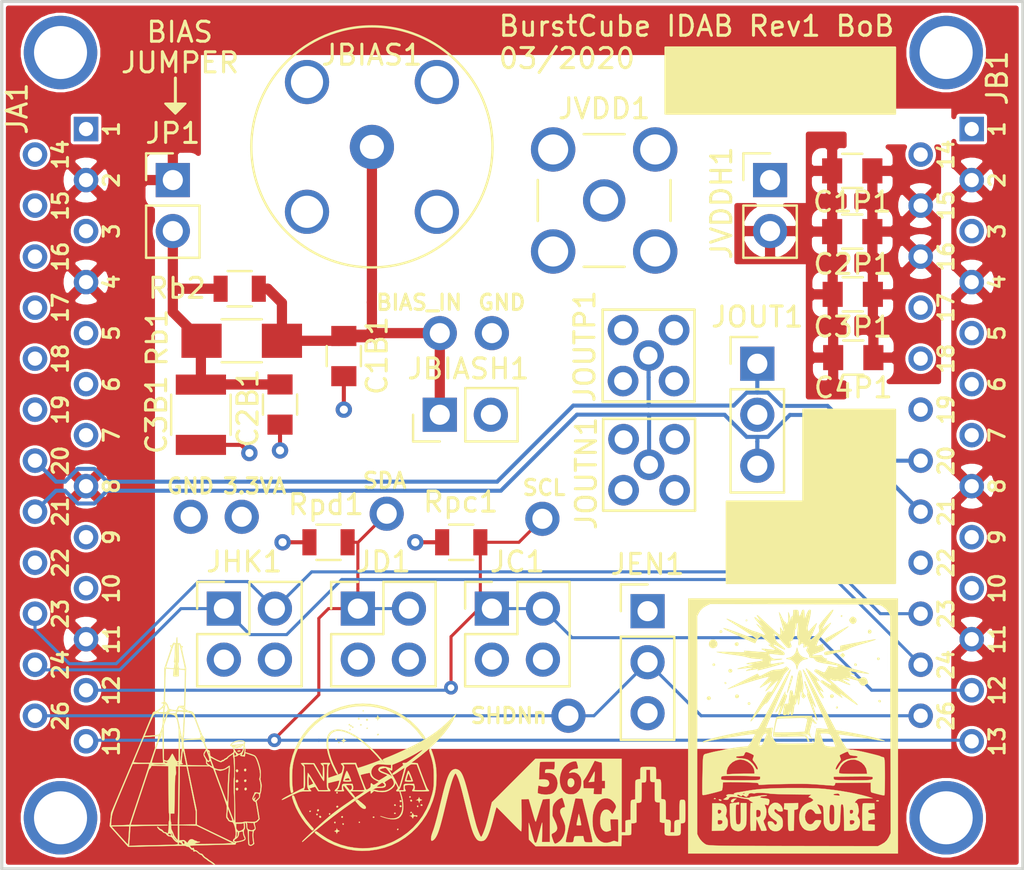
<source format=kicad_pcb>
(kicad_pcb (version 20171130) (host pcbnew "(5.1.4)-1")

  (general
    (thickness 0.7874)
    (drawings 25)
    (tracks 141)
    (zones 0)
    (modules 30)
    (nets 13)
  )

  (page A4)
  (layers
    (0 F.Cu mixed)
    (1 In1.Cu mixed)
    (2 In2.Cu mixed)
    (31 B.Cu mixed)
    (32 B.Adhes user)
    (33 F.Adhes user)
    (34 B.Paste user)
    (35 F.Paste user)
    (36 B.SilkS user)
    (37 F.SilkS user)
    (38 B.Mask user)
    (39 F.Mask user)
    (40 Dwgs.User user)
    (41 Cmts.User user hide)
    (42 Eco1.User user)
    (43 Eco2.User user hide)
    (44 Edge.Cuts user)
    (45 Margin user hide)
    (46 B.CrtYd user hide)
    (47 F.CrtYd user hide)
    (48 B.Fab user hide)
    (49 F.Fab user hide)
  )

  (setup
    (last_trace_width 0.508)
    (user_trace_width 0.1016)
    (user_trace_width 0.127)
    (user_trace_width 0.1524)
    (user_trace_width 0.2032)
    (user_trace_width 0.254)
    (user_trace_width 0.3048)
    (user_trace_width 0.381)
    (user_trace_width 0.508)
    (user_trace_width 0.635)
    (trace_clearance 0.1524)
    (zone_clearance 0.127)
    (zone_45_only yes)
    (trace_min 0.127)
    (via_size 0.6858)
    (via_drill 0.3302)
    (via_min_size 0.4572)
    (via_min_drill 0.2032)
    (user_via 0.4572 0.2032)
    (user_via 0.6858 0.3302)
    (user_via 0.8128 0.4064)
    (user_via 1.2192 0.6096)
    (user_via 1.4224 0.8128)
    (blind_buried_vias_allowed yes)
    (uvia_size 0.3302)
    (uvia_drill 0.2032)
    (uvias_allowed yes)
    (uvia_min_size 0.2032)
    (uvia_min_drill 0.1016)
    (edge_width 0.15)
    (segment_width 0.2)
    (pcb_text_width 0.3)
    (pcb_text_size 1.5 1.5)
    (mod_edge_width 0.15)
    (mod_text_size 1 1)
    (mod_text_width 0.15)
    (pad_size 2.78 2.78)
    (pad_drill 1.78)
    (pad_to_mask_clearance 0.2)
    (aux_axis_origin 0 0)
    (visible_elements 7EFFFE7F)
    (pcbplotparams
      (layerselection 0x010fc_ffffffff)
      (usegerberextensions false)
      (usegerberattributes false)
      (usegerberadvancedattributes false)
      (creategerberjobfile false)
      (excludeedgelayer true)
      (linewidth 0.100000)
      (plotframeref false)
      (viasonmask false)
      (mode 1)
      (useauxorigin false)
      (hpglpennumber 1)
      (hpglpenspeed 20)
      (hpglpendiameter 15.000000)
      (psnegative false)
      (psa4output false)
      (plotreference true)
      (plotvalue true)
      (plotinvisibletext false)
      (padsonsilk false)
      (subtractmaskfromsilk false)
      (outputformat 1)
      (mirror false)
      (drillshape 0)
      (scaleselection 1)
      (outputdirectory "./gerbers"))
  )

  (net 0 "")
  (net 1 /BIAS_IN)
  (net 2 /3.3VA)
  (net 3 /BIAS)
  (net 4 /SHDNn)
  (net 5 /Vcm2V)
  (net 6 /Vsum)
  (net 7 /Vout-)
  (net 8 /Vout+)
  (net 9 /SDA)
  (net 10 /SCL)
  (net 11 /BIAS_R)
  (net 12 /GND)

  (net_class Default "This is the default net class."
    (clearance 0.1524)
    (trace_width 0.1524)
    (via_dia 0.6858)
    (via_drill 0.3302)
    (uvia_dia 0.3302)
    (uvia_drill 0.2032)
    (add_net /3.3VA)
    (add_net /BIAS)
    (add_net /BIAS_IN)
    (add_net /BIAS_R)
    (add_net /GND)
    (add_net /SCL)
    (add_net /SDA)
    (add_net /SHDNn)
    (add_net /Vcm2V)
    (add_net /Vout+)
    (add_net /Vout-)
    (add_net /Vsum)
  )

  (net_class 10mil ""
    (clearance 0.1524)
    (trace_width 0.1524)
    (via_dia 0.8128)
    (via_drill 0.4064)
    (uvia_dia 0.3048)
    (uvia_drill 0.2032)
  )

  (net_class 15mil ""
    (clearance 0.1524)
    (trace_width 0.381)
    (via_dia 0.8128)
    (via_drill 0.4064)
    (uvia_dia 0.3048)
    (uvia_drill 0.2032)
  )

  (net_class 20mil ""
    (clearance 0.1524)
    (trace_width 0.508)
    (via_dia 1.2192)
    (via_drill 0.6096)
    (uvia_dia 0.3302)
    (uvia_drill 0.2032)
  )

  (net_class 25mil ""
    (clearance 0.1524)
    (trace_width 0.1524)
    (via_dia 1.4224)
    (via_drill 0.8128)
    (uvia_dia 0.3302)
    (uvia_drill 0.2032)
  )

  (net_class 6mil ""
    (clearance 0.1524)
    (trace_width 0.1524)
    (via_dia 0.6858)
    (via_drill 0.3302)
    (uvia_dia 0.3302)
    (uvia_drill 0.2032)
  )

  (net_class 8mil ""
    (clearance 0.1524)
    (trace_width 0.2032)
    (via_dia 0.6858)
    (via_drill 0.3302)
    (uvia_dia 0.3302)
    (uvia_drill 0.2032)
  )

  (module MSAG_Misc:R_0805 (layer F.Cu) (tedit 5BBB67CF) (tstamp 5E61480E)
    (at -17.3736 -7.2898 180)
    (descr "Resistor SMD 0805, reflow soldering, Vishay (see dcrcw.pdf)")
    (tags "resistor 0805")
    (path /5E619E16)
    (attr smd)
    (fp_text reference Rb2 (at 3.1242 0.0254) (layer F.SilkS)
      (effects (font (size 1 1) (thickness 0.15)))
    )
    (fp_text value TBD (at 0 1.75) (layer F.Fab)
      (effects (font (size 1 1) (thickness 0.15)))
    )
    (fp_text user %R (at 0 0) (layer F.Fab)
      (effects (font (size 0.5 0.5) (thickness 0.075)))
    )
    (fp_line (start -1 0.62) (end -1 -0.62) (layer F.Fab) (width 0.1))
    (fp_line (start 1 0.62) (end -1 0.62) (layer F.Fab) (width 0.1))
    (fp_line (start 1 -0.62) (end 1 0.62) (layer F.Fab) (width 0.1))
    (fp_line (start -1 -0.62) (end 1 -0.62) (layer F.Fab) (width 0.1))
    (fp_line (start 0.6 0.88) (end -0.6 0.88) (layer F.SilkS) (width 0.12))
    (fp_line (start -0.6 -0.88) (end 0.6 -0.88) (layer F.SilkS) (width 0.12))
    (fp_line (start -1.55 -0.9) (end 1.55 -0.9) (layer F.CrtYd) (width 0.05))
    (fp_line (start -1.55 -0.9) (end -1.55 0.9) (layer F.CrtYd) (width 0.05))
    (fp_line (start 1.55 0.9) (end 1.55 -0.9) (layer F.CrtYd) (width 0.05))
    (fp_line (start 1.55 0.9) (end -1.55 0.9) (layer F.CrtYd) (width 0.05))
    (pad 1 smd rect (at -0.95 0 180) (size 0.7 1.3) (layers F.Cu F.Paste F.Mask)
      (net 1 /BIAS_IN))
    (pad 2 smd rect (at 0.95 0 180) (size 0.7 1.3) (layers F.Cu F.Paste F.Mask)
      (net 11 /BIAS_R))
    (model ${MSAG3D}/Resistors_SMD.3dshapes/R_0805.wrl
      (at (xyz 0 0 0))
      (scale (xyz 1 1 1))
      (rotate (xyz 0 0 0))
    )
  )

  (module MSAG_Misc:msag_logo2_0.5in (layer F.Cu) (tedit 0) (tstamp 5E5FDB0D)
    (at -1.524 18.288)
    (fp_text reference G*** (at 0 0) (layer F.SilkS) hide
      (effects (font (size 1.524 1.524) (thickness 0.3)))
    )
    (fp_text value LOGO (at 0.75 0) (layer F.SilkS) hide
      (effects (font (size 1.524 1.524) (thickness 0.3)))
    )
    (fp_poly (pts (xy 1.814952 -1.515338) (xy 1.81502 -1.457942) (xy 1.812437 -1.375915) (xy 1.807804 -1.285569)
      (xy 1.793249 -1.04211) (xy 1.698003 -1.029055) (xy 1.627622 -1.0209) (xy 1.567193 -1.016345)
      (xy 1.553433 -1.016) (xy 1.504109 -1.016) (xy 1.558436 -1.095375) (xy 1.592272 -1.149928)
      (xy 1.637116 -1.229146) (xy 1.685485 -1.319616) (xy 1.707286 -1.362165) (xy 1.747987 -1.440008)
      (xy 1.782074 -1.49989) (xy 1.805089 -1.534275) (xy 1.812084 -1.539305) (xy 1.814952 -1.515338)) (layer F.SilkS) (width 0.01))
    (fp_poly (pts (xy 0.712379 -1.185354) (xy 0.740294 -1.164705) (xy 0.785821 -1.095239) (xy 0.803579 -1.013984)
      (xy 0.796368 -0.930631) (xy 0.766987 -0.85487) (xy 0.718232 -0.796392) (xy 0.652902 -0.764885)
      (xy 0.624007 -0.762) (xy 0.557203 -0.776919) (xy 0.519132 -0.803726) (xy 0.47776 -0.877775)
      (xy 0.461675 -0.970039) (xy 0.470814 -1.064835) (xy 0.50511 -1.146475) (xy 0.520641 -1.166441)
      (xy 0.575402 -1.198821) (xy 0.645327 -1.205078) (xy 0.712379 -1.185354)) (layer F.SilkS) (width 0.01))
    (fp_poly (pts (xy 1.032754 0.593629) (xy 1.048466 0.646638) (xy 1.067001 0.718876) (xy 1.086649 0.802892)
      (xy 1.105701 0.891236) (xy 1.122446 0.976458) (xy 1.135174 1.051107) (xy 1.142174 1.107734)
      (xy 1.143 1.125535) (xy 1.123857 1.1351) (xy 1.074478 1.141444) (xy 1.026583 1.143)
      (xy 0.956586 1.140207) (xy 0.920497 1.130331) (xy 0.910167 1.111124) (xy 0.910166 1.11089)
      (xy 0.914465 1.078368) (xy 0.926149 1.014028) (xy 0.943402 0.927374) (xy 0.963083 0.83403)
      (xy 0.983817 0.737233) (xy 1.000853 0.656) (xy 1.012395 0.599011) (xy 1.016643 0.575098)
      (xy 1.021577 0.567299) (xy 1.032754 0.593629)) (layer F.SilkS) (width 0.01))
    (fp_poly (pts (xy 3.153833 1.481667) (xy 3.344333 1.481667) (xy 3.344333 0.909119) (xy 3.398627 0.888476)
      (xy 3.459403 0.873724) (xy 3.525627 0.867833) (xy 3.598333 0.867833) (xy 3.598333 0.394175)
      (xy 3.59844 0.233385) (xy 3.599701 0.109802) (xy 3.603522 0.018299) (xy 3.611313 -0.046251)
      (xy 3.624481 -0.088973) (xy 3.644433 -0.114994) (xy 3.672579 -0.129441) (xy 3.710325 -0.137438)
      (xy 3.745669 -0.142273) (xy 3.831166 -0.153741) (xy 3.83149 -0.611329) (xy 3.832298 -0.747271)
      (xy 3.834375 -0.869495) (xy 3.837499 -0.971451) (xy 3.841449 -1.046592) (xy 3.846005 -1.088367)
      (xy 3.847796 -1.094051) (xy 3.884515 -1.123491) (xy 3.945425 -1.148754) (xy 4.012468 -1.163028)
      (xy 4.033627 -1.164167) (xy 4.085166 -1.164167) (xy 4.085166 -1.449172) (xy 4.085649 -1.564893)
      (xy 4.087735 -1.64543) (xy 4.092375 -1.697931) (xy 4.100524 -1.729541) (xy 4.113134 -1.747405)
      (xy 4.126108 -1.756089) (xy 4.163973 -1.764782) (xy 4.23446 -1.771234) (xy 4.327917 -1.775446)
      (xy 4.434694 -1.777418) (xy 4.545138 -1.777149) (xy 4.649597 -1.77464) (xy 4.738421 -1.76989)
      (xy 4.801956 -1.762899) (xy 4.827391 -1.756089) (xy 4.843977 -1.743848) (xy 4.855387 -1.723226)
      (xy 4.862572 -1.687078) (xy 4.866486 -1.628258) (xy 4.868083 -1.539619) (xy 4.868333 -1.449172)
      (xy 4.868333 -1.164167) (xy 4.962071 -1.164167) (xy 5.011476 -1.163269) (xy 5.049516 -1.157313)
      (xy 5.077675 -1.141406) (xy 5.097439 -1.110652) (xy 5.110294 -1.060158) (xy 5.117727 -0.98503)
      (xy 5.121222 -0.880374) (xy 5.122265 -0.741296) (xy 5.122333 -0.636275) (xy 5.122333 -0.174907)
      (xy 5.20783 -0.16344) (xy 5.253783 -0.156889) (xy 5.28903 -0.147699) (xy 5.314989 -0.130729)
      (xy 5.333079 -0.100838) (xy 5.34472 -0.052884) (xy 5.351332 0.018274) (xy 5.354333 0.117778)
      (xy 5.355143 0.250767) (xy 5.355166 0.370255) (xy 5.355166 0.841161) (xy 5.454421 0.852348)
      (xy 5.5145 0.861725) (xy 5.556925 0.87837) (xy 5.584222 0.908644) (xy 5.598918 0.958906)
      (xy 5.603538 1.035516) (xy 5.600609 1.144833) (xy 5.59721 1.211792) (xy 5.582567 1.481667)
      (xy 5.7785 1.481667) (xy 5.7785 1.2077) (xy 5.778918 1.094994) (xy 5.780954 1.016965)
      (xy 5.785782 0.965961) (xy 5.794574 0.934328) (xy 5.808504 0.914413) (xy 5.825543 0.900783)
      (xy 5.878635 0.878475) (xy 5.945487 0.867955) (xy 5.952543 0.867833) (xy 6.0325 0.867833)
      (xy 6.0325 0.394175) (xy 6.032732 0.230937) (xy 6.034337 0.105152) (xy 6.038678 0.011939)
      (xy 6.047117 -0.053583) (xy 6.061016 -0.096294) (xy 6.081738 -0.121076) (xy 6.110645 -0.132809)
      (xy 6.149099 -0.136373) (xy 6.180666 -0.136621) (xy 6.224448 -0.136025) (xy 6.258625 -0.131128)
      (xy 6.284387 -0.117266) (xy 6.302923 -0.089775) (xy 6.315422 -0.04399) (xy 6.323073 0.024753)
      (xy 6.327066 0.121116) (xy 6.32859 0.249766) (xy 6.328833 0.415365) (xy 6.328833 0.4445)
      (xy 6.328782 0.61388) (xy 6.327815 0.745802) (xy 6.324707 0.845138) (xy 6.318235 0.916764)
      (xy 6.307175 0.965553) (xy 6.290303 0.996378) (xy 6.266396 1.014113) (xy 6.234229 1.023632)
      (xy 6.192579 1.029808) (xy 6.181496 1.031273) (xy 6.096 1.04274) (xy 6.096 1.31392)
      (xy 6.095865 1.43098) (xy 6.091734 1.517262) (xy 6.078015 1.577451) (xy 6.049118 1.616233)
      (xy 5.999453 1.638295) (xy 5.923428 1.648323) (xy 5.815453 1.651001) (xy 5.693833 1.651)
      (xy 5.554152 1.650952) (xy 5.451191 1.647565) (xy 5.379361 1.635968) (xy 5.333076 1.611294)
      (xy 5.30675 1.568674) (xy 5.294796 1.503241) (xy 5.291626 1.410124) (xy 5.291666 1.30055)
      (xy 5.291666 1.016) (xy 5.229162 1.016) (xy 5.162189 1.007242) (xy 5.112745 0.991436)
      (xy 5.058833 0.966871) (xy 5.058833 0) (xy 4.978876 0) (xy 4.912244 -0.008754)
      (xy 4.85622 -0.030115) (xy 4.851876 -0.03295) (xy 4.836677 -0.044833) (xy 4.825163 -0.060053)
      (xy 4.816824 -0.084135) (xy 4.811147 -0.122603) (xy 4.807621 -0.180981) (xy 4.805735 -0.264795)
      (xy 4.804976 -0.379568) (xy 4.804833 -0.530826) (xy 4.804833 -1.016) (xy 4.729358 -1.016)
      (xy 4.669814 -1.017697) (xy 4.627563 -1.026915) (xy 4.599643 -1.049844) (xy 4.583092 -1.092677)
      (xy 4.574945 -1.161604) (xy 4.572242 -1.262815) (xy 4.572 -1.344828) (xy 4.572 -1.629833)
      (xy 4.3815 -1.629833) (xy 4.3815 -1.334245) (xy 4.38077 -1.207543) (xy 4.376699 -1.117075)
      (xy 4.366458 -1.056743) (xy 4.347222 -1.020452) (xy 4.316163 -1.002104) (xy 4.270456 -0.995603)
      (xy 4.224141 -0.994833) (xy 4.148666 -0.994833) (xy 4.148666 -0.519784) (xy 4.148544 -0.366214)
      (xy 4.147835 -0.249452) (xy 4.146029 -0.163975) (xy 4.142613 -0.104257) (xy 4.137077 -0.064774)
      (xy 4.128908 -0.040001) (xy 4.117595 -0.024414) (xy 4.102626 -0.012487) (xy 4.101623 -0.011784)
      (xy 4.048531 0.010525) (xy 3.981678 0.021045) (xy 3.974623 0.021167) (xy 3.894666 0.021167)
      (xy 3.894666 0.988038) (xy 3.840754 1.012602) (xy 3.780443 1.030098) (xy 3.713754 1.037167)
      (xy 3.640666 1.037167) (xy 3.640666 1.3081) (xy 3.638618 1.443832) (xy 3.632423 1.538294)
      (xy 3.622007 1.592355) (xy 3.615266 1.604433) (xy 3.578925 1.617836) (xy 3.50315 1.626378)
      (xy 3.39059 1.629782) (xy 3.372482 1.629833) (xy 3.155098 1.629833) (xy 3.14325 2.169583)
      (xy 1.007997 2.174976) (xy -1.127256 2.18037) (xy -1.291799 2.016226) (xy -1.456341 1.852083)
      (xy -1.468584 1.418167) (xy -1.471636 1.281543) (xy -1.472552 1.168358) (xy -1.471404 1.083154)
      (xy -1.468262 1.030473) (xy -1.4632 1.01486) (xy -1.462277 1.016) (xy -1.451409 1.045116)
      (xy -1.431458 1.108676) (xy -1.404319 1.200238) (xy -1.371889 1.313361) (xy -1.336061 1.441605)
      (xy -1.322145 1.49225) (xy -1.285427 1.625001) (xy -1.25132 1.745522) (xy -1.221745 1.84725)
      (xy -1.198619 1.923622) (xy -1.183864 1.968077) (xy -1.180934 1.975076) (xy -1.144848 2.004777)
      (xy -1.117128 2.006826) (xy -1.101854 2.000658) (xy -1.087047 1.983705) (xy -1.071031 1.95112)
      (xy -1.052127 1.898054) (xy -1.028659 1.81966) (xy -0.998949 1.71109) (xy -0.961319 1.567495)
      (xy -0.950077 1.524) (xy -0.914037 1.386062) (xy -0.880276 1.260105) (xy -0.850577 1.152527)
      (xy -0.826723 1.069726) (xy -0.810499 1.018102) (xy -0.805525 1.005417) (xy -0.798478 1.006795)
      (xy -0.793938 1.04431) (xy -0.79188 1.119347) (xy -0.792279 1.233291) (xy -0.795108 1.387526)
      (xy -0.797045 1.465792) (xy -0.810242 1.9685) (xy -0.412354 1.9685) (xy -0.41265 1.613531)
      (xy -0.334717 1.613531) (xy -0.326571 1.669254) (xy -0.301193 1.75224) (xy -0.288281 1.790167)
      (xy -0.248416 1.903729) (xy -0.216841 1.981603) (xy -0.188538 2.02829) (xy -0.158489 2.04829)
      (xy -0.121673 2.046103) (xy -0.073073 2.026228) (xy -0.042221 2.010776) (xy 0.071876 1.931731)
      (xy 0.376201 1.931731) (xy 0.376744 1.957079) (xy 0.381553 1.969092) (xy 0.382767 1.97004)
      (xy 0.422964 1.981859) (xy 0.488379 1.988196) (xy 0.565665 1.989309) (xy 0.641471 1.985458)
      (xy 0.702448 1.9769) (xy 0.735249 1.963893) (xy 0.735848 1.963208) (xy 0.751956 1.927038)
      (xy 0.767179 1.8674) (xy 0.771736 1.8415) (xy 0.783075 1.767122) (xy 0.79537 1.718415)
      (xy 0.816757 1.689972) (xy 0.85537 1.676386) (xy 0.919344 1.672251) (xy 1.016812 1.672161)
      (xy 1.026509 1.672167) (xy 1.245831 1.672167) (xy 1.269199 1.793875) (xy 1.286542 1.878443)
      (xy 1.305401 1.932447) (xy 1.33492 1.96313) (xy 1.384245 1.977739) (xy 1.462519 1.983518)
      (xy 1.510707 1.985204) (xy 1.606228 1.986585) (xy 1.666267 1.982513) (xy 1.697417 1.972233)
      (xy 1.704924 1.962922) (xy 1.705715 1.941536) (xy 1.699884 1.896626) (xy 1.686976 1.826181)
      (xy 1.666537 1.728192) (xy 1.638112 1.600652) (xy 1.601246 1.44155) (xy 1.555484 1.248878)
      (xy 1.500372 1.020627) (xy 1.484353 0.955026) (xy 1.707856 0.955026) (xy 1.71688 1.132719)
      (xy 1.738315 1.291637) (xy 1.753275 1.357929) (xy 1.820698 1.558299) (xy 1.906135 1.723132)
      (xy 2.008287 1.851549) (xy 2.125853 1.942675) (xy 2.257533 1.995629) (xy 2.402026 2.009535)
      (xy 2.558032 1.983514) (xy 2.638751 1.955736) (xy 2.712512 1.927308) (xy 2.761634 1.91385)
      (xy 2.80054 1.914015) (xy 2.843651 1.926453) (xy 2.865319 1.934569) (xy 2.924158 1.955255)
      (xy 2.967385 1.967272) (xy 2.976562 1.9685) (xy 2.984054 1.950428) (xy 2.989362 1.895399)
      (xy 2.992522 1.802192) (xy 2.993565 1.669584) (xy 2.992526 1.496355) (xy 2.991644 1.423458)
      (xy 2.989668 1.275085) (xy 2.9879 1.140344) (xy 2.986417 1.025129) (xy 2.985293 0.935333)
      (xy 2.984603 0.876849) (xy 2.984415 0.856031) (xy 2.963957 0.844636) (xy 2.904772 0.83744)
      (xy 2.810291 0.834816) (xy 2.788708 0.834865) (xy 2.592916 0.836083) (xy 2.598665 1.016)
      (xy 2.602805 1.112766) (xy 2.608542 1.205472) (xy 2.614762 1.276668) (xy 2.615924 1.286453)
      (xy 2.627433 1.376989) (xy 2.528633 1.420694) (xy 2.421168 1.451833) (xy 2.326379 1.443203)
      (xy 2.240937 1.394224) (xy 2.210737 1.365453) (xy 2.152356 1.283556) (xy 2.113367 1.17939)
      (xy 2.092249 1.047081) (xy 2.087365 0.889) (xy 2.10044 0.711955) (xy 2.134611 0.568443)
      (xy 2.189365 0.459603) (xy 2.264191 0.386573) (xy 2.326351 0.357926) (xy 2.419807 0.350673)
      (xy 2.509735 0.382913) (xy 2.590046 0.451882) (xy 2.619232 0.490818) (xy 2.655914 0.537995)
      (xy 2.68688 0.563869) (xy 2.696719 0.565688) (xy 2.719662 0.54309) (xy 2.753029 0.492459)
      (xy 2.791069 0.424883) (xy 2.828033 0.351453) (xy 2.858169 0.283256) (xy 2.875728 0.231381)
      (xy 2.877997 0.216115) (xy 2.861572 0.139907) (xy 2.815747 0.053663) (xy 2.748513 -0.032798)
      (xy 2.667858 -0.109659) (xy 2.581774 -0.167101) (xy 2.556554 -0.178883) (xy 2.4516 -0.205116)
      (xy 2.331698 -0.20852) (xy 2.217319 -0.189456) (xy 2.169583 -0.172064) (xy 2.056911 -0.098405)
      (xy 1.954689 0.013171) (xy 1.865326 0.159019) (xy 1.791232 0.335494) (xy 1.75497 0.455083)
      (xy 1.726928 0.60163) (xy 1.711214 0.773137) (xy 1.707856 0.955026) (xy 1.484353 0.955026)
      (xy 1.435454 0.754787) (xy 1.384417 0.547219) (xy 1.203686 -0.186145) (xy 1.030468 -0.195057)
      (xy 0.94993 -0.198718) (xy 0.88772 -0.200635) (xy 0.854185 -0.200521) (xy 0.851218 -0.200022)
      (xy 0.845469 -0.17925) (xy 0.831201 -0.121056) (xy 0.809314 -0.029288) (xy 0.780709 0.092204)
      (xy 0.746287 0.239571) (xy 0.706949 0.408964) (xy 0.663597 0.596534) (xy 0.61713 0.798432)
      (xy 0.598986 0.877494) (xy 0.54334 1.120938) (xy 0.496861 1.326288) (xy 0.458938 1.49664)
      (xy 0.428956 1.635087) (xy 0.406304 1.744726) (xy 0.390369 1.828649) (xy 0.380539 1.889953)
      (xy 0.376201 1.931731) (xy 0.071876 1.931731) (xy 0.081858 1.924816) (xy 0.186928 1.807218)
      (xy 0.269571 1.665704) (xy 0.326369 1.507994) (xy 0.353905 1.341807) (xy 0.348761 1.174864)
      (xy 0.343166 1.140197) (xy 0.323952 1.067895) (xy 0.290372 0.971417) (xy 0.247433 0.864226)
      (xy 0.207432 0.775003) (xy 0.147153 0.6398) (xy 0.109806 0.533768) (xy 0.094694 0.450958)
      (xy 0.101119 0.385417) (xy 0.128383 0.331193) (xy 0.152175 0.30387) (xy 0.222864 0.256571)
      (xy 0.273883 0.246944) (xy 0.323294 0.238864) (xy 0.337991 0.21343) (xy 0.331728 0.177624)
      (xy 0.315882 0.114884) (xy 0.293738 0.036099) (xy 0.268582 -0.047842) (xy 0.243697 -0.126051)
      (xy 0.222369 -0.18764) (xy 0.207884 -0.221721) (xy 0.205859 -0.224529) (xy 0.17418 -0.228955)
      (xy 0.119359 -0.211991) (xy 0.051339 -0.17866) (xy -0.019939 -0.133985) (xy -0.084534 -0.082989)
      (xy -0.096493 -0.071778) (xy -0.176187 0.015337) (xy -0.23101 0.102217) (xy -0.264902 0.199613)
      (xy -0.281802 0.318277) (xy -0.28575 0.444694) (xy -0.28575 0.667138) (xy -0.169334 0.908197)
      (xy -0.101934 1.061285) (xy -0.062706 1.18665) (xy -0.052143 1.2886) (xy -0.07074 1.371445)
      (xy -0.118989 1.439493) (xy -0.197387 1.497053) (xy -0.239379 1.519116) (xy -0.29276 1.547544)
      (xy -0.323993 1.575988) (xy -0.334717 1.613531) (xy -0.41265 1.613531) (xy -0.41325 0.894634)
      (xy -0.414145 -0.179232) (xy -0.582781 -0.172538) (xy -0.663595 -0.167734) (xy -0.727279 -0.160971)
      (xy -0.76263 -0.153525) (xy -0.76572 -0.151714) (xy -0.775382 -0.12842) (xy -0.795305 -0.069987)
      (xy -0.823756 0.018127) (xy -0.858999 0.130464) (xy -0.899299 0.261566) (xy -0.941639 0.401697)
      (xy -0.985011 0.545539) (xy -1.024766 0.675705) (xy -1.05921 0.786788) (xy -1.086652 0.873382)
      (xy -1.105399 0.930079) (xy -1.113696 0.951417) (xy -1.122366 0.95397) (xy -1.133005 0.942808)
      (xy -1.146929 0.914073) (xy -1.165456 0.863908) (xy -1.189903 0.788457) (xy -1.221586 0.683862)
      (xy -1.261824 0.546268) (xy -1.311934 0.371815) (xy -1.313436 0.36656) (xy -1.466982 -0.170887)
      (xy -1.64895 -0.164819) (xy -1.830917 -0.15875) (xy -1.824249 0.624417) (xy -1.823168 0.811575)
      (xy -1.82318 0.982312) (xy -1.824219 1.132224) (xy -1.826217 1.256911) (xy -1.829105 1.35197)
      (xy -1.832815 1.412998) (xy -1.836731 1.435093) (xy -1.850675 1.433404) (xy -1.882457 1.411211)
      (xy -1.933767 1.366906) (xy -2.006295 1.298883) (xy -2.101733 1.205536) (xy -2.221769 1.085257)
      (xy -2.368095 0.93644) (xy -2.454673 0.847718) (xy -2.584955 0.714312) (xy -2.706221 0.590867)
      (xy -2.815272 0.480583) (xy -2.908909 0.386662) (xy -2.983936 0.312306) (xy -3.037154 0.260717)
      (xy -3.065364 0.235096) (xy -3.068892 0.232833) (xy -3.078205 0.25244) (xy -3.095989 0.30746)
      (xy -3.12062 0.392195) (xy -3.150476 0.500946) (xy -3.183933 0.628016) (xy -3.205461 0.712263)
      (xy -3.27318 0.971699) (xy -3.335696 1.192371) (xy -3.394183 1.377363) (xy -3.449815 1.529762)
      (xy -3.503763 1.652654) (xy -3.557203 1.749123) (xy -3.611306 1.822257) (xy -3.638199 1.850303)
      (xy -3.694157 1.892368) (xy -3.759594 1.914126) (xy -3.814824 1.92098) (xy -3.908558 1.917807)
      (xy -3.98679 1.88855) (xy -4.056149 1.82857) (xy -4.123262 1.733227) (xy -4.149591 1.686693)
      (xy -4.180239 1.627543) (xy -4.209555 1.564929) (xy -4.238491 1.495569) (xy -4.268004 1.416178)
      (xy -4.299048 1.323473) (xy -4.332577 1.214169) (xy -4.369547 1.084983) (xy -4.410911 0.93263)
      (xy -4.457626 0.753828) (xy -4.510644 0.545292) (xy -4.570922 0.303738) (xy -4.639413 0.025883)
      (xy -4.67687 -0.127) (xy -4.739366 -0.379302) (xy -4.794464 -0.594376) (xy -4.843429 -0.77643)
      (xy -4.887527 -0.929674) (xy -4.928022 -1.058315) (xy -4.966179 -1.166564) (xy -5.003263 -1.258629)
      (xy -5.040539 -1.338719) (xy -5.041822 -1.341276) (xy -5.075698 -1.40687) (xy -5.09736 -1.439811)
      (xy -5.113176 -1.445483) (xy -5.129514 -1.429273) (xy -5.135677 -1.42065) (xy -5.173285 -1.35725)
      (xy -5.213391 -1.270012) (xy -5.25668 -1.156664) (xy -5.303841 -1.014935) (xy -5.35556 -0.842553)
      (xy -5.412525 -0.637246) (xy -5.475424 -0.396742) (xy -5.544942 -0.11877) (xy -5.607098 0.137583)
      (xy -5.678472 0.432664) (xy -5.742171 0.689513) (xy -5.799241 0.911325) (xy -5.850729 1.101294)
      (xy -5.897681 1.262614) (xy -5.941144 1.398478) (xy -5.982163 1.512081) (xy -6.021787 1.606617)
      (xy -6.06106 1.685279) (xy -6.10103 1.751262) (xy -6.142743 1.807759) (xy -6.161654 1.830135)
      (xy -6.220739 1.883311) (xy -6.273885 1.904837) (xy -6.27811 1.905) (xy -6.307554 1.901526)
      (xy -6.322667 1.884116) (xy -6.32817 1.842284) (xy -6.328834 1.792375) (xy -6.32074 1.707612)
      (xy -6.295137 1.602947) (xy -6.250046 1.470435) (xy -6.245766 1.459) (xy -6.210796 1.36089)
      (xy -6.173409 1.24539) (xy -6.132728 1.109251) (xy -6.087872 0.949225) (xy -6.037965 0.762061)
      (xy -5.982127 0.544512) (xy -5.919479 0.293327) (xy -5.849144 0.005259) (xy -5.81977 -0.116417)
      (xy -5.747468 -0.410867) (xy -5.681429 -0.666316) (xy -5.620542 -0.885451) (xy -5.563698 -1.070957)
      (xy -5.509786 -1.22552) (xy -5.457699 -1.351827) (xy -5.406324 -1.452563) (xy -5.354554 -1.530414)
      (xy -5.301278 -1.588066) (xy -5.245387 -1.628205) (xy -5.18577 -1.653517) (xy -5.184567 -1.65388)
      (xy -5.123419 -1.666837) (xy -5.067817 -1.661843) (xy -5.006359 -1.641711) (xy -4.955587 -1.617346)
      (xy -4.908005 -1.582742) (xy -4.86262 -1.535256) (xy -4.818437 -1.472247) (xy -4.774461 -1.391071)
      (xy -4.7297 -1.289087) (xy -4.683159 -1.163652) (xy -4.633843 -1.012124) (xy -4.58076 -0.83186)
      (xy -4.522914 -0.620219) (xy -4.459312 -0.374558) (xy -4.388959 -0.092234) (xy -4.325885 0.167033)
      (xy -4.280899 0.351753) (xy -4.235707 0.53416) (xy -4.192034 0.707517) (xy -4.151606 0.865089)
      (xy -4.116145 1.000139) (xy -4.087376 1.105933) (xy -4.070827 1.163363) (xy -4.032703 1.281846)
      (xy -3.990993 1.398337) (xy -3.948617 1.505989) (xy -3.908497 1.597954) (xy -3.873556 1.667382)
      (xy -3.846715 1.707426) (xy -3.835678 1.7145) (xy -3.815775 1.695499) (xy -3.785855 1.64307)
      (xy -3.748901 1.564074) (xy -3.707894 1.46537) (xy -3.665816 1.35382) (xy -3.625647 1.236284)
      (xy -3.619502 1.217083) (xy -3.59486 1.134414) (xy -3.562846 1.019674) (xy -3.525887 0.881977)
      (xy -3.48641 0.730435) (xy -3.446842 0.574161) (xy -3.428093 0.498362) (xy -3.303739 -0.008692)
      (xy -2.845637 -0.466859) (xy -1.021893 -0.466859) (xy -0.960996 -0.443706) (xy -0.840517 -0.411346)
      (xy -0.700129 -0.394608) (xy -0.554831 -0.393646) (xy -0.419619 -0.408613) (xy -0.315612 -0.437142)
      (xy -0.214544 -0.499021) (xy -0.134462 -0.590488) (xy -0.076431 -0.70378) (xy -0.041515 -0.831134)
      (xy -0.030778 -0.964785) (xy -0.045283 -1.096972) (xy -0.050248 -1.111932) (xy 0.074781 -1.111932)
      (xy 0.087909 -0.949397) (xy 0.124669 -0.797239) (xy 0.184405 -0.661539) (xy 0.266458 -0.54838)
      (xy 0.370171 -0.463844) (xy 0.412568 -0.441642) (xy 0.506621 -0.414358) (xy 0.621431 -0.403467)
      (xy 0.738368 -0.409836) (xy 0.805716 -0.423367) (xy 0.901796 -0.468754) (xy 0.993423 -0.545287)
      (xy 1.069348 -0.642331) (xy 1.101341 -0.702871) (xy 1.134972 -0.811394) (xy 1.15208 -0.936234)
      (xy 1.152517 -1.063251) (xy 1.151457 -1.070697) (xy 1.247313 -1.070697) (xy 1.253365 -0.88989)
      (xy 1.259416 -0.709083) (xy 1.520321 -0.703127) (xy 1.781227 -0.697171) (xy 1.766738 -0.561879)
      (xy 1.75225 -0.426588) (xy 1.81275 -0.417137) (xy 1.865051 -0.412643) (xy 1.942279 -0.410179)
      (xy 2.021416 -0.410219) (xy 2.169583 -0.41275) (xy 2.175842 -0.555625) (xy 2.1821 -0.6985)
      (xy 2.328333 -0.6985) (xy 2.328333 -1.0795) (xy 2.180166 -1.0795) (xy 2.180166 -1.534583)
      (xy 2.179906 -1.685208) (xy 2.178855 -1.798671) (xy 2.176611 -1.880142) (xy 2.172769 -1.934793)
      (xy 2.166925 -1.967794) (xy 2.158676 -1.984314) (xy 2.147618 -1.989525) (xy 2.144626 -1.989667)
      (xy 2.107483 -1.99591) (xy 2.043854 -2.012299) (xy 1.967321 -2.035327) (xy 1.965193 -2.036011)
      (xy 1.893522 -2.05753) (xy 1.839255 -2.070888) (xy 1.81322 -2.073455) (xy 1.812618 -2.073053)
      (xy 1.800832 -2.052026) (xy 1.773342 -1.999233) (xy 1.733286 -1.920814) (xy 1.683803 -1.822911)
      (xy 1.630414 -1.716438) (xy 1.566566 -1.59212) (xy 1.500251 -1.469008) (xy 1.437052 -1.357062)
      (xy 1.382553 -1.266245) (xy 1.352102 -1.219911) (xy 1.247313 -1.070697) (xy 1.151457 -1.070697)
      (xy 1.136136 -1.178307) (xy 1.107172 -1.259417) (xy 1.026527 -1.37534) (xy 0.928806 -1.455023)
      (xy 0.817645 -1.496841) (xy 0.696677 -1.499166) (xy 0.615911 -1.47922) (xy 0.560035 -1.46411)
      (xy 0.539553 -1.471759) (xy 0.552966 -1.504167) (xy 0.574831 -1.534011) (xy 0.643414 -1.594812)
      (xy 0.735728 -1.64282) (xy 0.833371 -1.669369) (xy 0.867833 -1.672026) (xy 0.927284 -1.674518)
      (xy 0.965627 -1.684782) (xy 0.984559 -1.709254) (xy 0.985779 -1.754369) (xy 0.970984 -1.826565)
      (xy 0.941873 -1.932275) (xy 0.939071 -1.942042) (xy 0.918818 -2.006094) (xy 0.899519 -2.039197)
      (xy 0.871943 -2.051494) (xy 0.837945 -2.053167) (xy 0.706102 -2.034587) (xy 0.568924 -1.982787)
      (xy 0.437233 -1.903671) (xy 0.321852 -1.803147) (xy 0.271747 -1.744182) (xy 0.183769 -1.600968)
      (xy 0.122053 -1.4438) (xy 0.085943 -1.27876) (xy 0.074781 -1.111932) (xy -0.050248 -1.111932)
      (xy -0.086095 -1.219929) (xy -0.154276 -1.325894) (xy -0.188971 -1.36135) (xy -0.297302 -1.436807)
      (xy -0.416475 -1.474104) (xy -0.542123 -1.477058) (xy -0.656167 -1.467601) (xy -0.655843 -1.532842)
      (xy -0.652848 -1.58616) (xy -0.63975 -1.621211) (xy -0.60943 -1.641342) (xy -0.554768 -1.649899)
      (xy -0.468646 -1.650229) (xy -0.410235 -1.648304) (xy -0.201759 -1.640417) (xy -0.188051 -1.703917)
      (xy -0.180184 -1.759935) (xy -0.174156 -1.838417) (xy -0.171838 -1.899708) (xy -0.169334 -2.032)
      (xy -0.526575 -2.032) (xy -0.671257 -2.03099) (xy -0.777644 -2.027774) (xy -0.849732 -2.022072)
      (xy -0.891517 -2.013605) (xy -0.905161 -2.005542) (xy -0.912473 -1.977026) (xy -0.920301 -1.913109)
      (xy -0.928073 -1.820711) (xy -0.93522 -1.706749) (xy -0.941172 -1.578144) (xy -0.941829 -1.560683)
      (xy -0.957152 -1.142283) (xy -0.778477 -1.147933) (xy -0.658363 -1.146834) (xy -0.572407 -1.133177)
      (xy -0.513694 -1.104657) (xy -0.475311 -1.058969) (xy -0.468005 -1.044429) (xy -0.445795 -0.955863)
      (xy -0.464138 -0.878007) (xy -0.496455 -0.835121) (xy -0.534079 -0.804726) (xy -0.57864 -0.788953)
      (xy -0.645127 -0.783462) (xy -0.675943 -0.783167) (xy -0.762993 -0.789206) (xy -0.847925 -0.804685)
      (xy -0.88945 -0.817566) (xy -0.944172 -0.83599) (xy -0.980916 -0.84195) (xy -0.987392 -0.839997)
      (xy -0.994061 -0.814756) (xy -1.001502 -0.757791) (xy -1.008439 -0.67966) (xy -1.010627 -0.647444)
      (xy -1.021893 -0.466859) (xy -2.845637 -0.466859) (xy -2.218155 -1.09443) (xy -1.132571 -2.180167)
      (xy 3.153833 -2.180167) (xy 3.153833 1.481667)) (layer F.SilkS) (width 0.01))
  )

  (module MSAG_Misc:goddard_rocket_0.3inA (layer F.Cu) (tedit 0) (tstamp 5E5FDE51)
    (at -20.066 15.748)
    (fp_text reference G*** (at 0 0) (layer F.SilkS) hide
      (effects (font (size 1.524 1.524) (thickness 0.3)))
    )
    (fp_text value LOGO (at 0.75 0) (layer F.SilkS) hide
      (effects (font (size 1.524 1.524) (thickness 0.3)))
    )
    (fp_poly (pts (xy 2.700766 -0.054625) (xy 2.715655 -0.044478) (xy 2.728216 -0.017018) (xy 2.701251 0.002227)
      (xy 2.645177 0.013023) (xy 2.599674 0.014001) (xy 2.585135 -0.001265) (xy 2.586335 -0.016113)
      (xy 2.593116 -0.024704) (xy 2.6035 -0.024704) (xy 2.620328 -0.01234) (xy 2.657009 -0.011449)
      (xy 2.692834 -0.021383) (xy 2.701846 -0.027791) (xy 2.694971 -0.038253) (xy 2.659944 -0.042333)
      (xy 2.618492 -0.036638) (xy 2.6035 -0.024704) (xy 2.593116 -0.024704) (xy 2.610415 -0.046619)
      (xy 2.655204 -0.060914) (xy 2.700766 -0.054625)) (layer F.SilkS) (width 0.01))
    (fp_poly (pts (xy 3.005865 0.868429) (xy 3.016013 0.908489) (xy 3.01625 0.92046) (xy 3.003631 0.972317)
      (xy 2.972329 0.991803) (xy 2.932169 0.974644) (xy 2.92028 0.962217) (xy 2.905613 0.918483)
      (xy 2.923734 0.878655) (xy 2.966603 0.857819) (xy 2.976223 0.85725) (xy 3.005865 0.868429)) (layer F.SilkS) (width 0.01))
    (fp_poly (pts (xy 2.594846 0.904034) (xy 2.617268 0.940093) (xy 2.614852 0.985563) (xy 2.602657 1.006432)
      (xy 2.567676 1.034637) (xy 2.53506 1.02285) (xy 2.519677 1.006433) (xy 2.500464 0.958976)
      (xy 2.513521 0.915997) (xy 2.554089 0.893084) (xy 2.554273 0.893058) (xy 2.594846 0.904034)) (layer F.SilkS) (width 0.01))
    (fp_poly (pts (xy 3.014713 1.403481) (xy 3.024668 1.431566) (xy 3.022947 1.455027) (xy 3.003851 1.503159)
      (xy 2.968707 1.520324) (xy 2.929257 1.50168) (xy 2.923979 1.49584) (xy 2.908276 1.451963)
      (xy 2.92696 1.414542) (xy 2.972687 1.397124) (xy 2.977587 1.397) (xy 3.014713 1.403481)) (layer F.SilkS) (width 0.01))
    (fp_poly (pts (xy 2.603102 1.426503) (xy 2.620845 1.46879) (xy 2.620396 1.490398) (xy 2.59836 1.525702)
      (xy 2.557494 1.543597) (xy 2.517908 1.536326) (xy 2.51267 1.531948) (xy 2.497958 1.491547)
      (xy 2.509624 1.443118) (xy 2.529416 1.418167) (xy 2.568541 1.406385) (xy 2.603102 1.426503)) (layer F.SilkS) (width 0.01))
    (fp_poly (pts (xy 3.028021 1.81605) (xy 3.04573 1.856173) (xy 3.033981 1.901325) (xy 2.997063 1.938089)
      (xy 2.959698 1.932704) (xy 2.943594 1.917304) (xy 2.927489 1.873011) (xy 2.938905 1.828641)
      (xy 2.971565 1.80144) (xy 2.98659 1.799167) (xy 3.028021 1.81605)) (layer F.SilkS) (width 0.01))
    (fp_poly (pts (xy 2.607248 1.823684) (xy 2.620832 1.847808) (xy 2.615097 1.891117) (xy 2.590883 1.930824)
      (xy 2.561166 1.947333) (xy 2.535755 1.932987) (xy 2.519677 1.9166) (xy 2.499244 1.869037)
      (xy 2.512504 1.829105) (xy 2.554328 1.810013) (xy 2.561166 1.80975) (xy 2.607248 1.823684)) (layer F.SilkS) (width 0.01))
    (fp_poly (pts (xy -0.411834 -5.674418) (xy -0.405199 -5.623149) (xy -0.402221 -5.550488) (xy -0.402167 -5.538749)
      (xy -0.402167 -5.383665) (xy -0.341746 -5.392533) (xy -0.301645 -5.393523) (xy -0.275651 -5.374952)
      (xy -0.251629 -5.32705) (xy -0.247369 -5.316537) (xy -0.221444 -5.262672) (xy -0.19628 -5.241645)
      (xy -0.170207 -5.242972) (xy -0.133983 -5.24465) (xy -0.132107 -5.222856) (xy -0.161466 -5.182833)
      (xy -0.171787 -5.168279) (xy -0.177678 -5.148267) (xy -0.178379 -5.117554) (xy -0.173133 -5.070894)
      (xy -0.161183 -5.003044) (xy -0.141771 -4.908759) (xy -0.114139 -4.782794) (xy -0.084774 -4.652)
      (xy 0.026382 -4.15925) (xy 0.013052 -3.481917) (xy 0.009169 -3.295731) (xy 0.004788 -3.104629)
      (xy 0.000148 -2.917724) (xy -0.004516 -2.744127) (xy -0.008967 -2.592947) (xy -0.012966 -2.473297)
      (xy -0.013638 -2.455333) (xy -0.026999 -2.106083) (xy 0.058174 -2.058458) (xy 0.128714 -2.02844)
      (xy 0.200262 -2.011934) (xy 0.218216 -2.010833) (xy 0.303701 -1.990803) (xy 0.378434 -1.935026)
      (xy 0.434791 -1.849973) (xy 0.448471 -1.815359) (xy 0.49045 -1.693725) (xy 0.53821 -1.560605)
      (xy 0.589528 -1.421666) (xy 0.64218 -1.282573) (xy 0.693941 -1.148992) (xy 0.742588 -1.026589)
      (xy 0.785898 -0.921029) (xy 0.821645 -0.837977) (xy 0.847607 -0.7831) (xy 0.861559 -0.762063)
      (xy 0.861941 -0.762) (xy 0.885975 -0.744479) (xy 0.916918 -0.701195) (xy 0.946934 -0.646068)
      (xy 0.968187 -0.593019) (xy 0.973666 -0.563524) (xy 0.959486 -0.530815) (xy 0.94928 -0.524566)
      (xy 0.944379 -0.500915) (xy 0.958369 -0.439791) (xy 0.991159 -0.341558) (xy 1.00827 -0.29526)
      (xy 1.047647 -0.194652) (xy 1.077956 -0.127969) (xy 1.102855 -0.088765) (xy 1.126001 -0.070589)
      (xy 1.137489 -0.067451) (xy 1.179129 -0.045466) (xy 1.204625 0.008475) (xy 1.215533 0.09816)
      (xy 1.216138 0.123936) (xy 1.218363 0.172538) (xy 1.229075 0.206383) (xy 1.256153 0.235677)
      (xy 1.307479 0.270624) (xy 1.349032 0.296033) (xy 1.442391 0.348557) (xy 1.547855 0.402033)
      (xy 1.621066 0.435482) (xy 1.694381 0.465578) (xy 1.738687 0.479467) (xy 1.763473 0.478553)
      (xy 1.778227 0.464238) (xy 1.781211 0.459176) (xy 1.816298 0.431245) (xy 1.853135 0.423333)
      (xy 1.892401 0.41558) (xy 1.905 0.401086) (xy 1.922667 0.379402) (xy 1.966476 0.353518)
      (xy 1.980004 0.347501) (xy 2.031749 0.319789) (xy 2.063773 0.291372) (xy 2.066418 0.286429)
      (xy 2.088754 0.261449) (xy 2.137638 0.222094) (xy 2.20344 0.175974) (xy 2.218955 0.165852)
      (xy 2.287614 0.120264) (xy 2.342275 0.081389) (xy 2.373062 0.056315) (xy 2.375634 0.05338)
      (xy 2.392108 -0.000556) (xy 2.387729 -0.073662) (xy 2.366704 -0.150994) (xy 2.356884 -0.170543)
      (xy 2.413 -0.170543) (xy 2.426788 -0.113662) (xy 2.462539 -0.045467) (xy 2.51183 0.023211)
      (xy 2.566239 0.081539) (xy 2.617342 0.118685) (xy 2.643835 0.126331) (xy 2.678749 0.114677)
      (xy 2.728223 0.084922) (xy 2.741275 0.075372) (xy 2.780003 0.041609) (xy 2.80976 0.002186)
      (xy 2.83597 -0.053112) (xy 2.864053 -0.134503) (xy 2.879634 -0.185314) (xy 2.895602 -0.251938)
      (xy 2.890518 -0.286239) (xy 2.861278 -0.294231) (xy 2.826735 -0.287889) (xy 2.782413 -0.262186)
      (xy 2.772833 -0.229661) (xy 2.767503 -0.200514) (xy 2.743499 -0.191952) (xy 2.699137 -0.19692)
      (xy 2.646932 -0.19983) (xy 2.615162 -0.191343) (xy 2.613221 -0.189106) (xy 2.582819 -0.172922)
      (xy 2.535931 -0.170663) (xy 2.495956 -0.182071) (xy 2.487083 -0.1905) (xy 2.456549 -0.211372)
      (xy 2.42531 -0.201295) (xy 2.413 -0.170543) (xy 2.356884 -0.170543) (xy 2.333242 -0.217603)
      (xy 2.324917 -0.225778) (xy 2.716388 -0.225778) (xy 2.719294 -0.213194) (xy 2.7305 -0.211667)
      (xy 2.747922 -0.219411) (xy 2.744611 -0.225778) (xy 2.719491 -0.228311) (xy 2.716388 -0.225778)
      (xy 2.324917 -0.225778) (xy 2.291549 -0.258543) (xy 2.288951 -0.259775) (xy 2.415896 -0.259775)
      (xy 2.434166 -0.251194) (xy 2.510328 -0.241513) (xy 2.602731 -0.248273) (xy 2.689746 -0.268998)
      (xy 2.725908 -0.284594) (xy 2.755572 -0.303317) (xy 2.757573 -0.313589) (xy 2.728547 -0.315557)
      (xy 2.66513 -0.309371) (xy 2.563957 -0.295176) (xy 2.546156 -0.292493) (xy 2.46631 -0.279252)
      (xy 2.424309 -0.268869) (xy 2.415896 -0.259775) (xy 2.288951 -0.259775) (xy 2.287254 -0.260579)
      (xy 2.245271 -0.279045) (xy 2.225859 -0.288441) (xy 2.225608 -0.309459) (xy 2.232392 -0.336356)
      (xy 2.287235 -0.336356) (xy 2.31091 -0.323192) (xy 2.373435 -0.322009) (xy 2.439458 -0.327524)
      (xy 2.544938 -0.33829) (xy 2.660254 -0.349605) (xy 2.738885 -0.357022) (xy 2.83113 -0.369616)
      (xy 2.886568 -0.387795) (xy 2.906991 -0.405684) (xy 2.917458 -0.447719) (xy 2.893787 -0.478911)
      (xy 2.842754 -0.499289) (xy 2.771136 -0.508884) (xy 2.685707 -0.507724) (xy 2.593243 -0.495841)
      (xy 2.500521 -0.473262) (xy 2.414315 -0.440017) (xy 2.351032 -0.403258) (xy 2.30106 -0.362659)
      (xy 2.287235 -0.336356) (xy 2.232392 -0.336356) (xy 2.232562 -0.337026) (xy 2.263397 -0.381945)
      (xy 2.323033 -0.432142) (xy 2.399976 -0.479918) (xy 2.482733 -0.517571) (xy 2.519606 -0.529375)
      (xy 2.613636 -0.546624) (xy 2.715163 -0.552467) (xy 2.810462 -0.547281) (xy 2.885809 -0.531444)
      (xy 2.913453 -0.51854) (xy 2.951797 -0.473977) (xy 2.962963 -0.418617) (xy 2.943722 -0.369987)
      (xy 2.941281 -0.367415) (xy 2.932292 -0.334498) (xy 2.9448 -0.271782) (xy 2.95414 -0.242534)
      (xy 2.976017 -0.147776) (xy 2.979724 -0.057749) (xy 2.979097 -0.051391) (xy 2.969143 0.036923)
      (xy 3.183196 0.10239) (xy 3.277454 0.132984) (xy 3.360594 0.163172) (xy 3.421548 0.188767)
      (xy 3.444554 0.201321) (xy 3.497768 0.254158) (xy 3.548886 0.337427) (xy 3.599547 0.454582)
      (xy 3.65139 0.609078) (xy 3.673014 0.682772) (xy 3.703833 0.796088) (xy 3.725071 0.890683)
      (xy 3.737565 0.977693) (xy 3.742155 1.068257) (xy 3.739678 1.173511) (xy 3.730973 1.304595)
      (xy 3.725175 1.375833) (xy 3.729233 1.412186) (xy 3.742476 1.474273) (xy 3.758096 1.534246)
      (xy 3.774498 1.600612) (xy 3.782533 1.661219) (xy 3.782667 1.729805) (xy 3.775369 1.820105)
      (xy 3.769623 1.872913) (xy 3.757589 1.962632) (xy 3.744379 2.03503) (xy 3.731893 2.080813)
      (xy 3.724865 2.091972) (xy 3.712583 2.1154) (xy 3.705164 2.166672) (xy 3.704166 2.197004)
      (xy 3.700301 2.258158) (xy 3.683496 2.304705) (xy 3.645938 2.353434) (xy 3.617445 2.383343)
      (xy 3.530724 2.471706) (xy 3.554286 2.585228) (xy 3.56597 2.646356) (xy 3.582381 2.738737)
      (xy 3.601699 2.851804) (xy 3.622099 2.974984) (xy 3.631388 3.032399) (xy 3.684929 3.366049)
      (xy 3.615172 3.45006) (xy 3.556977 3.50751) (xy 3.506135 3.533533) (xy 3.497127 3.534452)
      (xy 3.45428 3.545618) (xy 3.436742 3.581079) (xy 3.4436 3.645099) (xy 3.460826 3.704397)
      (xy 3.483432 3.802336) (xy 3.478731 3.874731) (xy 3.447169 3.918305) (xy 3.430536 3.925929)
      (xy 3.401623 3.956204) (xy 3.381914 4.021776) (xy 3.371958 4.116501) (xy 3.372302 4.234239)
      (xy 3.383494 4.368847) (xy 3.387944 4.403635) (xy 3.414789 4.600072) (xy 3.353102 4.649431)
      (xy 3.279663 4.689632) (xy 3.209214 4.694956) (xy 3.151033 4.664941) (xy 3.146063 4.659776)
      (xy 3.132408 4.638555) (xy 3.122383 4.605268) (xy 3.115312 4.553447) (xy 3.110521 4.476625)
      (xy 3.107335 4.368335) (xy 3.105741 4.273484) (xy 3.103676 4.160175) (xy 3.147922 4.160175)
      (xy 3.148972 4.270208) (xy 3.152593 4.379629) (xy 3.158313 4.479454) (xy 3.165658 4.560704)
      (xy 3.174155 4.614397) (xy 3.180025 4.630208) (xy 3.223935 4.654704) (xy 3.28154 4.644481)
      (xy 3.32397 4.617939) (xy 3.347037 4.597253) (xy 3.359495 4.574848) (xy 3.362334 4.540475)
      (xy 3.356544 4.483888) (xy 3.344598 4.404371) (xy 3.332792 4.301394) (xy 3.327224 4.194294)
      (xy 3.328977 4.104975) (xy 3.329477 4.099141) (xy 3.341555 3.96875) (xy 3.247694 3.963258)
      (xy 3.153833 3.957767) (xy 3.149916 4.058508) (xy 3.147922 4.160175) (xy 3.103676 4.160175)
      (xy 3.103326 4.141008) (xy 3.099846 4.044256) (xy 3.094589 3.976622) (xy 3.086842 3.931499)
      (xy 3.075893 3.902278) (xy 3.063875 3.885384) (xy 3.034954 3.824112) (xy 3.026833 3.743887)
      (xy 3.020636 3.655846) (xy 3.003946 3.586066) (xy 2.981314 3.546536) (xy 3.049697 3.546536)
      (xy 3.054805 3.578586) (xy 3.055208 3.580099) (xy 3.063749 3.632765) (xy 3.068741 3.703231)
      (xy 3.069201 3.725333) (xy 3.074446 3.803534) (xy 3.094495 3.852588) (xy 3.137693 3.885185)
      (xy 3.187699 3.905549) (xy 3.27159 3.924397) (xy 3.344882 3.91165) (xy 3.402541 3.881391)
      (xy 3.431141 3.861183) (xy 3.445229 3.839164) (xy 3.44539 3.805032) (xy 3.43221 3.748491)
      (xy 3.413727 3.684526) (xy 3.377289 3.560884) (xy 3.279607 3.560884) (xy 3.201651 3.557371)
      (xy 3.128145 3.548625) (xy 3.111876 3.545499) (xy 3.065358 3.53756) (xy 3.049697 3.546536)
      (xy 2.981314 3.546536) (xy 2.979611 3.543563) (xy 2.960787 3.534833) (xy 2.948019 3.548997)
      (xy 2.943863 3.594683) (xy 2.947942 3.676682) (xy 2.948831 3.687563) (xy 2.953975 3.772845)
      (xy 2.951056 3.827518) (xy 2.938783 3.862763) (xy 2.926728 3.878864) (xy 2.903772 3.930548)
      (xy 2.896969 4.00738) (xy 2.905618 4.095674) (xy 2.929018 4.181742) (xy 2.943968 4.215698)
      (xy 2.979297 4.300877) (xy 2.983252 4.362971) (xy 2.954339 4.408882) (xy 2.894541 4.444025)
      (xy 2.826306 4.467894) (xy 2.736423 4.491958) (xy 2.651125 4.509725) (xy 2.571852 4.524776)
      (xy 2.525733 4.538439) (xy 2.50398 4.555082) (xy 2.497806 4.579069) (xy 2.497666 4.585973)
      (xy 2.494929 4.612236) (xy 2.480476 4.627059) (xy 2.444945 4.633679) (xy 2.378973 4.63533)
      (xy 2.354791 4.635344) (xy 2.288714 4.635812) (xy 2.190979 4.637238) (xy 2.066439 4.639502)
      (xy 1.919946 4.642478) (xy 1.756354 4.646046) (xy 1.580516 4.650081) (xy 1.397285 4.654462)
      (xy 1.211513 4.659065) (xy 1.028054 4.663768) (xy 0.851761 4.668447) (xy 0.687486 4.67298)
      (xy 0.540084 4.677244) (xy 0.414406 4.681117) (xy 0.315306 4.684474) (xy 0.247636 4.687195)
      (xy 0.21625 4.689155) (xy 0.214649 4.689505) (xy 0.220706 4.709335) (xy 0.245209 4.749825)
      (xy 0.254089 4.762625) (xy 0.297256 4.808793) (xy 0.33425 4.81575) (xy 0.335773 4.815192)
      (xy 0.385476 4.800551) (xy 0.409615 4.811646) (xy 0.419447 4.852458) (xy 0.432456 4.895654)
      (xy 0.466791 4.910036) (xy 0.483943 4.910667) (xy 0.542169 4.928006) (xy 0.610775 4.981741)
      (xy 0.624416 4.995333) (xy 0.676471 5.042342) (xy 0.722313 5.073085) (xy 0.743397 5.08)
      (xy 0.806613 5.091525) (xy 0.857504 5.131404) (xy 0.890615 5.177863) (xy 0.938005 5.235241)
      (xy 0.994967 5.280164) (xy 1.002168 5.284072) (xy 1.063765 5.320926) (xy 1.115748 5.360587)
      (xy 1.164549 5.400717) (xy 1.202667 5.426902) (xy 1.277094 5.473448) (xy 1.349012 5.523307)
      (xy 1.410436 5.570309) (xy 1.45338 5.608281) (xy 1.469858 5.631053) (xy 1.469406 5.633046)
      (xy 1.456648 5.646467) (xy 1.436961 5.64594) (xy 1.402474 5.628123) (xy 1.345319 5.589673)
      (xy 1.312333 5.566333) (xy 1.245778 5.520575) (xy 1.187323 5.48319) (xy 1.152713 5.46385)
      (xy 1.103615 5.431873) (xy 1.08117 5.410096) (xy 1.045377 5.378638) (xy 0.990045 5.341168)
      (xy 0.969869 5.329323) (xy 0.906492 5.283032) (xy 0.853131 5.226573) (xy 0.843894 5.213098)
      (xy 0.803586 5.165064) (xy 0.763119 5.143723) (xy 0.759366 5.1435) (xy 0.722756 5.129759)
      (xy 0.669042 5.093998) (xy 0.618218 5.051395) (xy 0.55982 5.000591) (xy 0.518822 4.975506)
      (xy 0.484001 4.970668) (xy 0.461714 4.975123) (xy 0.40981 4.983103) (xy 0.385939 4.965027)
      (xy 0.381 4.925837) (xy 0.370927 4.895547) (xy 0.338839 4.895588) (xy 0.302028 4.891579)
      (xy 0.259367 4.857053) (xy 0.231227 4.823973) (xy 0.17652 4.766727) (xy 0.126611 4.742938)
      (xy 0.108288 4.741333) (xy 0.055727 4.732309) (xy 0.024925 4.715459) (xy 0.016971 4.709624)
      (xy 0.003757 4.704734) (xy -0.017652 4.700797) (xy -0.050193 4.697822) (xy -0.096801 4.695818)
      (xy -0.160414 4.694794) (xy -0.243968 4.694758) (xy -0.350397 4.69572) (xy -0.48264 4.697688)
      (xy -0.643632 4.700672) (xy -0.83631 4.70468) (xy -1.063609 4.709721) (xy -1.328466 4.715804)
      (xy -1.513417 4.720117) (xy -1.710443 4.724689) (xy -1.904182 4.729115) (xy -2.088245 4.733254)
      (xy -2.25624 4.736965) (xy -2.401777 4.740106) (xy -2.518465 4.742537) (xy -2.599912 4.744116)
      (xy -2.606333 4.74423) (xy -2.852583 4.748532) (xy -2.893273 4.703192) (xy -2.81839 4.703192)
      (xy -2.620987 4.690927) (xy -2.550967 4.687579) (xy -2.445504 4.683865) (xy -2.311487 4.679965)
      (xy -2.155802 4.676058) (xy -1.985337 4.672323) (xy -1.80698 4.668938) (xy -1.7145 4.667393)
      (xy -1.527595 4.664167) (xy -1.338686 4.660441) (xy -1.156001 4.656409) (xy -0.98777 4.652269)
      (xy -0.842221 4.648216) (xy -0.727582 4.644446) (xy -0.693209 4.643102) (xy -0.572554 4.637883)
      (xy -0.487841 4.633109) (xy -0.432715 4.627493) (xy -0.400819 4.619748) (xy -0.385798 4.608587)
      (xy -0.381296 4.592723) (xy -0.381063 4.582583) (xy -0.338667 4.582583) (xy -0.333997 4.616774)
      (xy -0.312028 4.631902) (xy -0.260824 4.635487) (xy -0.254665 4.6355) (xy -0.201064 4.632339)
      (xy -0.181107 4.620234) (xy -0.183468 4.602128) (xy -0.212589 4.570363) (xy -0.263342 4.542636)
      (xy -0.315567 4.529736) (xy -0.318878 4.529667) (xy -0.333757 4.547789) (xy -0.338667 4.582583)
      (xy -0.381063 4.582583) (xy -0.381 4.579873) (xy -0.390897 4.541452) (xy -0.408638 4.529667)
      (xy -0.451763 4.514471) (xy -0.503415 4.478912) (xy -0.182304 4.478912) (xy -0.168344 4.511768)
      (xy -0.168049 4.512337) (xy -0.126352 4.579709) (xy -0.091406 4.61194) (xy -0.066545 4.608051)
      (xy -0.0551 4.567066) (xy -0.054827 4.545543) (xy -0.061195 4.497336) (xy -0.085703 4.47654)
      (xy -0.125142 4.470003) (xy -0.170626 4.467677) (xy -0.182304 4.478912) (xy -0.503415 4.478912)
      (xy -0.508267 4.475572) (xy -0.565953 4.423001) (xy -0.612628 4.366789) (xy -0.619344 4.356361)
      (xy -0.675415 4.280955) (xy -0.700634 4.263677) (xy -0.603887 4.263677) (xy -0.597495 4.278933)
      (xy -0.580682 4.307417) (xy -0.547534 4.352657) (xy -0.503723 4.401699) (xy -0.460673 4.442861)
      (xy -0.429806 4.464465) (xy -0.426162 4.465405) (xy -0.434569 4.451585) (xy -0.452702 4.429301)
      (xy -0.3175 4.429301) (xy -0.195203 4.415465) (xy -0.12462 4.409127) (xy -0.078662 4.413673)
      (xy -0.039999 4.434342) (xy 0.008697 4.476375) (xy 0.009919 4.477493) (xy 0.092744 4.553358)
      (xy 0.122852 4.493887) (xy 0.179999 4.41465) (xy 0.249713 4.370843) (xy 0.325623 4.364506)
      (xy 0.401357 4.397678) (xy 0.407942 4.402667) (xy 0.459686 4.432876) (xy 0.506046 4.445)
      (xy 0.541488 4.453512) (xy 0.550333 4.466167) (xy 0.569111 4.479421) (xy 0.616021 4.486793)
      (xy 0.635 4.487333) (xy 0.688018 4.492028) (xy 0.717507 4.503755) (xy 0.719666 4.5085)
      (xy 0.701951 4.525738) (xy 0.677637 4.529667) (xy 0.625899 4.535225) (xy 0.563161 4.549191)
      (xy 0.503009 4.5675) (xy 0.459031 4.586086) (xy 0.4445 4.599416) (xy 0.464767 4.602949)
      (xy 0.522007 4.60536) (xy 0.610875 4.606726) (xy 0.726027 4.607126) (xy 0.862119 4.606636)
      (xy 1.013807 4.605335) (xy 1.175746 4.603299) (xy 1.342594 4.600607) (xy 1.509005 4.597335)
      (xy 1.669636 4.593561) (xy 1.819142 4.589363) (xy 1.95218 4.584818) (xy 2.063405 4.580004)
      (xy 2.147473 4.574998) (xy 2.152104 4.57465) (xy 2.325126 4.561417) (xy 0.53975 3.693583)
      (xy -0.3175 3.680579) (xy -0.3175 4.429301) (xy -0.452702 4.429301) (xy -0.464321 4.415023)
      (xy -0.497934 4.376208) (xy -0.557025 4.309888) (xy -0.59137 4.273187) (xy -0.603887 4.263677)
      (xy -0.700634 4.263677) (xy -0.732011 4.242181) (xy -0.77688 4.234006) (xy -0.866087 4.212865)
      (xy -0.937125 4.155648) (xy -0.957051 4.126403) (xy -0.963468 4.119172) (xy -0.870004 4.119172)
      (xy -0.852864 4.152116) (xy -0.830792 4.168138) (xy -0.773831 4.190345) (xy -0.735445 4.183699)
      (xy -0.722833 4.149859) (xy -0.723487 4.143375) (xy -0.739703 4.10746) (xy -0.782448 4.09116)
      (xy -0.799042 4.089117) (xy -0.850789 4.095) (xy -0.870004 4.119172) (xy -0.963468 4.119172)
      (xy -1.001778 4.076009) (xy -1.044884 4.064) (xy -1.099253 4.045611) (xy -1.150336 4.0005)
      (xy -1.195214 3.959211) (xy -1.238259 3.937825) (xy -1.245689 3.937) (xy -1.277949 3.921784)
      (xy -1.323059 3.884199) (xy -1.369282 3.836333) (xy -1.40488 3.790279) (xy -1.418167 3.759329)
      (xy -1.405539 3.744063) (xy -1.374778 3.754527) (xy -1.336567 3.785437) (xy -1.315681 3.81)
      (xy -1.269021 3.855551) (xy -1.222241 3.87364) (xy -1.221742 3.873644) (xy -1.1732 3.89361)
      (xy -1.124397 3.947728) (xy -1.079615 3.999851) (xy -1.032821 4.020312) (xy -1.012608 4.021667)
      (xy -0.962852 4.03182) (xy -0.938988 4.053417) (xy -0.920075 4.081379) (xy -0.9113 4.085167)
      (xy -0.893267 4.0709) (xy -0.694747 4.0709) (xy -0.690274 4.116968) (xy -0.67285 4.17012)
      (xy -0.649294 4.214266) (xy -0.62643 4.233317) (xy -0.625875 4.233333) (xy -0.627171 4.215157)
      (xy -0.639055 4.168257) (xy -0.652822 4.122449) (xy -0.672861 4.062576) (xy -0.684711 4.039559)
      (xy -0.691561 4.049478) (xy -0.694747 4.0709) (xy -0.893267 4.0709) (xy -0.885211 4.064527)
      (xy -0.865571 4.003831) (xy -0.852711 3.904908) (xy -0.846959 3.769591) (xy -0.846667 3.725586)
      (xy -0.845973 3.683) (xy -0.719667 3.683) (xy -0.719667 3.771099) (xy -0.702822 3.869638)
      (xy -0.669084 3.945724) (xy -0.630228 4.022665) (xy -0.597118 4.105291) (xy -0.591275 4.123461)
      (xy -0.569605 4.17241) (xy -0.532917 4.23423) (xy -0.488738 4.298492) (xy -0.444593 4.354767)
      (xy -0.40801 4.392626) (xy -0.389785 4.402667) (xy -0.386902 4.382646) (xy -0.384417 4.327165)
      (xy -0.382497 4.243097) (xy -0.38131 4.137315) (xy -0.381 4.042833) (xy -0.381 3.683)
      (xy -0.719667 3.683) (xy -0.845973 3.683) (xy -0.845298 3.641605) (xy -0.324418 3.641605)
      (xy 0.497416 3.630083) (xy 0.502056 3.312583) (xy 0.506695 2.995083) (xy 0.278632 1.87325)
      (xy 0.05057 0.751417) (xy -0.248033 0.740833) (xy 0.101244 0.740833) (xy 0.112848 0.788458)
      (xy 0.119302 0.818061) (xy 0.133428 0.884984) (xy 0.154366 0.985083) (xy 0.181255 1.114211)
      (xy 0.213232 1.268226) (xy 0.249437 1.442983) (xy 0.289008 1.634336) (xy 0.331084 1.838142)
      (xy 0.340508 1.883833) (xy 0.556562 2.931583) (xy 0.558739 3.288489) (xy 0.560916 3.645394)
      (xy 1.49225 4.097079) (xy 1.677138 4.186616) (xy 1.850461 4.270295) (xy 2.008492 4.346338)
      (xy 2.147505 4.412962) (xy 2.263774 4.468387) (xy 2.353573 4.510832) (xy 2.413176 4.538516)
      (xy 2.438857 4.549659) (xy 2.439458 4.549799) (xy 2.455118 4.535045) (xy 2.455333 4.531961)
      (xy 2.43735 4.513504) (xy 2.400492 4.499325) (xy 2.360784 4.479899) (xy 2.358158 4.452966)
      (xy 2.36399 4.429805) (xy 2.417703 4.429805) (xy 2.430807 4.460916) (xy 2.483742 4.481083)
      (xy 2.509654 4.484878) (xy 2.541406 4.482569) (xy 2.600424 4.474065) (xy 2.656716 4.46432)
      (xy 2.767072 4.439374) (xy 2.855665 4.41034) (xy 2.916031 4.379885) (xy 2.941706 4.350673)
      (xy 2.942166 4.346608) (xy 2.933021 4.30993) (xy 2.910104 4.254373) (xy 2.899833 4.233333)
      (xy 2.872219 4.158379) (xy 2.858011 4.079106) (xy 2.8575 4.064843) (xy 2.854523 4.011776)
      (xy 2.83957 3.985929) (xy 2.803608 3.982876) (xy 2.737605 3.998191) (xy 2.727299 4.001035)
      (xy 2.676259 4.020102) (xy 2.658684 4.043463) (xy 2.660684 4.063301) (xy 2.659751 4.106679)
      (xy 2.645127 4.169574) (xy 2.634551 4.200468) (xy 2.595217 4.276186) (xy 2.537977 4.328539)
      (xy 2.510901 4.344742) (xy 2.444408 4.390248) (xy 2.417703 4.429805) (xy 2.36399 4.429805)
      (xy 2.369517 4.407859) (xy 2.370666 4.39375) (xy 2.387882 4.36579) (xy 2.420313 4.344508)
      (xy 2.454721 4.307162) (xy 2.477459 4.23721) (xy 2.480141 4.214693) (xy 2.534485 4.214693)
      (xy 2.539155 4.262178) (xy 2.551034 4.269891) (xy 2.570657 4.238887) (xy 2.581205 4.214889)
      (xy 2.595884 4.156612) (xy 2.59956 4.090251) (xy 2.593054 4.030369) (xy 2.577188 3.991529)
      (xy 2.568241 3.985091) (xy 2.552915 3.998339) (xy 2.542197 4.050796) (xy 2.536491 4.126378)
      (xy 2.534485 4.214693) (xy 2.480141 4.214693) (xy 2.488721 4.142681) (xy 2.488701 4.031605)
      (xy 2.477595 3.912013) (xy 2.455596 3.791933) (xy 2.422899 3.679397) (xy 2.403007 3.629389)
      (xy 2.393054 3.608917) (xy 2.455333 3.608917) (xy 2.465916 3.6195) (xy 2.4765 3.608917)
      (xy 2.465916 3.598333) (xy 2.518833 3.598333) (xy 2.518833 3.723709) (xy 2.522507 3.803723)
      (xy 2.536673 3.858578) (xy 2.566046 3.905051) (xy 2.57174 3.911961) (xy 2.608347 3.950749)
      (xy 2.641534 3.964928) (xy 2.690065 3.960143) (xy 2.714615 3.954929) (xy 2.789303 3.926897)
      (xy 2.852692 3.884039) (xy 2.859002 3.877802) (xy 2.889958 3.840033) (xy 2.904751 3.801149)
      (xy 2.907309 3.74552) (xy 2.904539 3.696647) (xy 2.895657 3.57271) (xy 2.831599 3.585522)
      (xy 2.774104 3.592709) (xy 2.695538 3.597357) (xy 2.643187 3.598333) (xy 2.518833 3.598333)
      (xy 2.465916 3.598333) (xy 2.455333 3.608917) (xy 2.393054 3.608917) (xy 2.370713 3.562967)
      (xy 2.343518 3.52773) (xy 2.313165 3.514688) (xy 2.296696 3.513667) (xy 2.244232 3.505206)
      (xy 2.186986 3.484379) (xy 2.139679 3.458023) (xy 2.117032 3.43297) (xy 2.116666 3.43008)
      (xy 2.104178 3.402653) (xy 2.07344 3.359646) (xy 2.066558 3.351249) (xy 2.045192 3.323972)
      (xy 2.031717 3.297311) (xy 2.025234 3.262278) (xy 2.024843 3.209884) (xy 2.026596 3.181136)
      (xy 2.07577 3.181136) (xy 2.081765 3.258161) (xy 2.097033 3.302359) (xy 2.106083 3.309654)
      (xy 2.134227 3.337097) (xy 2.137833 3.35274) (xy 2.156763 3.400852) (xy 2.204728 3.436667)
      (xy 2.266345 3.450167) (xy 2.310288 3.444974) (xy 2.328333 3.432649) (xy 2.321 3.405151)
      (xy 2.301886 3.350879) (xy 2.27835 3.289774) (xy 2.244702 3.204481) (xy 2.204771 3.101967)
      (xy 2.167678 3.005667) (xy 2.10699 2.846917) (xy 2.092516 2.95275) (xy 2.079277 3.077321)
      (xy 2.07577 3.181136) (xy 2.026596 3.181136) (xy 2.029647 3.131141) (xy 2.03623 3.048)
      (xy 2.043316 2.941377) (xy 2.04715 2.841634) (xy 2.047401 2.761385) (xy 2.044829 2.719917)
      (xy 2.035251 2.682694) (xy 2.012358 2.610324) (xy 1.977716 2.507287) (xy 1.932894 2.378066)
      (xy 1.879457 2.227144) (xy 1.818973 2.059003) (xy 1.75301 1.878125) (xy 1.70474 1.747213)
      (xy 1.63675 1.563526) (xy 1.573505 1.392435) (xy 1.516479 1.237944) (xy 1.467147 1.104058)
      (xy 1.426983 0.994779) (xy 1.39746 0.914113) (xy 1.394918 0.907094) (xy 1.460282 0.907094)
      (xy 1.467321 0.929266) (xy 1.487511 0.986914) (xy 1.519322 1.075807) (xy 1.561222 1.191717)
      (xy 1.611679 1.330414) (xy 1.669162 1.487668) (xy 1.73214 1.65925) (xy 1.761907 1.740125)
      (xy 1.841649 1.955376) (xy 1.908319 2.132579) (xy 1.962715 2.273684) (xy 2.005633 2.380639)
      (xy 2.03787 2.455394) (xy 2.060221 2.499899) (xy 2.073483 2.516102) (xy 2.077515 2.512708)
      (xy 2.082227 2.47654) (xy 2.086528 2.406155) (xy 2.090098 2.309668) (xy 2.092614 2.195196)
      (xy 2.093594 2.106083) (xy 2.096021 1.943985) (xy 2.101068 1.762599) (xy 2.10826 1.571938)
      (xy 2.117124 1.382015) (xy 2.127184 1.202846) (xy 2.137967 1.044443) (xy 2.148998 0.91682)
      (xy 2.150684 0.900582) (xy 2.164152 0.774582) (xy 2.113951 0.810523) (xy 1.992543 0.88488)
      (xy 1.867174 0.932873) (xy 1.823192 0.944251) (xy 1.751479 0.958066) (xy 1.693162 0.958584)
      (xy 1.627165 0.944737) (xy 1.585067 0.932209) (xy 1.520282 0.914059) (xy 1.475156 0.905261)
      (xy 1.460282 0.907094) (xy 1.394918 0.907094) (xy 1.380053 0.866063) (xy 1.375833 0.853814)
      (xy 1.359301 0.841065) (xy 1.317035 0.814354) (xy 1.284015 0.794642) (xy 1.192197 0.740833)
      (xy 0.101244 0.740833) (xy -0.248033 0.740833) (xy -0.296334 0.739121) (xy -0.296359 1.221519)
      (xy -0.296697 1.348799) (xy -0.29765 1.510928) (xy -0.299148 1.700427) (xy -0.301116 1.909815)
      (xy -0.303483 2.131614) (xy -0.306177 2.358344) (xy -0.309124 2.582527) (xy -0.310401 2.672761)
      (xy -0.324418 3.641605) (xy -0.845298 3.641605) (xy -0.844955 3.620584) (xy -0.840222 3.536343)
      (xy -0.83307 3.480414) (xy -0.8255 3.46075) (xy -0.815104 3.434171) (xy -0.808297 3.377682)
      (xy -0.805085 3.303556) (xy -0.805475 3.224063) (xy -0.809472 3.151475) (xy -0.817082 3.098064)
      (xy -0.820187 3.090429) (xy -0.751417 3.090429) (xy -0.751417 3.279094) (xy -0.749739 3.36494)
      (xy -0.745254 3.43425) (xy -0.738781 3.476439) (xy -0.735542 3.483658) (xy -0.724622 3.514057)
      (xy -0.719691 3.566231) (xy -0.719667 3.570111) (xy -0.719667 3.640667) (xy -0.385849 3.640667)
      (xy -0.372742 3.021542) (xy -0.369442 2.848467) (xy -0.366133 2.643416) (xy -0.362947 2.416747)
      (xy -0.360013 2.178816) (xy -0.357463 1.93998) (xy -0.355427 1.710597) (xy -0.354443 1.571623)
      (xy -0.34925 0.740829) (xy -0.421235 0.740831) (xy -0.493219 0.740833) (xy -0.480244 0.938351)
      (xy -0.475328 1.04264) (xy -0.477213 1.113235) (xy -0.486444 1.158308) (xy -0.496125 1.177065)
      (xy -0.503494 1.195922) (xy -0.509953 1.232185) (xy -0.51565 1.289114) (xy -0.520734 1.369968)
      (xy -0.525354 1.478008) (xy -0.529657 1.616492) (xy -0.533792 1.788682) (xy -0.537907 1.997836)
      (xy -0.540628 2.154297) (xy -0.556277 3.090333) (xy -0.751417 3.090429) (xy -0.820187 3.090429)
      (xy -0.825318 3.077816) (xy -0.830252 3.051816) (xy -0.834807 2.985151) (xy -0.838945 2.879489)
      (xy -0.842629 2.736497) (xy -0.845822 2.557842) (xy -0.848485 2.345192) (xy -0.850583 2.100213)
      (xy -0.851776 1.893541) (xy -0.85725 0.73025) (xy -1.275421 0.72451) (xy -1.693592 0.718771)
      (xy -1.728701 0.792395) (xy -1.754647 0.836839) (xy -1.775889 0.856574) (xy -1.779874 0.856092)
      (xy -1.795164 0.868574) (xy -1.818045 0.91114) (xy -1.83706 0.95754) (xy -1.852437 1.001148)
      (xy -1.87893 1.078525) (xy -1.9152 1.18563) (xy -1.959904 1.318421) (xy -2.011699 1.472859)
      (xy -2.069244 1.644903) (xy -2.131196 1.830512) (xy -2.196215 2.025645) (xy -2.262957 2.226262)
      (xy -2.33008 2.428321) (xy -2.396243 2.627783) (xy -2.460104 2.820606) (xy -2.520321 3.00275)
      (xy -2.57555 3.170174) (xy -2.624452 3.318838) (xy -2.665683 3.4447) (xy -2.697901 3.54372)
      (xy -2.719764 3.611857) (xy -2.729931 3.645071) (xy -2.7305 3.6476) (xy -2.710054 3.650519)
      (xy -2.651577 3.652603) (xy -2.559366 3.653849) (xy -2.437716 3.654253) (xy -2.290923 3.65381)
      (xy -2.123281 3.652518) (xy -1.939086 3.650371) (xy -1.80975 3.648471) (xy -1.574527 3.645026)
      (xy -1.378957 3.642832) (xy -1.220378 3.64192) (xy -1.096128 3.642318) (xy -1.003543 3.644055)
      (xy -0.939963 3.647159) (xy -0.902724 3.65166) (xy -0.889163 3.657585) (xy -0.889 3.658428)
      (xy -0.892646 3.682605) (xy -0.894292 3.684205) (xy -0.915875 3.684843) (xy -0.975444 3.686179)
      (xy -1.068661 3.688126) (xy -1.191187 3.690597) (xy -1.338681 3.693505) (xy -1.506805 3.696764)
      (xy -1.69122 3.700287) (xy -1.815839 3.70264) (xy -2.008495 3.70644) (xy -2.187711 3.710314)
      (xy -2.349135 3.714145) (xy -2.488417 3.717812) (xy -2.601204 3.721198) (xy -2.683145 3.724182)
      (xy -2.729887 3.726647) (xy -2.739319 3.727894) (xy -2.74284 3.750552) (xy -2.748275 3.808721)
      (xy -2.755091 3.895647) (xy -2.762761 4.004578) (xy -2.770676 4.1275) (xy -2.779111 4.259012)
      (xy -2.787624 4.3823) (xy -2.795563 4.488567) (xy -2.802272 4.569016) (xy -2.8066 4.611138)
      (xy -2.81839 4.703192) (xy -2.893273 4.703192) (xy -3.316592 4.231504) (xy -3.761359 3.735917)
      (xy -3.683161 3.735917) (xy -3.531702 3.90525) (xy -3.377731 4.077383) (xy -3.24961 4.220453)
      (xy -3.14494 4.336922) (xy -3.061323 4.429255) (xy -2.996359 4.499918) (xy -2.94765 4.551374)
      (xy -2.912795 4.586087) (xy -2.889398 4.606523) (xy -2.875057 4.615146) (xy -2.867374 4.61442)
      (xy -2.863951 4.60681) (xy -2.862388 4.59478) (xy -2.862196 4.593018) (xy -2.858922 4.555748)
      (xy -2.853367 4.483903) (xy -2.846095 4.385144) (xy -2.83767 4.267133) (xy -2.828693 4.138083)
      (xy -2.820289 4.012523) (xy -2.813331 3.902373) (xy -2.808201 3.814233) (xy -2.805283 3.754704)
      (xy -2.804959 3.730387) (xy -2.805034 3.730186) (xy -2.826384 3.728733) (xy -2.883751 3.72796)
      (xy -2.970825 3.727867) (xy -3.081295 3.728453) (xy -3.208853 3.729719) (xy -3.246075 3.730186)
      (xy -3.683161 3.735917) (xy -3.761359 3.735917) (xy -3.780601 3.714477) (xy -3.777448 3.685917)
      (xy -3.710461 3.685917) (xy -3.268106 3.672214) (xy -3.134395 3.667729) (xy -3.014348 3.663052)
      (xy -2.914665 3.658498) (xy -2.842045 3.65438) (xy -2.803187 3.651011) (xy -2.799292 3.650253)
      (xy -2.776804 3.624988) (xy -2.772834 3.603563) (xy -2.766228 3.577551) (xy -2.747134 3.514751)
      (xy -2.716637 3.418475) (xy -2.67582 3.292035) (xy -2.625769 3.13874) (xy -2.567568 2.961902)
      (xy -2.502302 2.764834) (xy -2.431055 2.550844) (xy -2.354912 2.323246) (xy -2.296584 2.149591)
      (xy -2.217418 1.913446) (xy -2.142367 1.68794) (xy -2.072522 1.476451) (xy -2.008971 1.282355)
      (xy -1.952804 1.109031) (xy -1.905112 0.959856) (xy -1.866984 0.838206) (xy -1.839509 0.747461)
      (xy -1.823777 0.690997) (xy -1.820334 0.673485) (xy -1.820334 0.652531) (xy -1.626555 0.652531)
      (xy -1.61925 0.656167) (xy -1.573019 0.663218) (xy -1.501679 0.668594) (xy -1.41324 0.672294)
      (xy -1.315714 0.674317) (xy -1.217111 0.674665) (xy -1.125442 0.673337) (xy -1.048718 0.670332)
      (xy -0.994949 0.665652) (xy -0.972147 0.659295) (xy -0.973667 0.656167) (xy -0.41275 0.656167)
      (xy -0.40627 0.672827) (xy -0.38225 0.677333) (xy -0.347182 0.668697) (xy -0.338667 0.656167)
      (xy -0.296334 0.656167) (xy -0.276575 0.666729) (xy -0.222826 0.674124) (xy -0.143377 0.677288)
      (xy -0.131679 0.677333) (xy 0.032975 0.677333) (xy -0.041365 0.307618) (xy -0.065859 0.190144)
      (xy -0.088469 0.089762) (xy -0.107648 0.012714) (xy -0.121849 -0.034754) (xy -0.129197 -0.046923)
      (xy -0.13738 -0.019801) (xy -0.147585 0.039707) (xy -0.158706 0.121768) (xy -0.169636 0.216551)
      (xy -0.179271 0.314223) (xy -0.186504 0.404953) (xy -0.190229 0.478908) (xy -0.1905 0.498175)
      (xy -0.18628 0.56068) (xy -0.171953 0.588983) (xy -0.15875 0.592667) (xy -0.130583 0.604096)
      (xy -0.127 0.613833) (xy -0.145779 0.627088) (xy -0.192688 0.63446) (xy -0.211667 0.635)
      (xy -0.264686 0.639694) (xy -0.294175 0.651422) (xy -0.296334 0.656167) (xy -0.338667 0.656167)
      (xy -0.355721 0.637182) (xy -0.369168 0.635) (xy -0.405205 0.6479) (xy -0.41275 0.656167)
      (xy -0.973667 0.656167) (xy -1.004958 0.649273) (xy -1.070639 0.643656) (xy -1.162777 0.639706)
      (xy -1.273439 0.637818) (xy -1.344084 0.637828) (xy -1.462175 0.639503) (xy -1.551046 0.642674)
      (xy -1.607053 0.647097) (xy -1.626555 0.652531) (xy -1.820334 0.652531) (xy -1.820334 0.612919)
      (xy -2.62815 0.624417) (xy -3.13458 1.829245) (xy -3.241138 2.082904) (xy -3.33251 2.301221)
      (xy -3.409939 2.48787) (xy -3.474669 2.646524) (xy -3.527941 2.780857) (xy -3.571 2.894542)
      (xy -3.605086 2.991255) (xy -3.631444 3.074667) (xy -3.651316 3.148453) (xy -3.665944 3.216287)
      (xy -3.676572 3.281842) (xy -3.684442 3.348791) (xy -3.690796 3.42081) (xy -3.695928 3.488667)
      (xy -3.710461 3.685917) (xy -3.777448 3.685917) (xy -3.743633 3.379679) (xy -3.706665 3.04488)
      (xy -2.687206 0.618397) (xy -2.651635 0.533664) (xy -2.582672 0.533664) (xy -2.562304 0.541367)
      (xy -2.505464 0.548268) (xy -2.41801 0.554091) (xy -2.305801 0.55856) (xy -2.174696 0.561397)
      (xy -2.030552 0.562327) (xy -1.979084 0.562156) (xy -1.767417 0.560917) (xy -1.761991 0.545042)
      (xy -1.677505 0.545042) (xy -1.660705 0.556597) (xy -1.616381 0.564574) (xy -1.540093 0.569368)
      (xy -1.427407 0.571379) (xy -1.382389 0.5715) (xy -1.267664 0.571127) (xy -1.18916 0.569446)
      (xy -1.140765 0.565613) (xy -1.116368 0.558782) (xy -1.109859 0.548111) (xy -1.114278 0.534458)
      (xy -1.118297 0.507836) (xy -1.05286 0.507836) (xy -1.045984 0.53672) (xy -1.016788 0.563068)
      (xy -0.969558 0.5712) (xy -0.932667 0.562832) (xy -0.413106 0.562832) (xy -0.41138 0.573718)
      (xy -0.380953 0.592057) (xy -0.353354 0.579131) (xy -0.346924 0.554577) (xy -0.368489 0.540103)
      (xy -0.39214 0.542892) (xy -0.413106 0.562832) (xy -0.932667 0.562832) (xy -0.9241 0.560889)
      (xy -0.901982 0.538366) (xy -0.900515 0.515425) (xy -0.928855 0.517824) (xy -0.932483 0.518948)
      (xy -0.981488 0.51902) (xy -1.006944 0.506732) (xy -1.040846 0.489913) (xy -1.05286 0.507836)
      (xy -1.118297 0.507836) (xy -1.118654 0.505477) (xy -1.123214 0.439085) (xy -1.127787 0.340199)
      (xy -1.132202 0.21374) (xy -1.13629 0.064629) (xy -1.139881 -0.102217) (xy -1.142805 -0.281877)
      (xy -1.143 -0.296333) (xy -1.145868 -0.500396) (xy -1.1486 -0.665436) (xy -1.151376 -0.794761)
      (xy -1.154375 -0.89168) (xy -1.157778 -0.959503) (xy -1.161763 -1.001537) (xy -1.166511 -1.021093)
      (xy -1.172201 -1.021478) (xy -1.179013 -1.006001) (xy -1.181172 -0.99919) (xy -1.195693 -0.93533)
      (xy -1.199167 -0.883694) (xy -1.197146 -0.871705) (xy -1.195303 -0.812965) (xy -1.214641 -0.742448)
      (xy -1.248536 -0.680294) (xy -1.266628 -0.660544) (xy -1.283064 -0.63238) (xy -1.309826 -0.570496)
      (xy -1.344784 -0.481146) (xy -1.385805 -0.370589) (xy -1.430757 -0.245079) (xy -1.477507 -0.110873)
      (xy -1.523923 0.025773) (xy -1.567874 0.158602) (xy -1.607227 0.281359) (xy -1.639849 0.387787)
      (xy -1.66361 0.47163) (xy -1.676375 0.526632) (xy -1.677505 0.545042) (xy -1.761991 0.545042)
      (xy -1.561195 -0.042333) (xy -1.509122 -0.196631) (xy -1.461868 -0.340439) (xy -1.421156 -0.468208)
      (xy -1.388709 -0.574391) (xy -1.36625 -0.653441) (xy -1.355504 -0.699809) (xy -1.35482 -0.706711)
      (xy -1.354667 -0.767839) (xy -1.508125 -0.754535) (xy -1.602912 -0.746771) (xy -1.71877 -0.737931)
      (xy -1.834522 -0.729616) (xy -1.864052 -0.7276) (xy -2.06652 -0.713968) (xy -2.324765 -0.097692)
      (xy -2.388023 0.053751) (xy -2.445646 0.19264) (xy -2.495675 0.314175) (xy -2.53615 0.413558)
      (xy -2.56511 0.48599) (xy -2.580595 0.526674) (xy -2.582672 0.533664) (xy -2.651635 0.533664)
      (xy -2.559002 0.31301) (xy -2.435302 0.01788) (xy -2.317106 -0.264582) (xy -2.205415 -0.531964)
      (xy -2.10123 -0.781856) (xy -2.100849 -0.782772) (xy -2.032246 -0.782772) (xy -2.012234 -0.78056)
      (xy -1.957062 -0.781485) (xy -1.873761 -0.785251) (xy -1.769365 -0.791564) (xy -1.69108 -0.797075)
      (xy -1.561381 -0.807215) (xy -1.467157 -0.816261) (xy -1.401614 -0.825457) (xy -1.357961 -0.836047)
      (xy -1.329402 -0.849275) (xy -1.309145 -0.866385) (xy -1.308443 -0.867133) (xy -1.282588 -0.907502)
      (xy -1.25025 -0.975797) (xy -1.217202 -1.059425) (xy -1.207213 -1.087975) (xy -1.181441 -1.170823)
      (xy -1.162826 -1.249932) (xy -1.154035 -1.307628) (xy -1.0795 -1.307628) (xy -1.0795 0.412999)
      (xy -1.017977 0.440232) (xy -0.955123 0.459789) (xy -0.902645 0.453778) (xy -0.854455 0.418224)
      (xy -0.804469 0.349151) (xy -0.762269 0.273208) (xy -0.721956 0.198888) (xy -0.687699 0.141512)
      (xy -0.664735 0.109608) (xy -0.65945 0.105833) (xy -0.644121 0.123625) (xy -0.615365 0.171598)
      (xy -0.57782 0.241647) (xy -0.549872 0.297274) (xy -0.505929 0.38478) (xy -0.474177 0.440368)
      (xy -0.449335 0.470681) (xy -0.426122 0.482364) (xy -0.402643 0.482483) (xy -0.34925 0.47625)
      (xy -0.347539 0.226104) (xy -0.282659 0.226104) (xy -0.282548 0.355792) (xy -0.280319 0.444031)
      (xy -0.275836 0.491106) (xy -0.268966 0.4973) (xy -0.259576 0.462896) (xy -0.247531 0.388178)
      (xy -0.232696 0.273428) (xy -0.21494 0.118931) (xy -0.202052 0) (xy -0.189499 -0.12128)
      (xy -0.181959 -0.212171) (xy -0.179748 -0.28436) (xy -0.183184 -0.349529) (xy -0.191895 -0.41426)
      (xy -0.10428 -0.41426) (xy -0.094744 -0.306474) (xy -0.074196 -0.164762) (xy -0.042441 0.013272)
      (xy -0.007001 0.192438) (xy 0.091831 0.676088) (xy 0.34754 0.682717) (xy 0.480834 0.685893)
      (xy 0.633808 0.689107) (xy 0.783813 0.691898) (xy 0.867833 0.693253) (xy 1.132416 0.697159)
      (xy 1.072787 0.652696) (xy 1.03591 0.619501) (xy 1.019713 0.582101) (xy 1.018204 0.536833)
      (xy 1.058333 0.536833) (xy 1.068065 0.571295) (xy 1.101466 0.609129) (xy 1.164845 0.656896)
      (xy 1.189841 0.673615) (xy 1.25388 0.714293) (xy 1.302708 0.742666) (xy 1.327152 0.753458)
      (xy 1.328201 0.753188) (xy 1.325136 0.731382) (xy 1.309887 0.682824) (xy 1.29529 0.643043)
      (xy 1.269471 0.575484) (xy 1.248264 0.519155) (xy 1.241156 0.499827) (xy 1.22852 0.473049)
      (xy 1.210957 0.47572) (xy 1.183707 0.498887) (xy 1.145474 0.524566) (xy 1.110971 0.518795)
      (xy 1.099482 0.512173) (xy 1.068816 0.498206) (xy 1.058952 0.51669) (xy 1.058333 0.536833)
      (xy 1.018204 0.536833) (xy 1.017754 0.523344) (xy 1.018474 0.508069) (xy 1.016763 0.438548)
      (xy 0.998878 0.379082) (xy 0.958634 0.309548) (xy 0.956395 0.306157) (xy 0.908026 0.218946)
      (xy 0.893837 0.149713) (xy 0.931441 0.149713) (xy 0.942285 0.181978) (xy 0.97126 0.238899)
      (xy 1.012874 0.310002) (xy 1.028935 0.335561) (xy 1.078716 0.410385) (xy 1.113088 0.45328)
      (xy 1.137121 0.469363) (xy 1.155889 0.463753) (xy 1.155935 0.463715) (xy 1.180199 0.423681)
      (xy 1.185333 0.3938) (xy 1.178025 0.352856) (xy 1.171028 0.328605) (xy 1.248833 0.328605)
      (xy 1.255924 0.359332) (xy 1.275193 0.420499) (xy 1.303636 0.503027) (xy 1.335692 0.591004)
      (xy 1.422551 0.823673) (xy 1.5209 0.861628) (xy 1.627049 0.888799) (xy 1.744523 0.897095)
      (xy 1.85683 0.886666) (xy 1.947333 0.857739) (xy 2.011839 0.819724) (xy 2.082398 0.771281)
      (xy 2.101767 0.756548) (xy 2.150845 0.722364) (xy 2.186096 0.705834) (xy 2.195272 0.70655)
      (xy 2.198113 0.730889) (xy 2.198016 0.790535) (xy 2.195198 0.878578) (xy 2.189877 0.988109)
      (xy 2.182688 1.105977) (xy 2.17495 1.235192) (xy 2.166689 1.39598) (xy 2.158377 1.577593)
      (xy 2.150484 1.769281) (xy 2.143482 1.960297) (xy 2.138829 2.105789) (xy 2.120707 2.719328)
      (xy 2.254215 3.068872) (xy 2.298781 3.185296) (xy 2.339137 3.290252) (xy 2.372441 3.376381)
      (xy 2.395849 3.436325) (xy 2.405654 3.46075) (xy 2.412322 3.457404) (xy 2.417989 3.417235)
      (xy 2.422616 3.345742) (xy 2.426167 3.248425) (xy 2.428602 3.130784) (xy 2.429884 2.998317)
      (xy 2.429976 2.856524) (xy 2.42884 2.710905) (xy 2.426437 2.566959) (xy 2.422731 2.430185)
      (xy 2.417684 2.306082) (xy 2.414027 2.240483) (xy 2.403323 2.041848) (xy 2.396533 1.852116)
      (xy 2.393676 1.677647) (xy 2.394767 1.5248) (xy 2.399824 1.399934) (xy 2.408865 1.30941)
      (xy 2.411473 1.294303) (xy 2.416365 1.244334) (xy 2.418757 1.163804) (xy 2.418924 1.060017)
      (xy 2.41714 0.940278) (xy 2.413677 0.811891) (xy 2.408808 0.68216) (xy 2.402808 0.55839)
      (xy 2.395949 0.447884) (xy 2.388504 0.357946) (xy 2.380748 0.295882) (xy 2.373111 0.269144)
      (xy 2.370409 0.260927) (xy 2.429842 0.260927) (xy 2.44285 0.410922) (xy 2.446997 0.482124)
      (xy 2.450322 0.585243) (xy 2.45262 0.709869) (xy 2.453684 0.845589) (xy 2.453527 0.9525)
      (xy 2.452122 1.205145) (xy 2.451189 1.42304) (xy 2.450777 1.613765) (xy 2.450938 1.784901)
      (xy 2.451722 1.944027) (xy 2.453179 2.098726) (xy 2.45536 2.256577) (xy 2.458315 2.425161)
      (xy 2.462096 2.612059) (xy 2.465711 2.778125) (xy 2.482521 3.534833) (xy 2.656997 3.534833)
      (xy 2.750021 3.531364) (xy 2.833637 3.522144) (xy 2.892523 3.508955) (xy 2.898145 3.506799)
      (xy 2.954089 3.491489) (xy 3.025361 3.489607) (xy 3.10695 3.497963) (xy 3.207072 3.506214)
      (xy 3.315052 3.507217) (xy 3.380587 3.503229) (xy 3.458914 3.491986) (xy 3.510575 3.47426)
      (xy 3.551235 3.443271) (xy 3.572972 3.41996) (xy 3.633853 3.35062) (xy 3.582695 3.035268)
      (xy 3.556047 2.871712) (xy 3.534914 2.745204) (xy 3.518124 2.650992) (xy 3.504505 2.58432)
      (xy 3.492885 2.540437) (xy 3.482094 2.514587) (xy 3.47096 2.502019) (xy 3.45831 2.497977)
      (xy 3.450202 2.497667) (xy 3.408026 2.480136) (xy 3.364598 2.437499) (xy 3.332417 2.384683)
      (xy 3.323428 2.347036) (xy 3.36825 2.347036) (xy 3.372604 2.369973) (xy 3.375687 2.370667)
      (xy 3.398776 2.356375) (xy 3.432318 2.323042) (xy 3.474172 2.275417) (xy 3.464891 2.328333)
      (xy 3.451299 2.385249) (xy 3.44004 2.418292) (xy 3.435016 2.449439) (xy 3.456718 2.451265)
      (xy 3.502181 2.424624) (xy 3.549971 2.386577) (xy 3.599782 2.342334) (xy 3.636145 2.307328)
      (xy 3.645634 2.296619) (xy 3.65829 2.258498) (xy 3.661442 2.203831) (xy 3.656013 2.149696)
      (xy 3.642928 2.113169) (xy 3.635375 2.107187) (xy 3.562107 2.087258) (xy 3.515313 2.086155)
      (xy 3.481811 2.107894) (xy 3.448415 2.15649) (xy 3.442916 2.165805) (xy 3.406621 2.235156)
      (xy 3.38066 2.298832) (xy 3.36825 2.347036) (xy 3.323428 2.347036) (xy 3.323166 2.345942)
      (xy 3.332417 2.305056) (xy 3.356139 2.24367) (xy 3.376083 2.201333) (xy 3.405746 2.136887)
      (xy 3.424948 2.08383) (xy 3.429 2.062769) (xy 3.43457 2.044701) (xy 3.457291 2.03675)
      (xy 3.506175 2.037606) (xy 3.564291 2.043119) (xy 3.699583 2.057607) (xy 3.715274 1.944262)
      (xy 3.728551 1.796461) (xy 3.727727 1.656989) (xy 3.713341 1.53735) (xy 3.692775 1.464507)
      (xy 3.671035 1.398475) (xy 3.66988 1.351188) (xy 3.680187 1.320636) (xy 3.702 1.233358)
      (xy 3.704507 1.113472) (xy 3.688112 0.965834) (xy 3.653219 0.795301) (xy 3.628754 0.702229)
      (xy 3.574646 0.527178) (xy 3.521868 0.39139) (xy 3.470854 0.295797) (xy 3.422033 0.24133)
      (xy 3.41246 0.235395) (xy 3.383489 0.223626) (xy 3.326298 0.202825) (xy 3.251251 0.176524)
      (xy 3.16871 0.148249) (xy 3.089038 0.121531) (xy 3.022598 0.099899) (xy 2.979752 0.08688)
      (xy 2.969842 0.084667) (xy 2.96599 0.103508) (xy 2.96112 0.150895) (xy 2.959258 0.174625)
      (xy 2.951031 0.232811) (xy 2.935401 0.256026) (xy 2.921 0.256132) (xy 2.87732 0.247047)
      (xy 2.82575 0.238686) (xy 2.754987 0.226547) (xy 2.720776 0.213852) (xy 2.71741 0.19753)
      (xy 2.72696 0.185573) (xy 2.730274 0.18052) (xy 2.794 0.18052) (xy 2.812096 0.188152)
      (xy 2.844622 0.1905) (xy 2.888957 0.176244) (xy 2.90839 0.138121) (xy 2.917697 0.088802)
      (xy 2.928138 0.015561) (xy 2.935214 -0.045124) (xy 2.940875 -0.118827) (xy 2.937966 -0.156023)
      (xy 2.926015 -0.161755) (xy 2.924363 -0.160829) (xy 2.903235 -0.128797) (xy 2.899833 -0.107218)
      (xy 2.891574 -0.067979) (xy 2.870165 -0.005619) (xy 2.846916 0.050886) (xy 2.819173 0.115111)
      (xy 2.800013 0.162315) (xy 2.794 0.18052) (xy 2.730274 0.18052) (xy 2.748938 0.152066)
      (xy 2.751666 0.1397) (xy 2.740301 0.133382) (xy 2.726266 0.143933) (xy 2.68572 0.164439)
      (xy 2.652183 0.169333) (xy 2.616729 0.178485) (xy 2.608791 0.194705) (xy 2.593398 0.214478)
      (xy 2.5471 0.233983) (xy 2.521962 0.240502) (xy 2.429842 0.260927) (xy 2.370409 0.260927)
      (xy 2.361897 0.235051) (xy 2.364781 0.182886) (xy 2.364835 0.182616) (xy 2.371378 0.149898)
      (xy 2.413 0.149898) (xy 2.422787 0.197438) (xy 2.455216 0.211804) (xy 2.505254 0.199304)
      (xy 2.525564 0.183439) (xy 2.521265 0.151811) (xy 2.512524 0.130512) (xy 2.47828 0.066296)
      (xy 2.449417 0.038481) (xy 2.428357 0.049165) (xy 2.425639 0.055192) (xy 2.416228 0.100362)
      (xy 2.413 0.149898) (xy 2.371378 0.149898) (xy 2.377876 0.117407) (xy 2.316063 0.157568)
      (xy 2.25344 0.19825) (xy 2.187985 0.240764) (xy 2.186484 0.24174) (xy 2.135778 0.282856)
      (xy 2.100783 0.325628) (xy 2.098218 0.330655) (xy 2.063288 0.369009) (xy 2.018764 0.390357)
      (xy 1.964551 0.41553) (xy 1.931204 0.445994) (xy 1.893275 0.478439) (xy 1.864058 0.486833)
      (xy 1.817874 0.502158) (xy 1.800356 0.51715) (xy 1.773469 0.531699) (xy 1.72806 0.528657)
      (xy 1.660015 0.506657) (xy 1.565222 0.464332) (xy 1.439568 0.400316) (xy 1.424326 0.392233)
      (xy 1.333561 0.346492) (xy 1.276215 0.323809) (xy 1.250608 0.323572) (xy 1.248833 0.328605)
      (xy 1.171028 0.328605) (xy 1.158684 0.285825) (xy 1.131185 0.20585) (xy 1.125259 0.190017)
      (xy 1.094695 0.109299) (xy 1.071459 0.047625) (xy 1.143324 0.047625) (xy 1.149727 0.08986)
      (xy 1.164166 0.105833) (xy 1.183622 0.089152) (xy 1.185009 0.079375) (xy 1.173907 0.039345)
      (xy 1.164166 0.021167) (xy 1.149496 0.006848) (xy 1.143794 0.029103) (xy 1.143324 0.047625)
      (xy 1.071459 0.047625) (xy 1.068468 0.039689) (xy 1.051477 -0.005802) (xy 1.04972 -0.010583)
      (xy 1.038033 -0.032212) (xy 1.022774 -0.027184) (xy 0.996954 0.008929) (xy 0.982902 0.03175)
      (xy 0.951898 0.089619) (xy 0.933561 0.136883) (xy 0.931441 0.149713) (xy 0.893837 0.149713)
      (xy 0.892818 0.144746) (xy 0.910664 0.070384) (xy 0.95391 -0.006072) (xy 1.01882 -0.104068)
      (xy 0.948618 -0.294357) (xy 0.905537 -0.40104) (xy 0.869764 -0.467356) (xy 0.84064 -0.494514)
      (xy 0.839804 -0.494752) (xy 0.803902 -0.521615) (xy 0.789101 -0.551091) (xy 0.783945 -0.567059)
      (xy 0.774219 -0.578627) (xy 0.754169 -0.586234) (xy 0.718042 -0.59032) (xy 0.660083 -0.591324)
      (xy 0.57454 -0.589685) (xy 0.455657 -0.585844) (xy 0.37263 -0.582903) (xy 0.243957 -0.57785)
      (xy 0.12822 -0.572429) (xy 0.032712 -0.567052) (xy -0.035272 -0.562131) (xy -0.068439 -0.558078)
      (xy -0.068792 -0.557982) (xy -0.091107 -0.537621) (xy -0.103002 -0.490511) (xy -0.10428 -0.41426)
      (xy -0.191895 -0.41426) (xy -0.192582 -0.419364) (xy -0.20826 -0.505548) (xy -0.21697 -0.550333)
      (xy -0.228708 -0.610345) (xy -0.091305 -0.610345) (xy 0.076055 -0.622369) (xy 0.169403 -0.628621)
      (xy 0.28743 -0.635875) (xy 0.412537 -0.643074) (xy 0.492125 -0.647368) (xy 0.59872 -0.653566)
      (xy 0.669934 -0.659905) (xy 0.712702 -0.667821) (xy 0.733956 -0.678747) (xy 0.74063 -0.69412)
      (xy 0.740833 -0.698824) (xy 0.750145 -0.734844) (xy 0.760498 -0.744361) (xy 0.758827 -0.765243)
      (xy 0.743834 -0.820301) (xy 0.717279 -0.904153) (xy 0.680921 -1.01142) (xy 0.636521 -1.136722)
      (xy 0.595466 -1.248833) (xy 0.532113 -1.417472) (xy 0.479652 -1.551178) (xy 0.435269 -1.655069)
      (xy 0.39615 -1.734267) (xy 0.359479 -1.79389) (xy 0.322442 -1.839057) (xy 0.282225 -1.874889)
      (xy 0.236014 -1.906506) (xy 0.232833 -1.908477) (xy 0.193708 -1.925314) (xy 0.135932 -1.942555)
      (xy 0.072711 -1.957303) (xy 0.017247 -1.966661) (xy -0.017256 -1.967731) (xy -0.022484 -1.964505)
      (xy -0.02381 -1.942316) (xy -0.026716 -1.884471) (xy -0.030884 -1.797602) (xy -0.035997 -1.688344)
      (xy -0.041736 -1.563332) (xy -0.042081 -1.55575) (xy -0.049128 -1.404734) (xy -0.056891 -1.245049)
      (xy -0.064676 -1.090576) (xy -0.071786 -0.955197) (xy -0.075833 -0.881964) (xy -0.091305 -0.610345)
      (xy -0.228708 -0.610345) (xy -0.264584 -0.79375) (xy -0.277058 -0.15875) (xy -0.280784 0.054684)
      (xy -0.282659 0.226104) (xy -0.347539 0.226104) (xy -0.343674 -0.338667) (xy -0.342453 -0.557176)
      (xy -0.342149 -0.738079) (xy -0.342897 -0.886096) (xy -0.344831 -1.005947) (xy -0.348086 -1.102351)
      (xy -0.352797 -1.180029) (xy -0.359098 -1.243701) (xy -0.367125 -1.298087) (xy -0.371756 -1.322917)
      (xy -0.402045 -1.465752) (xy -0.428117 -1.56848) (xy -0.449783 -1.630446) (xy -0.466723 -1.651)
      (xy -0.482935 -1.668864) (xy -0.495173 -1.702512) (xy -0.53229 -1.765841) (xy -0.605833 -1.814148)
      (xy -0.711865 -1.845167) (xy -0.753777 -1.851276) (xy -0.826405 -1.858069) (xy -0.868011 -1.85618)
      (xy -0.889339 -1.84383) (xy -0.898211 -1.827363) (xy -0.91083 -1.792748) (xy -0.933885 -1.727584)
      (xy -0.964043 -1.641354) (xy -0.996393 -1.548106) (xy -1.0795 -1.307628) (xy -1.154035 -1.307628)
      (xy -1.149558 -1.337004) (xy -1.139825 -1.443742) (xy -1.132487 -1.568891) (xy -1.076967 -1.568891)
      (xy -1.071939 -1.543309) (xy -1.058853 -1.556734) (xy -1.036997 -1.608197) (xy -1.014407 -1.671209)
      (xy -0.986835 -1.752688) (xy -0.965583 -1.818864) (xy -0.953837 -1.859663) (xy -0.9525 -1.867001)
      (xy -0.957232 -1.870394) (xy -0.436481 -1.870394) (xy -0.422381 -1.796956) (xy -0.419687 -1.788583)
      (xy -0.4035 -1.732197) (xy -0.396754 -1.693375) (xy -0.39727 -1.687094) (xy -0.39498 -1.658786)
      (xy -0.383171 -1.604095) (xy -0.371469 -1.560094) (xy -0.356845 -1.502561) (xy -0.336171 -1.412951)
      (xy -0.311535 -1.300732) (xy -0.285028 -1.175371) (xy -0.265394 -1.0795) (xy -0.240252 -0.955967)
      (xy -0.217008 -0.843728) (xy -0.197329 -0.750676) (xy -0.182879 -0.684701) (xy -0.176052 -0.656167)
      (xy -0.168318 -0.641586) (xy -0.160602 -0.655728) (xy -0.152723 -0.700565) (xy -0.144502 -0.778073)
      (xy -0.135758 -0.890226) (xy -0.126313 -1.038996) (xy -0.115986 -1.22636) (xy -0.105956 -1.426186)
      (xy -0.0982 -1.59299) (xy -0.093106 -1.722258) (xy -0.090701 -1.818704) (xy -0.09101 -1.887043)
      (xy -0.09406 -1.93199) (xy -0.099878 -1.95826) (xy -0.108489 -1.970567) (xy -0.108997 -1.970903)
      (xy -0.144295 -1.980525) (xy -0.207121 -1.987218) (xy -0.270399 -1.989343) (xy -0.343607 -1.988223)
      (xy -0.385996 -1.98155) (xy -0.409063 -1.965031) (xy -0.424303 -1.934375) (xy -0.425424 -1.931458)
      (xy -0.436481 -1.870394) (xy -0.957232 -1.870394) (xy -0.970543 -1.879936) (xy -1.002356 -1.883833)
      (xy -1.029161 -1.880418) (xy -1.045689 -1.863988) (xy -1.056053 -1.825269) (xy -1.064364 -1.754987)
      (xy -1.065706 -1.740958) (xy -1.074652 -1.634451) (xy -1.076967 -1.568891) (xy -1.132487 -1.568891)
      (xy -1.132305 -1.571989) (xy -1.116911 -1.879937) (xy -1.25507 -1.894732) (xy -1.34479 -1.898578)
      (xy -1.428247 -1.892176) (xy -1.495576 -1.877393) (xy -1.536911 -1.856096) (xy -1.545167 -1.839859)
      (xy -1.562061 -1.821969) (xy -1.573299 -1.820333) (xy -1.589658 -1.801272) (xy -1.619769 -1.7466)
      (xy -1.661844 -1.660083) (xy -1.714095 -1.545489) (xy -1.774734 -1.406583) (xy -1.816961 -1.307042)
      (xy -1.874566 -1.169432) (xy -1.926346 -1.044927) (xy -1.970151 -0.938763) (xy -2.003831 -0.856174)
      (xy -2.025237 -0.802397) (xy -2.032246 -0.782772) (xy -2.100849 -0.782772) (xy -2.00555 -1.011847)
      (xy -1.919376 -1.219526) (xy -1.843708 -1.402482) (xy -1.779548 -1.558305) (xy -1.727896 -1.684583)
      (xy -1.689751 -1.778906) (xy -1.666115 -1.838863) (xy -1.658034 -1.861648) (xy -1.62849 -1.933601)
      (xy -1.61447 -1.944778) (xy -0.827196 -1.944778) (xy -0.809202 -1.922541) (xy -0.755164 -1.905178)
      (xy -0.719667 -1.900069) (xy -0.604087 -1.894134) (xy -0.5267 -1.905329) (xy -0.486948 -1.933751)
      (xy -0.484203 -1.939488) (xy -0.472211 -1.976152) (xy -0.47704 -1.997467) (xy -0.505995 -2.007582)
      (xy -0.566381 -2.010648) (xy -0.609788 -2.010833) (xy -0.700444 -2.004915) (xy -0.769265 -1.989545)
      (xy -0.8127 -1.968306) (xy -0.827196 -1.944778) (xy -1.61447 -1.944778) (xy -1.589133 -1.964977)
      (xy -1.372661 -1.964977) (xy -1.357494 -1.955348) (xy -1.309009 -1.950731) (xy -1.245661 -1.95156)
      (xy -1.11125 -1.957917) (xy -1.110308 -1.976161) (xy -1.056743 -1.976161) (xy -1.049164 -1.954638)
      (xy -1.031088 -1.948373) (xy -1.013444 -1.948229) (xy -0.960627 -1.969754) (xy -0.916506 -2.022203)
      (xy -0.891127 -2.064469) (xy -0.880912 -2.097493) (xy -0.885277 -2.136677) (xy -0.903636 -2.197423)
      (xy -0.909205 -2.214332) (xy -0.932187 -2.274471) (xy -0.95778 -2.327903) (xy -0.98166 -2.368161)
      (xy -0.9995 -2.388777) (xy -1.006975 -2.383286) (xy -1.001842 -2.352846) (xy -1.001145 -2.304966)
      (xy -1.0117 -2.280596) (xy -1.024465 -2.2475) (xy -1.037486 -2.185198) (xy -1.048086 -2.106715)
      (xy -1.048684 -2.100792) (xy -1.055894 -2.021895) (xy -1.056743 -1.976161) (xy -1.110308 -1.976161)
      (xy -1.098388 -2.206901) (xy -1.231819 -2.095826) (xy -1.294606 -2.041995) (xy -1.343523 -1.997116)
      (xy -1.370253 -1.968917) (xy -1.372661 -1.964977) (xy -1.589133 -1.964977) (xy -1.567834 -1.981956)
      (xy -1.492993 -2.006395) (xy -1.425044 -2.031656) (xy -1.346793 -2.077032) (xy -1.266967 -2.135236)
      (xy -1.194294 -2.198979) (xy -1.137502 -2.26097) (xy -1.105318 -2.313922) (xy -1.101175 -2.333625)
      (xy -1.107697 -2.376469) (xy -1.136015 -2.391043) (xy -1.153584 -2.391833) (xy -1.196845 -2.399447)
      (xy -1.202837 -2.416977) (xy -1.172666 -2.436459) (xy -1.146355 -2.444014) (xy -1.086209 -2.457224)
      (xy -1.085365 -2.487083) (xy -1.027549 -2.487083) (xy -0.959303 -2.421671) (xy -0.897779 -2.338454)
      (xy -0.85531 -2.227682) (xy -0.830777 -2.152298) (xy -0.808941 -2.114954) (xy -0.790512 -2.110255)
      (xy -0.750018 -2.108223) (xy -0.735273 -2.099741) (xy -0.685106 -2.077885) (xy -0.597879 -2.0626)
      (xy -0.517493 -2.056338) (xy -0.478173 -2.058466) (xy -0.453348 -2.074497) (xy -0.381 -2.074497)
      (xy -0.362013 -2.061915) (xy -0.31371 -2.051255) (xy -0.280459 -2.047559) (xy -0.209133 -2.041922)
      (xy -0.148483 -2.037108) (xy -0.132292 -2.035815) (xy -0.095332 -2.042679) (xy -0.084689 -2.058458)
      (xy -0.101614 -2.080609) (xy -0.144054 -2.113603) (xy -0.199536 -2.149601) (xy -0.255587 -2.18076)
      (xy -0.299735 -2.199239) (xy -0.311931 -2.201333) (xy -0.333079 -2.184126) (xy -0.357793 -2.144181)
      (xy -0.376534 -2.099015) (xy -0.381 -2.074497) (xy -0.453348 -2.074497) (xy -0.451076 -2.075964)
      (xy -0.4261 -2.11832) (xy -0.408189 -2.159) (xy -0.386642 -2.208633) (xy -0.38565 -2.210204)
      (xy -0.180736 -2.210204) (xy -0.157504 -2.191423) (xy -0.111712 -2.163387) (xy -0.088971 -2.16794)
      (xy -0.084667 -2.19075) (xy -0.103277 -2.216154) (xy -0.141629 -2.2225) (xy -0.18037 -2.220714)
      (xy -0.180736 -2.210204) (xy -0.38565 -2.210204) (xy -0.366354 -2.240742) (xy -0.338082 -2.259474)
      (xy -0.292587 -2.26898) (xy -0.220627 -2.273408) (xy -0.148167 -2.275753) (xy -0.074084 -2.278092)
      (xy -0.050486 -3.155171) (xy -0.045724 -3.343798) (xy -0.041898 -3.519142) (xy -0.039063 -3.676714)
      (xy -0.037272 -3.812028) (xy -0.036578 -3.920595) (xy -0.037035 -3.997926) (xy -0.038696 -4.039534)
      (xy -0.039903 -4.045468) (xy -0.066146 -4.054045) (xy -0.122378 -4.063786) (xy -0.195792 -4.072516)
      (xy -0.338667 -4.086346) (xy -0.338667 -3.751211) (xy -0.414525 -3.73698) (xy -0.486386 -3.731103)
      (xy -0.554053 -3.736737) (xy -0.555052 -3.736953) (xy -0.619721 -3.751157) (xy -0.592765 -4.101847)
      (xy -0.784403 -4.117015) (xy -0.869602 -4.12287) (xy -0.937231 -4.125843) (xy -0.977399 -4.12558)
      (xy -0.984048 -4.124175) (xy -0.986274 -4.101949) (xy -0.989187 -4.042024) (xy -0.992642 -3.949028)
      (xy -0.996494 -3.827588) (xy -1.000598 -3.68233) (xy -1.004809 -3.517881) (xy -1.008982 -3.338868)
      (xy -1.009802 -3.301626) (xy -1.027549 -2.487083) (xy -1.085365 -2.487083) (xy -1.07232 -2.948404)
      (xy -1.06805 -3.116303) (xy -1.064307 -3.295776) (xy -1.061307 -3.473798) (xy -1.059265 -3.637344)
      (xy -1.058398 -3.773389) (xy -1.058383 -3.78915) (xy -1.058334 -4.138716) (xy -1.044812 -4.1783)
      (xy -0.967795 -4.1783) (xy -0.96745 -4.177727) (xy -0.941627 -4.170196) (xy -0.885792 -4.161782)
      (xy -0.812216 -4.153584) (xy -0.733175 -4.146701) (xy -0.660943 -4.142231) (xy -0.607792 -4.141272)
      (xy -0.587375 -4.143715) (xy -0.575637 -4.167982) (xy -0.5715 -4.208264) (xy -0.565434 -4.269128)
      (xy -0.550781 -4.337264) (xy -0.550198 -4.339307) (xy -0.544772 -4.365968) (xy -0.371208 -4.365968)
      (xy -0.366584 -4.323292) (xy -0.353121 -4.229316) (xy -0.339023 -4.169083) (xy -0.317617 -4.134435)
      (xy -0.282232 -4.117213) (xy -0.226196 -4.109261) (xy -0.189084 -4.106268) (xy -0.116581 -4.102372)
      (xy -0.06165 -4.102706) (xy -0.037668 -4.1067) (xy -0.038299 -4.129356) (xy -0.047526 -4.188006)
      (xy -0.064312 -4.277423) (xy -0.087621 -4.392378) (xy -0.116419 -4.527642) (xy -0.149669 -4.677988)
      (xy -0.1593 -4.720599) (xy -0.194068 -4.873879) (xy -0.225589 -5.013158) (xy -0.252698 -5.133263)
      (xy -0.274231 -5.229021) (xy -0.289022 -5.29526) (xy -0.295905 -5.326806) (xy -0.296257 -5.328708)
      (xy -0.313266 -5.333659) (xy -0.322792 -5.334024) (xy -0.335228 -5.322416) (xy -0.342528 -5.284035)
      (xy -0.345212 -5.213589) (xy -0.344078 -5.117066) (xy -0.339601 -4.927714) (xy -0.336214 -4.776415)
      (xy -0.333978 -4.658902) (xy -0.332956 -4.570906) (xy -0.333209 -4.508161) (xy -0.3348 -4.466398)
      (xy -0.33779 -4.441349) (xy -0.342241 -4.428747) (xy -0.348215 -4.424325) (xy -0.354137 -4.423807)
      (xy -0.36924 -4.410373) (xy -0.371208 -4.365968) (xy -0.544772 -4.365968) (xy -0.539198 -4.393347)
      (xy -0.548163 -4.424671) (xy -0.562455 -4.437974) (xy -0.584378 -4.466287) (xy -0.57315 -4.505414)
      (xy -0.572711 -4.506237) (xy -0.564523 -4.540953) (xy -0.556137 -4.610823) (xy -0.548145 -4.708678)
      (xy -0.541136 -4.827348) (xy -0.53594 -4.952472) (xy -0.531595 -5.094532) (xy -0.529566 -5.199569)
      (xy -0.530076 -5.27284) (xy -0.533347 -5.319603) (xy -0.539602 -5.345116) (xy -0.549061 -5.354638)
      (xy -0.552954 -5.355167) (xy -0.575589 -5.334897) (xy -0.605714 -5.275834) (xy -0.642038 -5.180598)
      (xy -0.649284 -5.159375) (xy -0.678163 -5.074012) (xy -0.717105 -4.959627) (xy -0.762354 -4.827215)
      (xy -0.810154 -4.687769) (xy -0.848082 -4.577447) (xy -0.888601 -4.457144) (xy -0.922731 -4.35072)
      (xy -0.948572 -4.264533) (xy -0.964226 -4.20494) (xy -0.967795 -4.1783) (xy -1.044812 -4.1783)
      (xy -0.880086 -4.660504) (xy -0.826236 -4.818517) (xy -0.784965 -4.941351) (xy -0.755074 -5.033857)
      (xy -0.735363 -5.100884) (xy -0.724631 -5.147282) (xy -0.72168 -5.177901) (xy -0.725308 -5.19759)
      (xy -0.734317 -5.211199) (xy -0.742003 -5.218642) (xy -0.768964 -5.254815) (xy -0.765696 -5.278039)
      (xy -0.73606 -5.278097) (xy -0.721944 -5.271719) (xy -0.69524 -5.265429) (xy -0.672787 -5.285349)
      (xy -0.647614 -5.335161) (xy -0.620022 -5.391101) (xy -0.594113 -5.414124) (xy -0.55644 -5.410853)
      (xy -0.519962 -5.398024) (xy -0.488345 -5.387912) (xy -0.472218 -5.39463) (xy -0.466314 -5.42686)
      (xy -0.465378 -5.487982) (xy -0.460808 -5.587621) (xy -0.448407 -5.656993) (xy -0.429247 -5.691127)
      (xy -0.420865 -5.693833) (xy -0.411834 -5.674418)) (layer F.SilkS) (width 0.01))
  )

  (module MSAG_Misc:nasa_logo_0.3inA (layer F.Cu) (tedit 0) (tstamp 5E5FD896)
    (at -10.922 17.018)
    (fp_text reference G*** (at 0 0) (layer F.SilkS) hide
      (effects (font (size 1.524 1.524) (thickness 0.3)))
    )
    (fp_text value LOGO (at 0.75 0) (layer F.SilkS) hide
      (effects (font (size 1.524 1.524) (thickness 0.3)))
    )
    (fp_poly (pts (xy 1.942974 -0.313011) (xy 1.960522 -0.292407) (xy 1.988677 -0.241066) (xy 2.023623 -0.168051)
      (xy 2.061543 -0.082426) (xy 2.098619 0.006746) (xy 2.131034 0.090403) (xy 2.154972 0.159481)
      (xy 2.166614 0.204917) (xy 2.166175 0.216959) (xy 2.141492 0.224701) (xy 2.08643 0.22978)
      (xy 2.012856 0.232237) (xy 1.932639 0.232113) (xy 1.857645 0.229448) (xy 1.799742 0.224283)
      (xy 1.770798 0.216658) (xy 1.76985 0.215604) (xy 1.771539 0.189875) (xy 1.77939 0.152807)
      (xy 1.846336 0.152807) (xy 1.864488 0.164029) (xy 1.910147 0.168626) (xy 1.965722 0.169334)
      (xy 2.094882 0.169334) (xy 2.050487 0.058209) (xy 2.021409 -0.015654) (xy 1.995737 -0.08266)
      (xy 1.985226 -0.111125) (xy 1.96558 -0.152739) (xy 1.948732 -0.169333) (xy 1.935424 -0.15064)
      (xy 1.915868 -0.101761) (xy 1.89542 -0.037041) (xy 1.874094 0.037802) (xy 1.856338 0.100086)
      (xy 1.847148 0.132292) (xy 1.846336 0.152807) (xy 1.77939 0.152807) (xy 1.783805 0.131967)
      (xy 1.80467 0.050132) (xy 1.832156 -0.047381) (xy 1.83599 -0.060365) (xy 1.872192 -0.176714)
      (xy 1.900822 -0.255267) (xy 1.923383 -0.299577) (xy 1.941381 -0.313197) (xy 1.942974 -0.313011)) (layer F.SilkS) (width 0.01))
    (fp_poly (pts (xy -1.104446 -0.288486) (xy -1.076273 -0.239184) (xy -1.041439 -0.167994) (xy -1.003747 -0.0839)
      (xy -0.967004 0.004114) (xy -0.935013 0.087065) (xy -0.911579 0.155968) (xy -0.900506 0.201839)
      (xy -0.901338 0.214505) (xy -0.926544 0.223002) (xy -0.982086 0.228817) (xy -1.056068 0.231918)
      (xy -1.136596 0.232273) (xy -1.211776 0.229851) (xy -1.269713 0.224619) (xy -1.298512 0.216546)
      (xy -1.299338 0.21557) (xy -1.29916 0.186659) (xy -1.291959 0.153459) (xy -1.227343 0.153459)
      (xy -1.208293 0.16183) (xy -1.158449 0.167582) (xy -1.100667 0.169334) (xy -1.033675 0.167881)
      (xy -0.987655 0.164107) (xy -0.973667 0.159746) (xy -0.981489 0.135427) (xy -0.99696 0.099036)
      (xy -1.015014 0.067738) (xy -1.039631 0.057431) (xy -1.085374 0.064281) (xy -1.108085 0.069777)
      (xy -1.184119 0.096559) (xy -1.221721 0.130583) (xy -1.227343 0.153459) (xy -1.291959 0.153459)
      (xy -1.286637 0.128924) (xy -1.264921 0.05166) (xy -1.237165 -0.035834) (xy -1.206522 -0.124264)
      (xy -1.176143 -0.204332) (xy -1.149182 -0.266743) (xy -1.128792 -0.302199) (xy -1.122154 -0.306916)
      (xy -1.104446 -0.288486)) (layer F.SilkS) (width 0.01))
    (fp_poly (pts (xy -0.292433 -3.323525) (xy -0.279197 -3.296708) (xy -0.287452 -3.26523) (xy -0.306917 -3.259666)
      (xy -0.333702 -3.274856) (xy -0.334928 -3.292535) (xy -0.316611 -3.325047) (xy -0.292433 -3.323525)) (layer F.SilkS) (width 0.01))
    (fp_poly (pts (xy -0.493791 -2.927199) (xy -0.486834 -2.899833) (xy -0.501801 -2.864457) (xy -0.529167 -2.8575)
      (xy -0.564543 -2.872467) (xy -0.5715 -2.899833) (xy -0.556533 -2.935209) (xy -0.529167 -2.942166)
      (xy -0.493791 -2.927199)) (layer F.SilkS) (width 0.01))
    (fp_poly (pts (xy 0.413637 -3.072639) (xy 0.41739 -3.058583) (xy 0.451097 -2.991552) (xy 0.507367 -2.945627)
      (xy 0.536668 -2.935648) (xy 0.561266 -2.929093) (xy 0.546459 -2.925298) (xy 0.523935 -2.923882)
      (xy 0.475942 -2.909829) (xy 0.442344 -2.866458) (xy 0.435704 -2.852208) (xy 0.415734 -2.812055)
      (xy 0.406086 -2.809586) (xy 0.403893 -2.826808) (xy 0.383309 -2.886256) (xy 0.332641 -2.919483)
      (xy 0.307975 -2.923455) (xy 0.277125 -2.926138) (xy 0.28803 -2.931566) (xy 0.306916 -2.936316)
      (xy 0.371086 -2.965978) (xy 0.40113 -3.017752) (xy 0.404622 -3.0453) (xy 0.407744 -3.079082)
      (xy 0.413637 -3.072639)) (layer F.SilkS) (width 0.01))
    (fp_poly (pts (xy -0.081641 -2.882177) (xy -0.066698 -2.848903) (xy -0.067471 -2.841932) (xy -0.089316 -2.808168)
      (xy -0.125185 -2.798344) (xy -0.156378 -2.815703) (xy -0.161625 -2.825608) (xy -0.161869 -2.866969)
      (xy -0.1524 -2.8829) (xy -0.116375 -2.896484) (xy -0.081641 -2.882177)) (layer F.SilkS) (width 0.01))
    (fp_poly (pts (xy -0.388858 -2.611432) (xy -0.381 -2.592916) (xy -0.398647 -2.567059) (xy -0.423334 -2.561166)
      (xy -0.45781 -2.574401) (xy -0.465667 -2.592916) (xy -0.448021 -2.618774) (xy -0.423334 -2.624666)
      (xy -0.388858 -2.611432)) (layer F.SilkS) (width 0.01))
    (fp_poly (pts (xy -0.977084 -2.635501) (xy -0.971278 -2.630744) (xy -0.959427 -2.597367) (xy -0.974866 -2.567862)
      (xy -0.994834 -2.561166) (xy -1.021981 -2.576585) (xy -1.027724 -2.584177) (xy -1.030196 -2.616458)
      (xy -1.007802 -2.638116) (xy -0.977084 -2.635501)) (layer F.SilkS) (width 0.01))
    (fp_poly (pts (xy -0.900854 -2.575166) (xy -0.878815 -2.548411) (xy -0.881039 -2.530218) (xy -0.905695 -2.500217)
      (xy -0.93348 -2.50974) (xy -0.945196 -2.530329) (xy -0.948052 -2.569418) (xy -0.920613 -2.580379)
      (xy -0.900854 -2.575166)) (layer F.SilkS) (width 0.01))
    (fp_poly (pts (xy -0.81583 -2.511529) (xy -0.785743 -2.486857) (xy -0.795169 -2.459077) (xy -0.815718 -2.447371)
      (xy -0.850165 -2.452313) (xy -0.860667 -2.467186) (xy -0.863368 -2.506029) (xy -0.835697 -2.516795)
      (xy -0.81583 -2.511529)) (layer F.SilkS) (width 0.01))
    (fp_poly (pts (xy -0.073037 -2.444181) (xy -0.072238 -2.420578) (xy -0.099495 -2.399304) (xy -0.11288 -2.395573)
      (xy -0.143089 -2.404691) (xy -0.148167 -2.422031) (xy -0.130362 -2.44951) (xy -0.10407 -2.455333)
      (xy -0.073037 -2.444181)) (layer F.SilkS) (width 0.01))
    (fp_poly (pts (xy -0.948599 -2.392192) (xy -0.935363 -2.365375) (xy -0.943619 -2.333896) (xy -0.963084 -2.328333)
      (xy -0.989869 -2.343523) (xy -0.991094 -2.361201) (xy -0.972778 -2.393714) (xy -0.948599 -2.392192)) (layer F.SilkS) (width 0.01))
    (fp_poly (pts (xy 0.468078 -2.137561) (xy 0.47625 -2.116666) (xy 0.458171 -2.089622) (xy 0.426741 -2.077906)
      (xy 0.390251 -2.079717) (xy 0.383891 -2.104954) (xy 0.384698 -2.109656) (xy 0.404846 -2.138261)
      (xy 0.438701 -2.148027) (xy 0.468078 -2.137561)) (layer F.SilkS) (width 0.01))
    (fp_poly (pts (xy -1.633251 -1.915834) (xy -1.627445 -1.911077) (xy -1.615594 -1.8777) (xy -1.631032 -1.848196)
      (xy -1.651 -1.8415) (xy -1.678148 -1.856918) (xy -1.68389 -1.864511) (xy -1.686363 -1.896792)
      (xy -1.663968 -1.918449) (xy -1.633251 -1.915834)) (layer F.SilkS) (width 0.01))
    (fp_poly (pts (xy -1.272883 -1.922945) (xy -1.25888 -1.877063) (xy -1.215623 -1.846153) (xy -1.201209 -1.840168)
      (xy -1.158866 -1.822035) (xy -1.153223 -1.811977) (xy -1.178505 -1.805076) (xy -1.237509 -1.777427)
      (xy -1.272016 -1.717806) (xy -1.275851 -1.703916) (xy -1.28406 -1.675033) (xy -1.287511 -1.6871)
      (xy -1.288712 -1.706616) (xy -1.310342 -1.763864) (xy -1.368217 -1.799782) (xy -1.386417 -1.805017)
      (xy -1.415301 -1.813226) (xy -1.403234 -1.816677) (xy -1.383717 -1.817878) (xy -1.327984 -1.838003)
      (xy -1.293854 -1.892714) (xy -1.285495 -1.926166) (xy -1.275766 -1.979083) (xy -1.272883 -1.922945)) (layer F.SilkS) (width 0.01))
    (fp_poly (pts (xy -1.487233 -1.741044) (xy -1.482674 -1.70888) (xy -1.498553 -1.685396) (xy -1.529142 -1.685666)
      (xy -1.543598 -1.692363) (xy -1.559962 -1.719209) (xy -1.545345 -1.746125) (xy -1.512168 -1.756833)
      (xy -1.487233 -1.741044)) (layer F.SilkS) (width 0.01))
    (fp_poly (pts (xy 0.036703 -3.637476) (xy 0.403603 -3.582985) (xy 0.765121 -3.49116) (xy 1.118352 -3.36195)
      (xy 1.46039 -3.195309) (xy 1.788333 -2.991186) (xy 2.021156 -2.815217) (xy 2.174073 -2.679789)
      (xy 2.333445 -2.520522) (xy 2.486245 -2.351164) (xy 2.619448 -2.185459) (xy 2.62514 -2.177813)
      (xy 2.695067 -2.083018) (xy 2.74228 -2.016108) (xy 2.769317 -1.970993) (xy 2.778716 -1.94158)
      (xy 2.773015 -1.921777) (xy 2.75475 -1.905493) (xy 2.742112 -1.897037) (xy 2.717531 -1.882754)
      (xy 2.696914 -1.881045) (xy 2.673653 -1.897078) (xy 2.641141 -1.936022) (xy 2.592771 -2.003045)
      (xy 2.575756 -2.027165) (xy 2.339282 -2.327135) (xy 2.076069 -2.596092) (xy 1.789075 -2.833063)
      (xy 1.481254 -3.037075) (xy 1.155563 -3.207157) (xy 0.814958 -3.342336) (xy 0.462396 -3.441639)
      (xy 0.100833 -3.504095) (xy -0.266776 -3.52873) (xy -0.637475 -3.514574) (xy -1.008306 -3.460653)
      (xy -1.376314 -3.365994) (xy -1.43583 -3.346638) (xy -1.781804 -3.208767) (xy -2.114003 -3.032664)
      (xy -2.428322 -2.821314) (xy -2.720657 -2.577699) (xy -2.986903 -2.304801) (xy -3.1574 -2.0955)
      (xy -3.268319 -1.934325) (xy -3.381132 -1.745437) (xy -3.488825 -1.542342) (xy -3.584385 -1.338547)
      (xy -3.660798 -1.14756) (xy -3.682152 -1.084906) (xy -3.742232 -0.882315) (xy -3.786223 -0.69292)
      (xy -3.816027 -0.503867) (xy -3.833544 -0.302297) (xy -3.840677 -0.075354) (xy -3.841066 -0.010583)
      (xy -3.839286 0.170102) (xy -3.833576 0.332606) (xy -3.824338 0.468864) (xy -3.81219 0.569516)
      (xy -3.798423 0.6565) (xy -3.792697 0.711472) (xy -3.79545 0.744064) (xy -3.807117 0.763909)
      (xy -3.821527 0.775891) (xy -3.865592 0.801227) (xy -3.890906 0.793885) (xy -3.902906 0.767292)
      (xy -3.928684 0.659085) (xy -3.947682 0.526993) (xy -3.960311 0.366191) (xy -3.966981 0.171851)
      (xy -3.968321 0) (xy -3.967432 -0.161288) (xy -3.964667 -0.289796) (xy -3.959339 -0.395058)
      (xy -3.950764 -0.486612) (xy -3.938254 -0.573992) (xy -3.921124 -0.666734) (xy -3.919937 -0.672667)
      (xy -3.82139 -1.059857) (xy -3.685306 -1.429868) (xy -3.513003 -1.780389) (xy -3.305799 -2.109107)
      (xy -3.065012 -2.413713) (xy -2.79196 -2.691894) (xy -2.743775 -2.735202) (xy -2.438365 -2.977634)
      (xy -2.115104 -3.183121) (xy -1.776896 -3.351615) (xy -1.426645 -3.483066) (xy -1.067255 -3.577427)
      (xy -0.701631 -3.634648) (xy -0.332677 -3.654681) (xy 0.036703 -3.637476)) (layer F.SilkS) (width 0.01))
    (fp_poly (pts (xy -1.590918 0.751166) (xy -1.585111 0.755923) (xy -1.573261 0.7893) (xy -1.588699 0.818804)
      (xy -1.608667 0.8255) (xy -1.635814 0.810082) (xy -1.641557 0.802489) (xy -1.64403 0.770208)
      (xy -1.621635 0.748551) (xy -1.590918 0.751166)) (layer F.SilkS) (width 0.01))
    (fp_poly (pts (xy 2.047273 0.970147) (xy 2.053166 0.994834) (xy 2.039931 1.02931) (xy 2.021416 1.037167)
      (xy 1.995559 1.01952) (xy 1.989666 0.994834) (xy 2.002901 0.960357) (xy 2.021416 0.9525)
      (xy 2.047273 0.970147)) (layer F.SilkS) (width 0.01))
    (fp_poly (pts (xy 2.111745 1.147794) (xy 2.126409 1.181163) (xy 2.123727 1.197464) (xy 2.096524 1.224528)
      (xy 2.060913 1.220727) (xy 2.039108 1.194494) (xy 2.040006 1.153282) (xy 2.049459 1.138241)
      (xy 2.080931 1.129369) (xy 2.111745 1.147794)) (layer F.SilkS) (width 0.01))
    (fp_poly (pts (xy 1.583465 1.170509) (xy 1.602653 1.201782) (xy 1.599338 1.225636) (xy 1.56621 1.247479)
      (xy 1.528097 1.238825) (xy 1.509941 1.215661) (xy 1.511404 1.173858) (xy 1.52134 1.15836)
      (xy 1.551304 1.151673) (xy 1.583465 1.170509)) (layer F.SilkS) (width 0.01))
    (fp_poly (pts (xy 2.49147 1.040731) (xy 2.507585 1.090084) (xy 2.533859 1.114162) (xy 2.571085 1.121834)
      (xy 2.614778 1.129657) (xy 2.621523 1.146677) (xy 2.59227 1.163218) (xy 2.566558 1.168053)
      (xy 2.52162 1.183089) (xy 2.500191 1.223097) (xy 2.496999 1.23825) (xy 2.485548 1.30175)
      (xy 2.460958 1.232959) (xy 2.435209 1.183415) (xy 2.39764 1.164248) (xy 2.377059 1.162448)
      (xy 2.31775 1.160729) (xy 2.38125 1.132833) (xy 2.43854 1.088515) (xy 2.457299 1.044594)
      (xy 2.466646 1.010462) (xy 2.476807 1.008063) (xy 2.49147 1.040731)) (layer F.SilkS) (width 0.01))
    (fp_poly (pts (xy 2.61266 1.361775) (xy 2.641698 1.389708) (xy 2.645833 1.406919) (xy 2.629482 1.431642)
      (xy 2.593724 1.438806) (xy 2.558499 1.426465) (xy 2.549443 1.416323) (xy 2.548082 1.384429)
      (xy 2.574068 1.361961) (xy 2.612549 1.361733) (xy 2.61266 1.361775)) (layer F.SilkS) (width 0.01))
    (fp_poly (pts (xy 1.289322 1.36411) (xy 1.310528 1.395909) (xy 1.312333 1.408833) (xy 1.297185 1.434212)
      (xy 1.265189 1.437051) (xy 1.23711 1.416323) (xy 1.236154 1.384623) (xy 1.259965 1.362127)
      (xy 1.289322 1.36411)) (layer F.SilkS) (width 0.01))
    (fp_poly (pts (xy 2.428273 1.435813) (xy 2.434166 1.4605) (xy 2.420931 1.494976) (xy 2.402416 1.502834)
      (xy 2.376559 1.485187) (xy 2.370666 1.4605) (xy 2.383901 1.426024) (xy 2.402416 1.418167)
      (xy 2.428273 1.435813)) (layer F.SilkS) (width 0.01))
    (fp_poly (pts (xy 1.574806 1.41945) (xy 1.584712 1.427484) (xy 1.602383 1.461786) (xy 1.599338 1.479636)
      (xy 1.566239 1.501511) (xy 1.528161 1.49268) (xy 1.509668 1.468947) (xy 1.511228 1.431874)
      (xy 1.538253 1.41244) (xy 1.574806 1.41945)) (layer F.SilkS) (width 0.01))
    (fp_poly (pts (xy -1.559341 1.445345) (xy -1.548929 1.478304) (xy -1.552002 1.490114) (xy -1.580621 1.519346)
      (xy -1.619444 1.519681) (xy -1.641673 1.500802) (xy -1.640727 1.468724) (xy -1.627047 1.448651)
      (xy -1.590692 1.432526) (xy -1.559341 1.445345)) (layer F.SilkS) (width 0.01))
    (fp_poly (pts (xy -0.572391 1.134836) (xy -0.526822 1.169397) (xy -0.461892 1.220867) (xy -0.384163 1.284126)
      (xy -0.375081 1.291611) (xy -0.283352 1.36938) (xy -0.221622 1.427291) (xy -0.185457 1.470117)
      (xy -0.170427 1.502628) (xy -0.169334 1.513116) (xy -0.183567 1.567488) (xy -0.224582 1.590618)
      (xy -0.289851 1.581813) (xy -0.340923 1.560248) (xy -0.410903 1.512381) (xy -0.493543 1.435382)
      (xy -0.565892 1.354667) (xy -0.698189 1.195917) (xy -0.65072 1.159346) (xy -0.612614 1.132571)
      (xy -0.592039 1.122304) (xy -0.572391 1.134836)) (layer F.SilkS) (width 0.01))
    (fp_poly (pts (xy -2.513518 1.623685) (xy -2.506402 1.658707) (xy -2.519603 1.683677) (xy -2.55711 1.712228)
      (xy -2.586445 1.700669) (xy -2.595457 1.683764) (xy -2.596329 1.638611) (xy -2.567342 1.611255)
      (xy -2.550584 1.608667) (xy -2.513518 1.623685)) (layer F.SilkS) (width 0.01))
    (fp_poly (pts (xy -2.911899 1.690935) (xy -2.914943 1.716552) (xy -2.938687 1.740101) (xy -2.96532 1.745917)
      (xy -2.970573 1.742539) (xy -2.983694 1.710636) (xy -2.9845 1.700389) (xy -2.968875 1.677021)
      (xy -2.93677 1.673836) (xy -2.911899 1.690935)) (layer F.SilkS) (width 0.01))
    (fp_poly (pts (xy 2.113137 1.752637) (xy 2.116666 1.767417) (xy 2.100882 1.794042) (xy 2.067506 1.797734)
      (xy 2.046686 1.785631) (xy 2.041763 1.759732) (xy 2.065982 1.739184) (xy 2.086165 1.735667)
      (xy 2.113137 1.752637)) (layer F.SilkS) (width 0.01))
    (fp_poly (pts (xy 1.304476 1.791235) (xy 1.312333 1.80975) (xy 1.294686 1.835607) (xy 1.27 1.8415)
      (xy 1.235523 1.828265) (xy 1.227666 1.80975) (xy 1.245313 1.783893) (xy 1.27 1.778)
      (xy 1.304476 1.791235)) (layer F.SilkS) (width 0.01))
    (fp_poly (pts (xy -1.953227 1.816813) (xy -1.947334 1.8415) (xy -1.960569 1.875976) (xy -1.979084 1.883834)
      (xy -2.004941 1.866187) (xy -2.010834 1.8415) (xy -1.997599 1.807024) (xy -1.979084 1.799167)
      (xy -1.953227 1.816813)) (layer F.SilkS) (width 0.01))
    (fp_poly (pts (xy -2.585751 1.830666) (xy -2.579945 1.835423) (xy -2.568094 1.8688) (xy -2.583532 1.898304)
      (xy -2.6035 1.905) (xy -2.630648 1.889582) (xy -2.63639 1.881989) (xy -2.638863 1.849708)
      (xy -2.616468 1.828051) (xy -2.585751 1.830666)) (layer F.SilkS) (width 0.01))
    (fp_poly (pts (xy 0.246142 1.981735) (xy 0.254 2.00025) (xy 0.236353 2.026107) (xy 0.211666 2.032)
      (xy 0.17719 2.018765) (xy 0.169333 2.00025) (xy 0.186979 1.974393) (xy 0.211666 1.9685)
      (xy 0.246142 1.981735)) (layer F.SilkS) (width 0.01))
    (fp_poly (pts (xy -1.319291 1.962301) (xy -1.312334 1.989667) (xy -1.327301 2.025043) (xy -1.354667 2.032)
      (xy -1.390043 2.017033) (xy -1.397 1.989667) (xy -1.382033 1.954291) (xy -1.354667 1.947334)
      (xy -1.319291 1.962301)) (layer F.SilkS) (width 0.01))
    (fp_poly (pts (xy -2.417035 1.953676) (xy -2.397847 1.984949) (xy -2.401162 2.008802) (xy -2.43429 2.030646)
      (xy -2.472403 2.021992) (xy -2.490559 1.998827) (xy -2.489096 1.957025) (xy -2.47916 1.941526)
      (xy -2.449196 1.93484) (xy -2.417035 1.953676)) (layer F.SilkS) (width 0.01))
    (fp_poly (pts (xy 2.1825 1.852084) (xy 2.207496 1.892658) (xy 2.239571 1.909859) (xy 2.295306 1.911888)
      (xy 2.302744 1.911576) (xy 2.363968 1.91363) (xy 2.389985 1.928135) (xy 2.391833 1.936785)
      (xy 2.380266 1.968623) (xy 2.356143 1.985294) (xy 2.33533 1.977217) (xy 2.33311 1.972248)
      (xy 2.307543 1.952146) (xy 2.26324 1.948814) (xy 2.220228 1.962009) (xy 2.206202 1.973792)
      (xy 2.183821 2.016669) (xy 2.176263 2.042584) (xy 2.168285 2.066461) (xy 2.155701 2.057477)
      (xy 2.136943 2.022312) (xy 2.099469 1.973666) (xy 2.053166 1.945047) (xy 2.00025 1.930387)
      (xy 2.057853 1.928277) (xy 2.101193 1.918037) (xy 2.125463 1.883248) (xy 2.1334 1.857375)
      (xy 2.151344 1.788584) (xy 2.1825 1.852084)) (layer F.SilkS) (width 0.01))
    (fp_poly (pts (xy -0.469355 2.239443) (xy -0.465667 2.25425) (xy -0.48261 2.282312) (xy -0.497417 2.286)
      (xy -0.525479 2.269057) (xy -0.529167 2.25425) (xy -0.512224 2.226188) (xy -0.497417 2.2225)
      (xy -0.469355 2.239443)) (layer F.SilkS) (width 0.01))
    (fp_poly (pts (xy -1.696751 2.232833) (xy -1.690945 2.237589) (xy -1.679094 2.270967) (xy -1.694532 2.300471)
      (xy -1.7145 2.307167) (xy -1.741648 2.291748) (xy -1.74739 2.284156) (xy -1.749863 2.251875)
      (xy -1.727468 2.230218) (xy -1.696751 2.232833)) (layer F.SilkS) (width 0.01))
    (fp_poly (pts (xy -1.274855 2.322793) (xy -1.271669 2.354897) (xy -1.288769 2.379768) (xy -1.316153 2.376052)
      (xy -1.330919 2.363195) (xy -1.342889 2.328979) (xy -1.317786 2.309196) (xy -1.298223 2.307167)
      (xy -1.274855 2.322793)) (layer F.SilkS) (width 0.01))
    (fp_poly (pts (xy 1.445416 2.584963) (xy 1.446959 2.612758) (xy 1.42498 2.63737) (xy 1.410952 2.642174)
      (xy 1.381445 2.637805) (xy 1.379492 2.610714) (xy 1.400048 2.578117) (xy 1.418456 2.57175)
      (xy 1.445416 2.584963)) (layer F.SilkS) (width 0.01))
    (fp_poly (pts (xy -3.767836 0.923897) (xy -3.740242 0.959028) (xy -3.710166 1.025724) (xy -3.674053 1.128634)
      (xy -3.671311 1.136996) (xy -3.539879 1.472639) (xy -3.368266 1.800098) (xy -3.15831 2.116355)
      (xy -2.911847 2.418396) (xy -2.850079 2.485655) (xy -2.798811 2.541861) (xy -2.773126 2.577253)
      (xy -2.768895 2.601171) (xy -2.78199 2.622955) (xy -2.786913 2.62853) (xy -2.81931 2.658163)
      (xy -2.837051 2.667) (xy -2.85724 2.65255) (xy -2.899057 2.613687) (xy -2.955456 2.557148)
      (xy -2.993178 2.51774) (xy -3.179942 2.300087) (xy -3.355715 2.057201) (xy -3.514977 1.798623)
      (xy -3.652209 1.533891) (xy -3.761891 1.272548) (xy -3.823121 1.083172) (xy -3.842129 1.009229)
      (xy -3.848344 0.965269) (xy -3.842213 0.941067) (xy -3.829796 0.929741) (xy -3.796503 0.915684)
      (xy -3.767836 0.923897)) (layer F.SilkS) (width 0.01))
    (fp_poly (pts (xy -1.617976 2.559127) (xy -1.614517 2.57175) (xy -1.584328 2.636871) (xy -1.536027 2.665762)
      (xy -1.521409 2.667) (xy -1.488446 2.676379) (xy -1.481667 2.688167) (xy -1.499276 2.705723)
      (xy -1.521409 2.709334) (xy -1.573823 2.728716) (xy -1.608803 2.785022) (xy -1.614517 2.804584)
      (xy -1.622838 2.834528) (xy -1.626177 2.822901) (xy -1.627378 2.803525) (xy -1.648563 2.744129)
      (xy -1.698506 2.711904) (xy -1.724025 2.708505) (xy -1.743905 2.704183) (xy -1.726943 2.690919)
      (xy -1.698625 2.677777) (xy -1.648084 2.64643) (xy -1.628705 2.603833) (xy -1.627378 2.588647)
      (xy -1.624108 2.553667) (xy -1.617976 2.559127)) (layer F.SilkS) (width 0.01))
    (fp_poly (pts (xy 4.283581 -3.04993) (xy 4.143641 -2.774268) (xy 3.963861 -2.491548) (xy 3.745811 -2.203502)
      (xy 3.491061 -1.911864) (xy 3.201182 -1.61837) (xy 2.877744 -1.324753) (xy 2.522316 -1.032747)
      (xy 2.311171 -0.871528) (xy 2.092926 -0.709083) (xy 2.247138 -0.6985) (xy 2.40135 -0.687916)
      (xy 2.636072 -0.05521) (xy 2.705804 0.131328) (xy 2.763314 0.281668) (xy 2.810235 0.399616)
      (xy 2.848199 0.488975) (xy 2.878837 0.55355) (xy 2.903781 0.597147) (xy 2.924664 0.623571)
      (xy 2.928872 0.627454) (xy 2.963699 0.665368) (xy 2.975185 0.694868) (xy 2.973892 0.698539)
      (xy 2.949053 0.705884) (xy 2.889884 0.711689) (xy 2.804361 0.715956) (xy 2.700459 0.718687)
      (xy 2.586153 0.719885) (xy 2.46942 0.719552) (xy 2.358234 0.717691) (xy 2.260572 0.714303)
      (xy 2.184408 0.709391) (xy 2.137718 0.702957) (xy 2.127123 0.698296) (xy 2.129889 0.668809)
      (xy 2.15434 0.625643) (xy 2.157624 0.621358) (xy 2.196478 0.541497) (xy 2.195115 0.45634)
      (xy 2.188485 0.435648) (xy 2.161558 0.417927) (xy 2.104344 0.405926) (xy 2.028501 0.399646)
      (xy 1.945689 0.399086) (xy 1.867565 0.404247) (xy 1.805788 0.415128) (xy 1.772015 0.43173)
      (xy 1.769681 0.435648) (xy 1.757155 0.514064) (xy 1.771357 0.594096) (xy 1.789809 0.630328)
      (xy 1.811361 0.67308) (xy 1.80183 0.700476) (xy 1.757735 0.715131) (xy 1.675595 0.719659)
      (xy 1.670917 0.719667) (xy 1.604295 0.720778) (xy 1.558705 0.723665) (xy 1.545166 0.726937)
      (xy 1.551503 0.749173) (xy 1.567984 0.799711) (xy 1.587364 0.856857) (xy 1.636915 1.029942)
      (xy 1.670638 1.210066) (xy 1.688151 1.388493) (xy 1.689071 1.55649) (xy 1.673015 1.705321)
      (xy 1.639602 1.826253) (xy 1.630698 1.846543) (xy 1.556062 1.962873) (xy 1.458204 2.045173)
      (xy 1.336002 2.093928) (xy 1.188336 2.109622) (xy 1.047574 2.098176) (xy 0.963503 2.0827)
      (xy 0.867577 2.060437) (xy 0.769233 2.034167) (xy 0.67791 2.00667) (xy 0.603046 1.980727)
      (xy 0.554077 1.959118) (xy 0.540673 1.948828) (xy 0.553225 1.946342) (xy 0.596736 1.956386)
      (xy 0.662448 1.976837) (xy 0.677729 1.982074) (xy 0.87546 2.039059) (xy 1.054686 2.066807)
      (xy 1.212519 2.065444) (xy 1.346066 2.035096) (xy 1.452438 1.975891) (xy 1.484331 1.946696)
      (xy 1.566652 1.830303) (xy 1.619776 1.685176) (xy 1.643569 1.513362) (xy 1.637899 1.316906)
      (xy 1.602633 1.097856) (xy 1.552161 0.904875) (xy 1.49616 0.719667) (xy 1.41483 0.719667)
      (xy 1.354771 0.711368) (xy 1.333838 0.687198) (xy 1.348686 0.656167) (xy 1.45312 0.656167)
      (xy 1.703916 0.656167) (xy 1.703916 0.534459) (xy 1.704638 0.454313) (xy 1.711343 0.399697)
      (xy 1.730838 0.365716) (xy 1.769932 0.347479) (xy 1.835432 0.340093) (xy 1.934145 0.338665)
      (xy 1.976348 0.338667) (xy 2.218358 0.338667) (xy 2.241596 0.405325) (xy 2.263474 0.510325)
      (xy 2.251001 0.597596) (xy 2.242921 0.615225) (xy 2.23622 0.631095) (xy 2.239876 0.642226)
      (xy 2.259791 0.649457) (xy 2.301869 0.653627) (xy 2.372014 0.655575) (xy 2.476129 0.65614)
      (xy 2.530936 0.656167) (xy 2.651179 0.655825) (xy 2.735046 0.654298) (xy 2.788491 0.650836)
      (xy 2.817469 0.644688) (xy 2.827934 0.635106) (xy 2.825843 0.621337) (xy 2.824926 0.619125)
      (xy 2.813704 0.590569) (xy 2.789613 0.527579) (xy 2.754625 0.435368) (xy 2.710712 0.319149)
      (xy 2.659846 0.184133) (xy 2.603998 0.035535) (xy 2.582721 -0.021166) (xy 2.356451 -0.624416)
      (xy 2.214288 -0.6307) (xy 2.135212 -0.63246) (xy 2.080582 -0.625742) (xy 2.032646 -0.605445)
      (xy 1.97365 -0.566469) (xy 1.962104 -0.558234) (xy 1.902568 -0.515364) (xy 1.856896 -0.482006)
      (xy 1.836757 -0.466774) (xy 1.827174 -0.443639) (xy 1.808321 -0.385299) (xy 1.78188 -0.297439)
      (xy 1.749533 -0.185748) (xy 1.712965 -0.055912) (xy 1.683165 0.052204) (xy 1.632025 0.235447)
      (xy 1.58925 0.37971) (xy 1.554059 0.487344) (xy 1.525672 0.560702) (xy 1.503309 0.602137)
      (xy 1.49901 0.60732) (xy 1.45312 0.656167) (xy 1.348686 0.656167) (xy 1.352477 0.648246)
      (xy 1.375833 0.624417) (xy 1.405268 0.590019) (xy 1.414137 0.551653) (xy 1.401618 0.499465)
      (xy 1.366891 0.423604) (xy 1.357607 0.405493) (xy 1.299045 0.292403) (xy 1.274117 0.375605)
      (xy 1.22444 0.473619) (xy 1.138344 0.566933) (xy 1.021728 0.649835) (xy 0.953944 0.685538)
      (xy 0.879676 0.718394) (xy 0.816976 0.738151) (xy 0.749722 0.748032) (xy 0.66179 0.751262)
      (xy 0.624416 0.751417) (xy 0.523843 0.747992) (xy 0.425809 0.738897) (xy 0.347803 0.725899)
      (xy 0.332253 0.721894) (xy 0.230589 0.69237) (xy 0.161912 0.758935) (xy 0.117562 0.798999)
      (xy 0.085478 0.822721) (xy 0.078367 0.8255) (xy 0.068654 0.806837) (xy 0.063673 0.760779)
      (xy 0.0635 0.749152) (xy 0.062821 0.714906) (xy 0.057446 0.693593) (xy 0.042364 0.686942)
      (xy 0.012566 0.696682) (xy -0.036959 0.724539) (xy -0.11122 0.772243) (xy -0.215227 0.841521)
      (xy -0.226877 0.849315) (xy -0.780977 1.227019) (xy -1.298326 1.594457) (xy -1.782472 1.954326)
      (xy -2.236964 2.309325) (xy -2.665349 2.66215) (xy -3.041739 2.989184) (xy -3.132698 3.069694)
      (xy -3.212776 3.139381) (xy -3.276666 3.193723) (xy -3.319057 3.228194) (xy -3.334333 3.2385)
      (xy -3.342264 3.222016) (xy -3.340594 3.208175) (xy -3.323491 3.186095) (xy -3.278498 3.139231)
      (xy -3.209301 3.071001) (xy -3.119585 2.984818) (xy -3.013037 2.884098) (xy -2.893341 2.772256)
      (xy -2.764184 2.652707) (xy -2.629251 2.528866) (xy -2.492229 2.404149) (xy -2.356802 2.28197)
      (xy -2.226656 2.165744) (xy -2.105477 2.058887) (xy -2.021417 1.985845) (xy -1.864764 1.856261)
      (xy -1.680555 1.713152) (xy -1.478208 1.563608) (xy -1.26714 1.414723) (xy -1.222375 1.384059)
      (xy -1.096535 1.297948) (xy -0.982965 1.219521) (xy -0.886145 1.151929) (xy -0.810554 1.098323)
      (xy -0.76067 1.061852) (xy -0.740973 1.045669) (xy -0.740834 1.045317) (xy -0.754239 1.043425)
      (xy -0.759814 1.046399) (xy -0.777959 1.034379) (xy -0.81697 0.994844) (xy -0.871832 0.933777)
      (xy -0.937529 0.857163) (xy -1.009047 0.770987) (xy -1.050398 0.719667) (xy -0.93454 0.719667)
      (xy -0.817435 0.860751) (xy -0.766077 0.926361) (xy -0.729221 0.98074) (xy -0.712444 1.015323)
      (xy -0.712632 1.021741) (xy -0.699574 1.016138) (xy -0.658992 0.992045) (xy -0.598599 0.954435)
      (xy -0.526106 0.90828) (xy -0.449227 0.858553) (xy -0.375673 0.810226) (xy -0.313158 0.768273)
      (xy -0.269394 0.737666) (xy -0.255764 0.727176) (xy -0.2727 0.724665) (xy -0.325175 0.722511)
      (xy -0.406398 0.720865) (xy -0.509575 0.719881) (xy -0.590742 0.719667) (xy -0.93454 0.719667)
      (xy -1.050398 0.719667) (xy -1.081368 0.681231) (xy -1.0846 0.677085) (xy 0.138641 0.677085)
      (xy 0.171924 0.663811) (xy 0.185578 0.652621) (xy 0.211854 0.640193) (xy 0.258988 0.641238)
      (xy 0.332687 0.655004) (xy 0.402145 0.670875) (xy 0.455313 0.683927) (xy 0.47625 0.689893)
      (xy 0.506401 0.692828) (xy 0.566731 0.693451) (xy 0.645146 0.691681) (xy 0.659101 0.691148)
      (xy 0.770222 0.681538) (xy 0.860001 0.660004) (xy 0.937666 0.627423) (xy 1.030028 0.571357)
      (xy 1.113941 0.500958) (xy 1.17955 0.425983) (xy 1.216997 0.35619) (xy 1.219071 0.348866)
      (xy 1.219138 0.288338) (xy 1.200089 0.211635) (xy 1.16806 0.136559) (xy 1.12919 0.080909)
      (xy 1.125436 0.077344) (xy 1.105649 0.063539) (xy 1.082418 0.061577) (xy 1.047781 0.074389)
      (xy 0.993779 0.104903) (xy 0.913612 0.155308) (xy 0.834019 0.206669) (xy 0.785198 0.240984)
      (xy 0.762202 0.263927) (xy 0.760085 0.281178) (xy 0.773903 0.298411) (xy 0.782249 0.306087)
      (xy 0.820225 0.364594) (xy 0.821871 0.429108) (xy 0.788133 0.486395) (xy 0.768244 0.502221)
      (xy 0.725498 0.522133) (xy 0.664632 0.534567) (xy 0.576158 0.54103) (xy 0.514211 0.542558)
      (xy 0.418494 0.545022) (xy 0.352277 0.551111) (xy 0.30273 0.563782) (xy 0.257026 0.585993)
      (xy 0.216925 0.611101) (xy 0.16683 0.646151) (xy 0.13929 0.670096) (xy 0.138641 0.677085)
      (xy -1.0846 0.677085) (xy -1.149479 0.593881) (xy -1.208362 0.514921) (xy -1.226007 0.49017)
      (xy -1.260955 0.447044) (xy -1.283492 0.438173) (xy -1.293677 0.447836) (xy -1.31098 0.508885)
      (xy -1.302543 0.580772) (xy -1.279358 0.630328) (xy -1.259262 0.672089) (xy -1.25944 0.698537)
      (xy -1.286006 0.708689) (xy -1.343738 0.71555) (xy -1.421602 0.719186) (xy -1.508564 0.719664)
      (xy -1.593589 0.71705) (xy -1.665644 0.711413) (xy -1.713694 0.702818) (xy -1.726811 0.695705)
      (xy -1.720882 0.668618) (xy -1.71069 0.656167) (xy -1.616046 0.656167) (xy -1.490648 0.656143)
      (xy -1.36525 0.656118) (xy -1.364438 0.534434) (xy -1.363316 0.45435) (xy -1.358241 0.412722)
      (xy -1.164167 0.412722) (xy -1.152103 0.433297) (xy -1.120185 0.47813) (xy -1.074825 0.538276)
      (xy -1.065426 0.550427) (xy -1.014906 0.61424) (xy -0.982282 0.649251) (xy -0.959898 0.660409)
      (xy -0.940099 0.652665) (xy -0.925883 0.64065) (xy -0.887913 0.599709) (xy -0.868977 0.571737)
      (xy -0.863061 0.530142) (xy -0.870877 0.473469) (xy -0.871542 0.470959) (xy -0.883249 0.433941)
      (xy -0.900225 0.413364) (xy -0.933395 0.4044) (xy -0.99368 0.40222) (xy -1.027189 0.402167)
      (xy -1.09709 0.403655) (xy -1.146448 0.407546) (xy -1.164167 0.412722) (xy -1.358241 0.412722)
      (xy -1.356658 0.399748) (xy -1.337635 0.365753) (xy -1.299417 0.34749) (xy -1.235176 0.340082)
      (xy -1.138081 0.338655) (xy -1.090224 0.338667) (xy -0.845619 0.338667) (xy -0.823767 0.396144)
      (xy -0.799948 0.502551) (xy -0.809418 0.600385) (xy -0.812029 0.608542) (xy -0.828353 0.656167)
      (xy -0.528329 0.656167) (xy -0.410314 0.655805) (xy -0.328578 0.654195) (xy -0.27707 0.65055)
      (xy -0.249738 0.644082) (xy -0.24053 0.634004) (xy -0.243395 0.619529) (xy -0.243561 0.619125)
      (xy -0.254518 0.590569) (xy -0.278216 0.527505) (xy -0.312717 0.435136) (xy -0.356082 0.318662)
      (xy -0.406374 0.183282) (xy -0.461655 0.034199) (xy -0.48395 -0.026001) (xy -0.50998 -0.096309)
      (xy -0.439342 -0.096309) (xy -0.434898 -0.07532) (xy -0.417609 -0.02289) (xy -0.390465 0.053163)
      (xy -0.356455 0.145021) (xy -0.318569 0.244863) (xy -0.279797 0.344872) (xy -0.243129 0.437229)
      (xy -0.211554 0.514116) (xy -0.188063 0.567713) (xy -0.177908 0.587375) (xy -0.155604 0.619048)
      (xy -0.134608 0.630799) (xy -0.103744 0.621838) (xy -0.051842 0.59137) (xy -0.028716 0.576792)
      (xy 0.025878 0.53946) (xy 0.053132 0.506932) (xy 0.061084 0.469667) (xy 0.373086 0.469667)
      (xy 0.373713 0.472492) (xy 0.405112 0.482267) (xy 0.464792 0.48641) (xy 0.539128 0.485296)
      (xy 0.614495 0.479304) (xy 0.677271 0.468808) (xy 0.695341 0.463596) (xy 0.747502 0.432884)
      (xy 0.75885 0.392972) (xy 0.729262 0.346352) (xy 0.702361 0.323702) (xy 0.642722 0.279609)
      (xy 0.501047 0.368879) (xy 0.436762 0.41209) (xy 0.391579 0.447744) (xy 0.373086 0.469667)
      (xy 0.061084 0.469667) (xy 0.062494 0.463063) (xy 0.063462 0.419291) (xy 0.069107 0.344364)
      (xy 0.085638 0.308948) (xy 0.112555 0.313738) (xy 0.128152 0.329472) (xy 0.171726 0.372241)
      (xy 0.21495 0.386822) (xy 0.268002 0.373037) (xy 0.341061 0.330707) (xy 0.348809 0.325596)
      (xy 0.407963 0.285484) (xy 0.449995 0.255386) (xy 0.465666 0.241972) (xy 0.448056 0.2308)
      (xy 0.402101 0.207603) (xy 0.343958 0.180272) (xy 0.224397 0.112901) (xy 0.131019 0.034228)
      (xy 0.068823 -0.05031) (xy 0.042806 -0.135278) (xy 0.042333 -0.14778) (xy 0.029917 -0.188485)
      (xy 0.013024 -0.203075) (xy -0.014828 -0.201471) (xy -0.072625 -0.191273) (xy -0.149481 -0.175051)
      (xy -0.234505 -0.155376) (xy -0.31681 -0.134817) (xy -0.385507 -0.115944) (xy -0.429707 -0.101326)
      (xy -0.439342 -0.096309) (xy -0.50998 -0.096309) (xy -0.568238 -0.253664) (xy 0.094417 -0.253664)
      (xy 0.106144 -0.145169) (xy 0.15084 -0.043601) (xy 0.229813 0.043447) (xy 0.238102 0.049898)
      (xy 0.298304 0.089542) (xy 0.36848 0.127546) (xy 0.433173 0.156195) (xy 0.473957 0.167607)
      (xy 0.498658 0.157726) (xy 0.550784 0.129651) (xy 0.622097 0.087994) (xy 0.685624 0.049112)
      (xy 0.765299 -0.000722) (xy 0.830908 -0.042042) (xy 0.874587 -0.069876) (xy 0.888387 -0.079039)
      (xy 0.882882 -0.095468) (xy 0.837279 -0.120581) (xy 0.752782 -0.153783) (xy 0.703085 -0.170969)
      (xy 0.588793 -0.218356) (xy 0.504967 -0.272342) (xy 0.455902 -0.329581) (xy 0.448681 -0.356635)
      (xy 0.5131 -0.356635) (xy 0.513352 -0.353354) (xy 0.529368 -0.332647) (xy 0.568279 -0.306608)
      (xy 0.634406 -0.273031) (xy 0.732068 -0.229712) (xy 0.85725 -0.177828) (xy 0.942894 -0.140262)
      (xy 1.015275 -0.103399) (xy 1.063992 -0.072782) (xy 1.07679 -0.060811) (xy 1.105844 -0.026307)
      (xy 1.114233 -0.027734) (xy 1.100439 -0.06327) (xy 1.092241 -0.079375) (xy 1.050685 -0.150437)
      (xy 0.99814 -0.22938) (xy 0.941365 -0.307297) (xy 0.889898 -0.371792) (xy 0.994833 -0.371792)
      (xy 1.005098 -0.350326) (xy 1.033221 -0.299646) (xy 1.075194 -0.226789) (xy 1.127008 -0.138789)
      (xy 1.140613 -0.115944) (xy 1.206527 -0.001635) (xy 1.274543 0.122837) (xy 1.336114 0.241486)
      (xy 1.378129 0.328282) (xy 1.417044 0.409072) (xy 1.450544 0.47116) (xy 1.474464 0.507268)
      (xy 1.483687 0.512842) (xy 1.492968 0.488824) (xy 1.511482 0.429845) (xy 1.537494 0.341836)
      (xy 1.569271 0.230725) (xy 1.605081 0.102441) (xy 1.626957 0.022717) (xy 1.663383 -0.111974)
      (xy 1.69535 -0.232316) (xy 1.721375 -0.332553) (xy 1.739978 -0.406931) (xy 1.749678 -0.449693)
      (xy 1.750613 -0.457775) (xy 1.732128 -0.448473) (xy 1.684854 -0.419021) (xy 1.614829 -0.373335)
      (xy 1.528093 -0.315329) (xy 1.470368 -0.276121) (xy 1.356524 -0.199945) (xy 1.272672 -0.147717)
      (xy 1.215301 -0.117505) (xy 1.180902 -0.107377) (xy 1.169458 -0.110429) (xy 1.145704 -0.145298)
      (xy 1.143 -0.159531) (xy 1.159449 -0.180524) (xy 1.204883 -0.22078) (xy 1.273428 -0.275539)
      (xy 1.359213 -0.34004) (xy 1.418166 -0.38261) (xy 1.511477 -0.449966) (xy 1.591238 -0.509414)
      (xy 1.651612 -0.556455) (xy 1.686764 -0.586585) (xy 1.693333 -0.594837) (xy 1.678118 -0.62007)
      (xy 1.672166 -0.624416) (xy 1.652962 -0.654925) (xy 1.651 -0.669598) (xy 1.661222 -0.689714)
      (xy 1.697764 -0.697092) (xy 1.745278 -0.6959) (xy 1.78298 -0.695022) (xy 1.816994 -0.700004)
      (xy 1.85414 -0.714557) (xy 1.90124 -0.742389) (xy 1.965115 -0.787209) (xy 2.052586 -0.852727)
      (xy 2.09982 -0.888696) (xy 2.258517 -1.011045) (xy 2.392736 -1.117124) (xy 2.500639 -1.205376)
      (xy 2.580387 -1.274243) (xy 2.630139 -1.322168) (xy 2.648058 -1.347594) (xy 2.645955 -1.351098)
      (xy 2.619836 -1.343432) (xy 2.567322 -1.31689) (xy 2.497194 -1.276155) (xy 2.44976 -1.246491)
      (xy 2.330098 -1.174085) (xy 2.181173 -1.0908) (xy 2.012935 -1.001708) (xy 1.835333 -0.911878)
      (xy 1.658319 -0.826382) (xy 1.491843 -0.750291) (xy 1.391708 -0.707325) (xy 1.143 -0.604132)
      (xy 1.143 -0.460816) (xy 1.14007 -0.376762) (xy 1.128705 -0.330578) (xy 1.105044 -0.318051)
      (xy 1.065226 -0.334966) (xy 1.041876 -0.35045) (xy 1.007858 -0.370667) (xy 0.994833 -0.371792)
      (xy 0.889898 -0.371792) (xy 0.887116 -0.375278) (xy 0.84215 -0.424412) (xy 0.814695 -0.445346)
      (xy 0.773823 -0.447979) (xy 0.713466 -0.438844) (xy 0.645419 -0.42154) (xy 0.581479 -0.399671)
      (xy 0.53344 -0.376835) (xy 0.5131 -0.356635) (xy 0.448681 -0.356635) (xy 0.4445 -0.372298)
      (xy 0.463123 -0.437972) (xy 0.515004 -0.486058) (xy 0.594157 -0.514847) (xy 0.694597 -0.522631)
      (xy 0.810339 -0.507699) (xy 0.866708 -0.492844) (xy 0.94294 -0.468913) (xy 1.006681 -0.447766)
      (xy 1.042458 -0.434634) (xy 1.065497 -0.430328) (xy 1.076422 -0.44934) (xy 1.079462 -0.500457)
      (xy 1.0795 -0.511587) (xy 1.0795 -0.604371) (xy 0.989541 -0.605332) (xy 0.92995 -0.6074)
      (xy 0.841987 -0.612192) (xy 0.739469 -0.618903) (xy 0.672811 -0.623817) (xy 0.56441 -0.630961)
      (xy 0.486686 -0.632248) (xy 0.428304 -0.627017) (xy 0.377927 -0.614605) (xy 0.351005 -0.605045)
      (xy 0.243951 -0.544777) (xy 0.164629 -0.461062) (xy 0.114348 -0.361493) (xy 0.094417 -0.253664)
      (xy -0.568238 -0.253664) (xy -0.709084 -0.634086) (xy -1.314734 -0.635) (xy -1.281784 -0.587957)
      (xy -1.265089 -0.559785) (xy -1.255235 -0.528114) (xy -1.252995 -0.487156) (xy -1.259141 -0.431122)
      (xy -1.274448 -0.354223) (xy -1.299687 -0.250673) (xy -1.335632 -0.114681) (xy -1.354063 -0.046659)
      (xy -1.401157 0.125958) (xy -1.438881 0.262488) (xy -1.468822 0.367734) (xy -1.492567 0.4465)
      (xy -1.511702 0.503589) (xy -1.527815 0.543805) (xy -1.542491 0.571951) (xy -1.557319 0.59283)
      (xy -1.570061 0.607217) (xy -1.616046 0.656167) (xy -1.71069 0.656167) (xy -1.687098 0.627346)
      (xy -1.663442 0.605747) (xy -1.621194 0.564609) (xy -1.58935 0.51693) (xy -1.561581 0.450797)
      (xy -1.533618 0.361445) (xy -1.511334 0.280982) (xy -1.495695 0.217559) (xy -1.489 0.180841)
      (xy -1.489444 0.175667) (xy -1.51156 0.177722) (xy -1.566972 0.188561) (xy -1.647955 0.206529)
      (xy -1.746781 0.229968) (xy -1.775042 0.236902) (xy -2.053167 0.305609) (xy -2.053167 0.416651)
      (xy -2.048756 0.491072) (xy -2.03052 0.544676) (xy -1.99096 0.598507) (xy -1.98652 0.6036)
      (xy -1.945049 0.659796) (xy -1.937165 0.694965) (xy -1.940575 0.700208) (xy -1.969434 0.707936)
      (xy -2.033844 0.713229) (xy -2.127078 0.71577) (xy -2.242404 0.715245) (xy -2.255666 0.714996)
      (xy -2.550057 0.709084) (xy -2.616231 0.607895) (xy -2.654361 0.550637) (xy -2.683508 0.508773)
      (xy -2.694518 0.494594) (xy -2.719106 0.494782) (xy -2.772318 0.506716) (xy -2.842933 0.527849)
      (xy -2.847314 0.529299) (xy -2.987999 0.576116) (xy -2.933037 0.633484) (xy -2.901091 0.673767)
      (xy -2.890786 0.701727) (xy -2.892482 0.705259) (xy -2.918142 0.710878) (xy -2.977276 0.715472)
      (xy -3.061028 0.718561) (xy -3.15856 0.719667) (xy -3.268367 0.720361) (xy -3.348746 0.723944)
      (xy -3.412598 0.732669) (xy -3.472822 0.74879) (xy -3.542319 0.77456) (xy -3.59424 0.795758)
      (xy -3.685836 0.835594) (xy -3.800491 0.888348) (xy -3.923785 0.947247) (xy -4.041299 1.005524)
      (xy -4.045043 1.007425) (xy -4.14285 1.056294) (xy -4.228111 1.097335) (xy -4.293317 1.127048)
      (xy -4.330957 1.141936) (xy -4.336085 1.143) (xy -4.358405 1.136282) (xy -4.347708 1.115771)
      (xy -4.303117 1.080934) (xy -4.223755 1.031236) (xy -4.108744 0.966145) (xy -3.957209 0.885126)
      (xy -3.768271 0.787646) (xy -3.672417 0.739077) (xy -3.27025 0.536237) (xy -3.26459 0.014588)
      (xy -3.25893 -0.507062) (xy -3.333382 -0.589471) (xy -3.372471 -0.635) (xy -3.287395 -0.635)
      (xy -3.247073 -0.590486) (xy -3.234506 -0.573727) (xy -3.224717 -0.551047) (xy -3.217274 -0.517146)
      (xy -3.211745 -0.466726) (xy -3.207698 -0.394488) (xy -3.204701 -0.295132) (xy -3.202323 -0.16336)
      (xy -3.200418 -0.017965) (xy -3.198768 0.151066) (xy -3.198517 0.283112) (xy -3.199903 0.383503)
      (xy -3.203163 0.45757) (xy -3.208535 0.510646) (xy -3.216256 0.54806) (xy -3.226565 0.575145)
      (xy -3.226876 0.575773) (xy -3.248816 0.621646) (xy -3.259474 0.647651) (xy -3.259667 0.648836)
      (xy -3.240436 0.652712) (xy -3.190474 0.65537) (xy -3.133381 0.656167) (xy -3.007095 0.656167)
      (xy -3.049238 0.584739) (xy -3.064839 0.554778) (xy -3.075848 0.521408) (xy -3.082884 0.477353)
      (xy -3.086567 0.415335) (xy -3.087517 0.32808) (xy -3.086351 0.208311) (xy -3.086055 0.189251)
      (xy -3.026834 0.189251) (xy -3.025275 0.283081) (xy -3.021049 0.358985) (xy -3.014826 0.408445)
      (xy -3.008358 0.423334) (xy -2.979674 0.415357) (xy -2.927002 0.39501) (xy -2.891941 0.38001)
      (xy -2.836132 0.353514) (xy -2.800665 0.3332) (xy -2.794 0.326607) (xy -2.804322 0.302532)
      (xy -2.831301 0.252708) (xy -2.868957 0.187159) (xy -2.911312 0.115907) (xy -2.952387 0.048977)
      (xy -2.986201 -0.003609) (xy -3.006776 -0.031825) (xy -3.008992 -0.033805) (xy -3.01611 -0.018657)
      (xy -3.021878 0.030825) (xy -3.025659 0.10665) (xy -3.026834 0.189251) (xy -3.086055 0.189251)
      (xy -3.085566 0.157857) (xy -3.081666 0.005341) (xy -3.075644 -0.106248) (xy -3.067535 -0.176468)
      (xy -3.057376 -0.204881) (xy -3.056419 -0.205354) (xy -3.039511 -0.190143) (xy -3.004517 -0.143271)
      (xy -2.954689 -0.069637) (xy -2.893277 0.025858) (xy -2.823531 0.138312) (xy -2.773265 0.221529)
      (xy -2.513442 0.656167) (xy -2.283305 0.656167) (xy -2.190329 0.655196) (xy -2.115353 0.652564)
      (xy -2.066971 0.648694) (xy -2.053167 0.644839) (xy -2.063559 0.620689) (xy -2.085613 0.583992)
      (xy -2.095666 0.562989) (xy -2.10328 0.531251) (xy -2.108677 0.483734) (xy -2.112082 0.415388)
      (xy -2.113718 0.321168) (xy -2.113809 0.196026) (xy -2.112578 0.034916) (xy -2.112071 -0.013222)
      (xy -2.109769 -0.162949) (xy -2.106399 -0.299948) (xy -2.102213 -0.418134) (xy -2.09746 -0.511423)
      (xy -2.092392 -0.573731) (xy -2.087944 -0.597958) (xy -2.082135 -0.618923) (xy -2.096504 -0.630079)
      (xy -2.139271 -0.634417) (xy -2.189686 -0.635) (xy -2.256987 -0.634313) (xy -2.289395 -0.629568)
      (xy -2.294353 -0.616737) (xy -2.279302 -0.591794) (xy -2.276617 -0.587957) (xy -2.26504 -0.552216)
      (xy -2.255619 -0.486214) (xy -2.248416 -0.39767) (xy -2.243495 -0.294304) (xy -2.240918 -0.183833)
      (xy -2.24075 -0.073976) (xy -2.243052 0.027546) (xy -2.247888 0.113015) (xy -2.255322 0.174713)
      (xy -2.265416 0.20492) (xy -2.270125 0.206485) (xy -2.288008 0.186406) (xy -2.323584 0.134916)
      (xy -2.373477 0.057325) (xy -2.434316 -0.041058) (xy -2.502726 -0.154925) (xy -2.54 -0.218201)
      (xy -2.783417 -0.634178) (xy -3.287395 -0.635) (xy -3.372471 -0.635) (xy -3.375372 -0.638378)
      (xy -3.402372 -0.674489) (xy -3.407834 -0.685728) (xy -3.387867 -0.690096) (xy -3.332733 -0.693155)
      (xy -3.249584 -0.694735) (xy -3.14557 -0.694661) (xy -3.075828 -0.693746) (xy -2.743823 -0.687916)
      (xy -2.530787 -0.324638) (xy -2.31775 0.03864) (xy -2.311838 -0.248907) (xy -2.305925 -0.536453)
      (xy -2.370418 -0.602993) (xy -2.406384 -0.646103) (xy -2.421888 -0.67724) (xy -2.420428 -0.684017)
      (xy -2.395838 -0.68938) (xy -2.34074 -0.693606) (xy -2.265454 -0.69659) (xy -2.1803 -0.698225)
      (xy -2.095598 -0.698406) (xy -2.021666 -0.697028) (xy -1.968826 -0.693985) (xy -1.947396 -0.689171)
      (xy -1.947334 -0.688856) (xy -1.958153 -0.667087) (xy -1.98544 -0.623448) (xy -2.00025 -0.601236)
      (xy -2.021776 -0.566999) (xy -2.036516 -0.533175) (xy -2.045748 -0.491057) (xy -2.050748 -0.431935)
      (xy -2.052795 -0.347101) (xy -2.053167 -0.240463) (xy -2.052117 -0.136592) (xy -2.049241 -0.049879)
      (xy -2.044948 0.011922) (xy -2.039647 0.041061) (xy -2.038229 0.042334) (xy -2.014081 0.03572)
      (xy -1.957154 0.017464) (xy -1.874611 -0.010059) (xy -1.773618 -0.044475) (xy -1.708271 -0.067054)
      (xy -1.586588 -0.109368) (xy -1.498301 -0.142444) (xy -1.437132 -0.171816) (xy -1.396806 -0.20302)
      (xy -1.371047 -0.24159) (xy -1.353576 -0.29306) (xy -1.338119 -0.362967) (xy -1.330508 -0.400169)
      (xy -1.316802 -0.471444) (xy -1.314238 -0.515483) (xy -1.325116 -0.54645) (xy -1.351736 -0.57851)
      (xy -1.361064 -0.588297) (xy -1.395005 -0.625511) (xy -1.412864 -0.653247) (xy -1.410611 -0.672895)
      (xy -1.384215 -0.685845) (xy -1.329644 -0.693488) (xy -1.242868 -0.697214) (xy -1.119855 -0.698413)
      (xy -1.04155 -0.6985) (xy -0.664934 -0.6985) (xy -0.624986 -0.580975) (xy -0.600918 -0.516072)
      (xy -0.579839 -0.46934) (xy -0.569029 -0.453556) (xy -0.543747 -0.456654) (xy -0.484464 -0.472575)
      (xy -0.396869 -0.49942) (xy -0.286652 -0.535293) (xy -0.159503 -0.578295) (xy -0.021111 -0.626529)
      (xy 0.122833 -0.678097) (xy 0.26664 -0.731103) (xy 0.294112 -0.741418) (xy 0.535307 -0.832279)
      (xy 0.590445 -0.769855) (xy 0.626311 -0.730282) (xy 0.638279 -0.719481) (xy 0.629354 -0.733539)
      (xy 0.602538 -0.76854) (xy 0.560834 -0.82057) (xy 0.507246 -0.885714) (xy 0.444778 -0.960058)
      (xy 0.442209 -0.963083) (xy 0.367548 -1.047467) (xy 0.272413 -1.14984) (xy 0.167229 -1.259254)
      (xy 0.062417 -1.364756) (xy 0.02471 -1.401685) (xy -0.212672 -1.619608) (xy -0.446084 -1.809473)
      (xy -0.673194 -1.97006) (xy -0.891669 -2.100149) (xy -1.099176 -2.198519) (xy -1.293381 -2.263952)
      (xy -1.471953 -2.295227) (xy -1.632559 -2.291124) (xy -1.665115 -2.28538) (xy -1.788615 -2.239131)
      (xy -1.894672 -2.158504) (xy -1.976298 -2.050146) (xy -2.019069 -1.948783) (xy -2.049744 -1.781499)
      (xy -2.051721 -1.588024) (xy -2.025918 -1.372415) (xy -1.973251 -1.138732) (xy -1.894636 -0.891033)
      (xy -1.790992 -0.633378) (xy -1.663234 -0.369824) (xy -1.661761 -0.367027) (xy -1.618033 -0.281101)
      (xy -1.58439 -0.209235) (xy -1.564325 -0.159309) (xy -1.560904 -0.139485) (xy -1.586162 -0.127294)
      (xy -1.61527 -0.141739) (xy -1.651265 -0.186305) (xy -1.697188 -0.264477) (xy -1.737119 -0.341559)
      (xy -1.867665 -0.622146) (xy -1.972824 -0.891781) (xy -2.052072 -1.147552) (xy -2.104885 -1.386548)
      (xy -2.130738 -1.605855) (xy -2.129109 -1.802561) (xy -2.099472 -1.973753) (xy -2.052656 -2.0955)
      (xy -1.971741 -2.211006) (xy -1.865062 -2.294725) (xy -1.734815 -2.34666) (xy -1.583195 -2.366811)
      (xy -1.412399 -2.355179) (xy -1.22462 -2.311765) (xy -1.022055 -2.23657) (xy -0.806899 -2.129594)
      (xy -0.746351 -2.09492) (xy -0.462327 -1.90844) (xy -0.174238 -1.681246) (xy 0.116536 -1.414605)
      (xy 0.408613 -1.109785) (xy 0.700613 -0.768053) (xy 0.705513 -0.762) (xy 0.735784 -0.72767)
      (xy 0.747489 -0.721112) (xy 0.743706 -0.731991) (xy 0.7114 -0.780292) (xy 0.689072 -0.803374)
      (xy 0.663812 -0.831361) (xy 0.663344 -0.857268) (xy 0.691479 -0.884607) (xy 0.752033 -0.916886)
      (xy 0.848819 -0.957616) (xy 0.862541 -0.963039) (xy 1.039466 -1.035072) (xy 1.243185 -1.122092)
      (xy 1.463078 -1.219286) (xy 1.68852 -1.321842) (xy 1.908891 -1.424946) (xy 2.113567 -1.523786)
      (xy 2.243415 -1.588674) (xy 2.638194 -1.801295) (xy 2.997558 -2.02049) (xy 3.328394 -2.251142)
      (xy 3.637585 -2.498134) (xy 3.932017 -2.766348) (xy 4.004038 -2.837201) (xy 4.335659 -3.168277)
      (xy 4.283581 -3.04993)) (layer F.SilkS) (width 0.01))
    (fp_poly (pts (xy 3.06581 -1.398847) (xy 3.08909 -1.347161) (xy 3.11847 -1.270158) (xy 3.151294 -1.175564)
      (xy 3.184904 -1.071104) (xy 3.216643 -0.964501) (xy 3.243854 -0.863481) (xy 3.248907 -0.843031)
      (xy 3.290597 -0.651025) (xy 3.319174 -0.467835) (xy 3.335787 -0.280746) (xy 3.341583 -0.077045)
      (xy 3.338085 0.144437) (xy 3.327243 0.365569) (xy 3.308229 0.559188) (xy 3.278498 0.739736)
      (xy 3.235509 0.921658) (xy 3.176718 1.119396) (xy 3.154423 1.187559) (xy 3.013457 1.544848)
      (xy 2.835221 1.884358) (xy 2.622023 2.203331) (xy 2.376172 2.499012) (xy 2.099976 2.768644)
      (xy 1.795744 3.00947) (xy 1.465783 3.218733) (xy 1.442892 3.231513) (xy 1.108462 3.393148)
      (xy 0.754194 3.520126) (xy 0.386199 3.611237) (xy 0.010591 3.665273) (xy -0.366518 3.681024)
      (xy -0.719667 3.659528) (xy -1.054468 3.604337) (xy -1.389481 3.516122) (xy -1.717136 3.398057)
      (xy -2.029859 3.253316) (xy -2.32008 3.085072) (xy -2.580227 2.896499) (xy -2.621029 2.862552)
      (xy -2.67946 2.812012) (xy -2.709995 2.780209) (xy -2.717106 2.758591) (xy -2.705264 2.738609)
      (xy -2.692645 2.725571) (xy -2.67511 2.709869) (xy -2.65704 2.703494) (xy -2.63216 2.709455)
      (xy -2.594194 2.730765) (xy -2.536865 2.770434) (xy -2.453897 2.831475) (xy -2.421116 2.855859)
      (xy -2.105711 3.064947) (xy -1.772815 3.237234) (xy -1.425846 3.372405) (xy -1.068223 3.470145)
      (xy -0.703363 3.53014) (xy -0.334686 3.552075) (xy 0.03439 3.535636) (xy 0.400447 3.480509)
      (xy 0.760066 3.386379) (xy 1.109828 3.252932) (xy 1.23825 3.19244) (xy 1.581435 2.999227)
      (xy 1.895696 2.775472) (xy 2.180081 2.522406) (xy 2.433638 2.241262) (xy 2.655415 1.933272)
      (xy 2.844463 1.599666) (xy 2.999829 1.241678) (xy 3.120561 0.860539) (xy 3.157839 0.706851)
      (xy 3.173657 0.630699) (xy 3.185525 0.558329) (xy 3.193995 0.481707) (xy 3.199618 0.392802)
      (xy 3.202946 0.283582) (xy 3.20453 0.146015) (xy 3.204904 0.021167) (xy 3.203307 -0.183243)
      (xy 3.197094 -0.355702) (xy 3.184733 -0.506477) (xy 3.164688 -0.645837) (xy 3.135427 -0.784052)
      (xy 3.095416 -0.931391) (xy 3.043122 -1.098122) (xy 3.033278 -1.127993) (xy 3.000953 -1.226772)
      (xy 2.981123 -1.293259) (xy 2.972709 -1.335257) (xy 2.974632 -1.360571) (xy 2.985813 -1.377006)
      (xy 2.997516 -1.386611) (xy 3.033992 -1.410502) (xy 3.051289 -1.417493) (xy 3.06581 -1.398847)) (layer F.SilkS) (width 0.01))
  )

  (module MSAG_Misc:BurstCube_bwA_0p5in (layer F.Cu) (tedit 0) (tstamp 5E5FD48E)
    (at 10.16 14.478)
    (fp_text reference G*** (at 0 0) (layer F.SilkS) hide
      (effects (font (size 1.524 1.524) (thickness 0.3)))
    )
    (fp_text value LOGO (at 0.75 0) (layer F.SilkS) hide
      (effects (font (size 1.524 1.524) (thickness 0.3)))
    )
    (fp_poly (pts (xy 2.441222 -5.503334) (xy 2.443273 -5.456546) (xy 2.433481 -5.441971) (xy 2.398885 -5.431843)
      (xy 2.384777 -5.446889) (xy 2.382726 -5.493677) (xy 2.392518 -5.508252) (xy 2.427114 -5.51838)
      (xy 2.441222 -5.503334)) (layer F.SilkS) (width 0.01))
    (fp_poly (pts (xy -2.282345 -5.28519) (xy -2.276334 -5.247381) (xy -2.29562 -5.22484) (xy -2.332158 -5.207234)
      (xy -2.352027 -5.233599) (xy -2.350129 -5.279697) (xy -2.317891 -5.300294) (xy -2.282345 -5.28519)) (layer F.SilkS) (width 0.01))
    (fp_poly (pts (xy 3.07125 -5.400086) (xy 3.086527 -5.388397) (xy 3.147454 -5.311634) (xy 3.155753 -5.225907)
      (xy 3.110598 -5.142835) (xy 3.104444 -5.136445) (xy 3.022112 -5.086831) (xy 2.936164 -5.090741)
      (xy 2.858219 -5.147347) (xy 2.852492 -5.154362) (xy 2.804176 -5.232389) (xy 2.80312 -5.296308)
      (xy 2.850196 -5.364167) (xy 2.863272 -5.377617) (xy 2.933641 -5.433099) (xy 2.996951 -5.440298)
      (xy 3.07125 -5.400086)) (layer F.SilkS) (width 0.01))
    (fp_poly (pts (xy -3.568587 -4.761352) (xy -3.531905 -4.732196) (xy -3.516639 -4.687909) (xy -3.534094 -4.66164)
      (xy -3.588703 -4.630752) (xy -3.634535 -4.643093) (xy -3.647601 -4.663723) (xy -3.651096 -4.727173)
      (xy -3.618951 -4.763152) (xy -3.568587 -4.761352)) (layer F.SilkS) (width 0.01))
    (fp_poly (pts (xy 3.856092 -4.781953) (xy 3.89599 -4.734545) (xy 3.900081 -4.671239) (xy 3.89258 -4.652769)
      (xy 3.847759 -4.611553) (xy 3.790114 -4.602257) (xy 3.744064 -4.626732) (xy 3.736171 -4.640908)
      (xy 3.727817 -4.715893) (xy 3.756606 -4.77385) (xy 3.794347 -4.793468) (xy 3.856092 -4.781953)) (layer F.SilkS) (width 0.01))
    (fp_poly (pts (xy 2.751609 -4.941194) (xy 2.712734 -4.907325) (xy 2.642823 -4.852642) (xy 2.539274 -4.775096)
      (xy 2.399486 -4.672636) (xy 2.220855 -4.54321) (xy 2.000781 -4.384769) (xy 1.801663 -4.241863)
      (xy 1.670105 -4.147526) (xy 1.611548 -4.221969) (xy 1.575569 -4.278462) (xy 1.565991 -4.316862)
      (xy 1.566952 -4.319002) (xy 1.59447 -4.337831) (xy 1.663455 -4.378399) (xy 1.765458 -4.436094)
      (xy 1.892029 -4.506304) (xy 2.034719 -4.584417) (xy 2.185079 -4.66582) (xy 2.334661 -4.745901)
      (xy 2.475014 -4.820048) (xy 2.597691 -4.883648) (xy 2.648783 -4.909562) (xy 2.708034 -4.938435)
      (xy 2.746657 -4.954699) (xy 2.762049 -4.956302) (xy 2.751609 -4.941194)) (layer F.SilkS) (width 0.01))
    (fp_poly (pts (xy -2.734818 -4.146206) (xy -2.71392 -4.095414) (xy -2.724907 -4.025627) (xy -2.76942 -3.986954)
      (xy -2.829664 -3.987016) (xy -2.88063 -4.024033) (xy -2.900244 -4.081286) (xy -2.874636 -4.132265)
      (xy -2.814177 -4.160929) (xy -2.790925 -4.162778) (xy -2.734818 -4.146206)) (layer F.SilkS) (width 0.01))
    (fp_poly (pts (xy -3.883642 -4.280121) (xy -3.818545 -4.224785) (xy -3.776645 -4.149131) (xy -3.763972 -4.064931)
      (xy -3.786559 -3.983956) (xy -3.850438 -3.917978) (xy -3.867393 -3.908288) (xy -3.950864 -3.8743)
      (xy -4.02005 -3.875355) (xy -4.083678 -3.900226) (xy -4.153384 -3.960806) (xy -4.184392 -4.045512)
      (xy -4.17772 -4.138362) (xy -4.134388 -4.223375) (xy -4.059292 -4.282757) (xy -3.965901 -4.303369)
      (xy -3.883642 -4.280121)) (layer F.SilkS) (width 0.01))
    (fp_poly (pts (xy 4.116936 -4.312572) (xy 4.10531 -4.299775) (xy 4.05465 -4.277599) (xy 3.96173 -4.24489)
      (xy 3.823324 -4.200495) (xy 3.636206 -4.143261) (xy 3.455034 -4.089162) (xy 3.222474 -4.017982)
      (xy 3.033231 -3.955299) (xy 2.890648 -3.902314) (xy 2.79807 -3.860226) (xy 2.771845 -3.843848)
      (xy 2.709745 -3.808635) (xy 2.609469 -3.769675) (xy 2.465881 -3.725288) (xy 2.273848 -3.673794)
      (xy 2.181692 -3.650675) (xy 1.986079 -3.602773) (xy 1.838102 -3.56804) (xy 1.730738 -3.545561)
      (xy 1.656965 -3.534423) (xy 1.609758 -3.533713) (xy 1.582094 -3.542516) (xy 1.566951 -3.559919)
      (xy 1.562428 -3.570112) (xy 1.556552 -3.631906) (xy 1.561348 -3.651966) (xy 1.572693 -3.669465)
      (xy 1.597054 -3.684068) (xy 1.642362 -3.697409) (xy 1.716546 -3.711123) (xy 1.827535 -3.726842)
      (xy 1.983259 -3.746201) (xy 2.067277 -3.756208) (xy 2.342444 -3.788748) (xy 2.342444 -3.882375)
      (xy 2.348439 -3.950137) (xy 2.363016 -3.988517) (xy 2.364458 -3.989608) (xy 2.397136 -3.998296)
      (xy 2.477015 -4.015521) (xy 2.595765 -4.039705) (xy 2.745059 -4.069267) (xy 2.916565 -4.102631)
      (xy 3.101955 -4.138217) (xy 3.292899 -4.174447) (xy 3.481068 -4.209743) (xy 3.658132 -4.242526)
      (xy 3.815763 -4.271217) (xy 3.945629 -4.294237) (xy 4.039403 -4.310009) (xy 4.088755 -4.316954)
      (xy 4.092755 -4.317142) (xy 4.116936 -4.312572)) (layer F.SilkS) (width 0.01))
    (fp_poly (pts (xy 2.52973 -3.577325) (xy 2.567161 -3.530503) (xy 2.566751 -3.499417) (xy 2.528061 -3.457531)
      (xy 2.527743 -3.457223) (xy 2.469444 -3.400778) (xy 2.348584 -3.523708) (xy 2.411002 -3.582346)
      (xy 2.473419 -3.640984) (xy 2.52973 -3.577325)) (layer F.SilkS) (width 0.01))
    (fp_poly (pts (xy 4.293812 -3.391347) (xy 4.313736 -3.346983) (xy 4.312706 -3.337688) (xy 4.283579 -3.292669)
      (xy 4.235753 -3.27957) (xy 4.194163 -3.302715) (xy 4.187167 -3.315923) (xy 4.186842 -3.37107)
      (xy 4.199466 -3.392312) (xy 4.2475 -3.410423) (xy 4.293812 -3.391347)) (layer F.SilkS) (width 0.01))
    (fp_poly (pts (xy 3.152825 -3.096381) (xy 3.179695 -3.044077) (xy 3.156915 -3.004534) (xy 3.102778 -2.991556)
      (xy 3.05657 -3.012531) (xy 3.048 -3.046335) (xy 3.065215 -3.106395) (xy 3.107398 -3.122634)
      (xy 3.152825 -3.096381)) (layer F.SilkS) (width 0.01))
    (fp_poly (pts (xy -3.894301 -3.089893) (xy -3.875642 -3.037978) (xy -3.905225 -3.001087) (xy -3.952777 -2.991556)
      (xy -3.999093 -3.012577) (xy -4.007556 -3.044981) (xy -3.987563 -3.098509) (xy -3.942319 -3.116247)
      (xy -3.894301 -3.089893)) (layer F.SilkS) (width 0.01))
    (fp_poly (pts (xy 0.214331 -3.885085) (xy 0.230759 -3.811292) (xy 0.234533 -3.782575) (xy 0.277162 -3.643431)
      (xy 0.362844 -3.524396) (xy 0.479849 -3.4376) (xy 0.608174 -3.396211) (xy 0.702555 -3.378512)
      (xy 0.741782 -3.359828) (xy 0.7255 -3.341675) (xy 0.653358 -3.325572) (xy 0.625451 -3.321913)
      (xy 0.491804 -3.280213) (xy 0.373434 -3.196169) (xy 0.283746 -3.082747) (xy 0.236144 -2.952914)
      (xy 0.234794 -2.943979) (xy 0.217208 -2.851113) (xy 0.198542 -2.813909) (xy 0.180327 -2.832567)
      (xy 0.164094 -2.907287) (xy 0.160577 -2.934315) (xy 0.141689 -3.028969) (xy 0.102978 -3.104454)
      (xy 0.031354 -3.185972) (xy 0.028222 -3.189112) (xy -0.053936 -3.262069) (xy -0.129215 -3.301673)
      (xy -0.222815 -3.321015) (xy -0.226575 -3.321467) (xy -0.315075 -3.336911) (xy -0.347513 -3.354669)
      (xy -0.324147 -3.373313) (xy -0.245236 -3.391413) (xy -0.213063 -3.396211) (xy -0.083617 -3.439441)
      (xy 0.030973 -3.523836) (xy 0.1172 -3.635886) (xy 0.161555 -3.762081) (xy 0.162872 -3.772222)
      (xy 0.178335 -3.865253) (xy 0.196172 -3.902973) (xy 0.214331 -3.885085)) (layer F.SilkS) (width 0.01))
    (fp_poly (pts (xy -3.068544 -2.820267) (xy -3.038602 -2.789311) (xy -3.02556 -2.730101) (xy -3.053828 -2.683021)
      (xy -3.108272 -2.659646) (xy -3.17376 -2.671554) (xy -3.184525 -2.67768) (xy -3.210314 -2.721371)
      (xy -3.212747 -2.76897) (xy -3.183201 -2.820045) (xy -3.127906 -2.837988) (xy -3.068544 -2.820267)) (layer F.SilkS) (width 0.01))
    (fp_poly (pts (xy -3.342132 -2.171284) (xy -3.316007 -2.132084) (xy -3.318088 -2.113469) (xy -3.357573 -2.089442)
      (xy -3.398643 -2.113407) (xy -3.400778 -2.116667) (xy -3.40839 -2.162192) (xy -3.380789 -2.184778)
      (xy -3.342132 -2.171284)) (layer F.SilkS) (width 0.01))
    (fp_poly (pts (xy -0.015561 -2.47662) (xy -0.010527 -2.432514) (xy -0.010721 -2.431792) (xy -0.051943 -2.289005)
      (xy -0.097909 -2.139727) (xy -0.145263 -1.993729) (xy -0.190652 -1.860783) (xy -0.230719 -1.750661)
      (xy -0.262111 -1.673135) (xy -0.281472 -1.637977) (xy -0.283621 -1.636889) (xy -0.298512 -1.660452)
      (xy -0.292826 -1.7145) (xy -0.270245 -1.804113) (xy -0.239781 -1.919422) (xy -0.20465 -2.048912)
      (xy -0.16807 -2.181067) (xy -0.133257 -2.30437) (xy -0.103431 -2.407305) (xy -0.081807 -2.478356)
      (xy -0.071724 -2.505907) (xy -0.041746 -2.508114) (xy -0.015561 -2.47662)) (layer F.SilkS) (width 0.01))
    (fp_poly (pts (xy 1.96132 -1.566003) (xy 1.998432 -1.541441) (xy 2.028994 -1.49272) (xy 2.014385 -1.44586)
      (xy 1.959893 -1.395982) (xy 1.899485 -1.395918) (xy 1.863969 -1.423653) (xy 1.840445 -1.483395)
      (xy 1.858547 -1.535548) (xy 1.903699 -1.567341) (xy 1.96132 -1.566003)) (layer F.SilkS) (width 0.01))
    (fp_poly (pts (xy 0.660245 -2.86209) (xy 0.719153 -2.820288) (xy 0.801206 -2.754011) (xy 0.898044 -2.670871)
      (xy 1.001307 -2.57848) (xy 1.102635 -2.484448) (xy 1.193669 -2.396387) (xy 1.26605 -2.321909)
      (xy 1.311417 -2.268626) (xy 1.321806 -2.244492) (xy 1.285508 -2.240814) (xy 1.245907 -2.255568)
      (xy 1.19141 -2.274694) (xy 1.175718 -2.252958) (xy 1.198837 -2.190336) (xy 1.260777 -2.0868)
      (xy 1.33998 -1.972137) (xy 1.427557 -1.845904) (xy 1.483135 -1.756235) (xy 1.505999 -1.704922)
      (xy 1.495433 -1.693761) (xy 1.450722 -1.724545) (xy 1.432166 -1.740765) (xy 1.366115 -1.79321)
      (xy 1.333528 -1.802573) (xy 1.33393 -1.770873) (xy 1.36685 -1.70013) (xy 1.431814 -1.592364)
      (xy 1.486051 -1.510665) (xy 1.519622 -1.441613) (xy 1.515169 -1.39582) (xy 1.48371 -1.382889)
      (xy 1.449667 -1.405501) (xy 1.399584 -1.464699) (xy 1.345879 -1.545167) (xy 1.281134 -1.655394)
      (xy 1.204214 -1.790363) (xy 1.119181 -1.942518) (xy 1.030097 -2.104302) (xy 0.941024 -2.268155)
      (xy 0.856023 -2.426522) (xy 0.779158 -2.571844) (xy 0.71449 -2.696563) (xy 0.666081 -2.793123)
      (xy 0.637993 -2.853965) (xy 0.632841 -2.871804) (xy 0.660245 -2.86209)) (layer F.SilkS) (width 0.01))
    (fp_poly (pts (xy -2.728036 -1.547381) (xy -2.6911 -1.501285) (xy -2.696272 -1.444188) (xy -2.70737 -1.427588)
      (xy -2.762344 -1.390535) (xy -2.822698 -1.386902) (xy -2.864957 -1.417277) (xy -2.867829 -1.423574)
      (xy -2.87744 -1.499643) (xy -2.846624 -1.551482) (xy -2.79669 -1.566334) (xy -2.728036 -1.547381)) (layer F.SilkS) (width 0.01))
    (fp_poly (pts (xy -4.14234 -1.46417) (xy -4.100484 -1.417172) (xy -4.092223 -1.382889) (xy -4.11563 -1.323333)
      (xy -4.171261 -1.291724) (xy -4.237225 -1.299951) (xy -4.241118 -1.302018) (xy -4.283861 -1.348796)
      (xy -4.285298 -1.404015) (xy -4.25508 -1.451832) (xy -4.202857 -1.476408) (xy -4.14234 -1.46417)) (layer F.SilkS) (width 0.01))
    (fp_poly (pts (xy 4.352621 -1.274748) (xy 4.374444 -1.231572) (xy 4.353561 -1.187089) (xy 4.307093 -1.175229)
      (xy 4.25931 -1.202151) (xy 4.25917 -1.202319) (xy 4.239802 -1.248599) (xy 4.25521 -1.274944)
      (xy 4.303728 -1.292821) (xy 4.352621 -1.274748)) (layer F.SilkS) (width 0.01))
    (fp_poly (pts (xy 1.99921 -5.777727) (xy 1.997626 -5.750442) (xy 1.97376 -5.698009) (xy 1.924695 -5.614733)
      (xy 1.847514 -5.494921) (xy 1.782171 -5.396669) (xy 1.670559 -5.226684) (xy 1.577701 -5.078432)
      (xy 1.506764 -4.957416) (xy 1.460916 -4.869138) (xy 1.443323 -4.819099) (xy 1.445005 -4.810921)
      (xy 1.469198 -4.823596) (xy 1.526054 -4.865582) (xy 1.605544 -4.929267) (xy 1.651585 -4.967665)
      (xy 1.74259 -5.041397) (xy 1.820309 -5.098664) (xy 1.872955 -5.131026) (xy 1.885646 -5.135232)
      (xy 1.885391 -5.115841) (xy 1.85442 -5.062718) (xy 1.798604 -4.985116) (xy 1.756589 -4.931834)
      (xy 1.576764 -4.705747) (xy 1.434321 -4.516096) (xy 1.326798 -4.359335) (xy 1.251733 -4.231922)
      (xy 1.214636 -4.151924) (xy 1.183612 -4.066075) (xy 1.16531 -4.001719) (xy 1.163081 -3.977849)
      (xy 1.191044 -3.976228) (xy 1.256142 -3.993643) (xy 1.338229 -4.023955) (xy 1.445646 -4.06413)
      (xy 1.506033 -4.077045) (xy 1.521784 -4.062706) (xy 1.497911 -4.024238) (xy 1.481197 -3.985593)
      (xy 1.505512 -3.94225) (xy 1.522111 -3.924778) (xy 1.557928 -3.883895) (xy 1.563156 -3.866453)
      (xy 1.562877 -3.866445) (xy 1.562662 -3.849136) (xy 1.577671 -3.827452) (xy 1.582842 -3.807657)
      (xy 1.561279 -3.784908) (xy 1.506089 -3.755456) (xy 1.410377 -3.715551) (xy 1.28351 -3.667458)
      (xy 1.156784 -3.618842) (xy 1.050065 -3.574783) (xy 0.974236 -3.539995) (xy 0.940183 -3.51919)
      (xy 0.939788 -3.518627) (xy 0.956741 -3.506071) (xy 1.026966 -3.502466) (xy 1.147988 -3.507904)
      (xy 1.175224 -3.509869) (xy 1.427859 -3.52894) (xy 1.490885 -3.443693) (xy 1.563111 -3.375973)
      (xy 1.623622 -3.358445) (xy 1.676255 -3.348678) (xy 1.693333 -3.330223) (xy 1.669997 -3.30587)
      (xy 1.643944 -3.301142) (xy 1.61427 -3.295795) (xy 1.629434 -3.280959) (xy 1.691713 -3.255767)
      (xy 1.803388 -3.219353) (xy 1.966738 -3.170849) (xy 2.046111 -3.148136) (xy 2.198617 -3.10307)
      (xy 2.346794 -3.056172) (xy 2.474228 -3.012827) (xy 2.564506 -2.978421) (xy 2.568222 -2.976828)
      (xy 2.647301 -2.947283) (xy 2.768467 -2.907786) (xy 2.919078 -2.862194) (xy 3.086491 -2.814363)
      (xy 3.216952 -2.778949) (xy 3.438951 -2.719033) (xy 3.605909 -2.671359) (xy 3.717842 -2.635745)
      (xy 3.77477 -2.612008) (xy 3.77671 -2.599967) (xy 3.723682 -2.599441) (xy 3.615702 -2.610246)
      (xy 3.45279 -2.632202) (xy 3.234964 -2.665127) (xy 3.228258 -2.666176) (xy 3.076629 -2.689031)
      (xy 2.94552 -2.707108) (xy 2.844619 -2.719205) (xy 2.783614 -2.724122) (xy 2.770022 -2.722986)
      (xy 2.786623 -2.705978) (xy 2.842715 -2.674435) (xy 2.916661 -2.6395) (xy 3.000001 -2.600579)
      (xy 3.057741 -2.569667) (xy 3.076222 -2.555007) (xy 3.051272 -2.550162) (xy 2.988071 -2.553833)
      (xy 2.949222 -2.558488) (xy 2.862279 -2.565267) (xy 2.827979 -2.555226) (xy 2.845448 -2.529489)
      (xy 2.913814 -2.489182) (xy 3.032204 -2.435431) (xy 3.050667 -2.427744) (xy 3.161354 -2.382979)
      (xy 3.233964 -2.358192) (xy 3.282353 -2.351246) (xy 3.320375 -2.360003) (xy 3.35841 -2.380269)
      (xy 3.469737 -2.420175) (xy 3.569783 -2.407689) (xy 3.650091 -2.346792) (xy 3.702204 -2.241466)
      (xy 3.708494 -2.215445) (xy 3.713267 -2.1551) (xy 3.688826 -2.111124) (xy 3.632183 -2.067278)
      (xy 3.564714 -2.026671) (xy 3.513992 -2.004929) (xy 3.506192 -2.003778) (xy 3.417807 -2.02852)
      (xy 3.339239 -2.091592) (xy 3.297489 -2.160847) (xy 3.248301 -2.240024) (xy 3.19143 -2.26859)
      (xy 3.131678 -2.283345) (xy 3.034918 -2.308976) (xy 2.918421 -2.340875) (xy 2.871611 -2.353951)
      (xy 2.739452 -2.388307) (xy 2.658625 -2.402803) (xy 2.629535 -2.397501) (xy 2.652585 -2.372468)
      (xy 2.723444 -2.330308) (xy 2.796676 -2.285841) (xy 2.818238 -2.260433) (xy 2.789929 -2.255052)
      (xy 2.713544 -2.270666) (xy 2.648026 -2.289691) (xy 2.531071 -2.322293) (xy 2.463324 -2.332435)
      (xy 2.445624 -2.320531) (xy 2.478808 -2.286998) (xy 2.549302 -2.240805) (xy 2.645079 -2.183319)
      (xy 2.736815 -2.128252) (xy 2.77508 -2.105279) (xy 2.834835 -2.064878) (xy 2.846867 -2.045271)
      (xy 2.815576 -2.045592) (xy 2.745362 -2.064979) (xy 2.640627 -2.102566) (xy 2.50577 -2.157489)
      (xy 2.502815 -2.15875) (xy 2.365686 -2.215499) (xy 2.270001 -2.249972) (xy 2.206524 -2.264734)
      (xy 2.166019 -2.262355) (xy 2.152445 -2.256143) (xy 2.107062 -2.242604) (xy 2.042367 -2.254465)
      (xy 1.964505 -2.284522) (xy 1.885581 -2.315663) (xy 1.830463 -2.3322) (xy 1.815069 -2.332478)
      (xy 1.825097 -2.314455) (xy 1.867242 -2.270241) (xy 1.943247 -2.198262) (xy 2.054854 -2.096947)
      (xy 2.203805 -1.964721) (xy 2.391843 -1.800014) (xy 2.620708 -1.601251) (xy 2.723444 -1.512404)
      (xy 2.891876 -1.366227) (xy 3.020727 -1.252627) (xy 3.113707 -1.167961) (xy 3.174526 -1.108587)
      (xy 3.206894 -1.070861) (xy 3.21452 -1.05114) (xy 3.201116 -1.045782) (xy 3.198518 -1.045913)
      (xy 3.168649 -1.0617) (xy 3.100361 -1.104447) (xy 3.001623 -1.168959) (xy 2.880407 -1.250039)
      (xy 2.765777 -1.328017) (xy 2.631828 -1.418969) (xy 2.513664 -1.497624) (xy 2.419229 -1.55882)
      (xy 2.356468 -1.597397) (xy 2.333952 -1.608549) (xy 2.335475 -1.589017) (xy 2.365241 -1.539418)
      (xy 2.387277 -1.509121) (xy 2.430496 -1.446852) (xy 2.451444 -1.405233) (xy 2.451209 -1.39758)
      (xy 2.426536 -1.410252) (xy 2.364599 -1.45151) (xy 2.273021 -1.515718) (xy 2.159426 -1.597243)
      (xy 2.031438 -1.690448) (xy 1.896678 -1.789698) (xy 1.762772 -1.889358) (xy 1.637341 -1.983794)
      (xy 1.52801 -2.067369) (xy 1.442403 -2.134449) (xy 1.388141 -2.179398) (xy 1.372895 -2.194671)
      (xy 1.376821 -2.233395) (xy 1.397769 -2.258416) (xy 1.426626 -2.270953) (xy 1.46825 -2.26259)
      (xy 1.533187 -2.229078) (xy 1.631984 -2.166168) (xy 1.640012 -2.16084) (xy 1.749502 -2.093618)
      (xy 1.833361 -2.053485) (xy 1.882791 -2.044606) (xy 1.884453 -2.045152) (xy 1.913228 -2.062719)
      (xy 1.900599 -2.090094) (xy 1.881071 -2.110649) (xy 1.842365 -2.142626) (xy 1.766112 -2.200088)
      (xy 1.661245 -2.276497) (xy 1.5367 -2.365315) (xy 1.445671 -2.429225) (xy 1.317015 -2.5211)
      (xy 1.206438 -2.604109) (xy 1.121628 -2.67215) (xy 1.070276 -2.719121) (xy 1.058333 -2.736593)
      (xy 1.079801 -2.781029) (xy 1.106413 -2.804066) (xy 1.143878 -2.814442) (xy 1.20067 -2.803696)
      (xy 1.288125 -2.768779) (xy 1.355904 -2.736957) (xy 1.460212 -2.687733) (xy 1.530178 -2.665463)
      (xy 1.579596 -2.675279) (xy 1.622261 -2.722311) (xy 1.671966 -2.811687) (xy 1.699011 -2.864556)
      (xy 1.735735 -2.934794) (xy 1.761114 -2.980395) (xy 1.766122 -2.987969) (xy 1.795932 -2.986484)
      (xy 1.865035 -2.972475) (xy 1.958422 -2.948986) (xy 2.090695 -2.919945) (xy 2.177053 -2.917817)
      (xy 2.221401 -2.942981) (xy 2.229555 -2.97528) (xy 2.227942 -2.991864) (xy 2.217999 -3.005156)
      (xy 2.192074 -3.016922) (xy 2.142513 -3.028927) (xy 2.061663 -3.042938) (xy 1.941871 -3.060722)
      (xy 1.775483 -3.084043) (xy 1.732248 -3.09004) (xy 1.522366 -3.121963) (xy 1.361974 -3.153559)
      (xy 1.244177 -3.187101) (xy 1.162081 -3.224861) (xy 1.108791 -3.269111) (xy 1.086019 -3.303038)
      (xy 1.03062 -3.370586) (xy 0.979997 -3.387053) (xy 0.872351 -3.397958) (xy 0.813473 -3.428187)
      (xy 0.805578 -3.475256) (xy 0.797257 -3.539612) (xy 0.740707 -3.631686) (xy 0.730915 -3.644281)
      (xy 0.677842 -3.717443) (xy 0.659058 -3.764919) (xy 0.669307 -3.801299) (xy 0.672614 -3.806136)
      (xy 0.71889 -3.881644) (xy 0.726493 -3.931416) (xy 0.710752 -3.957204) (xy 0.670019 -3.969773)
      (xy 0.609219 -3.941196) (xy 0.545324 -3.903563) (xy 0.517456 -3.905276) (xy 0.516768 -3.951441)
      (xy 0.52346 -3.990709) (xy 0.53046 -4.058107) (xy 0.512126 -4.091882) (xy 0.477968 -4.106908)
      (xy 0.418115 -4.108865) (xy 0.366952 -4.064082) (xy 0.366324 -4.063252) (xy 0.317076 -4.017338)
      (xy 0.282055 -4.022654) (xy 0.265251 -4.07492) (xy 0.270127 -4.166389) (xy 0.277119 -4.257015)
      (xy 0.261508 -4.316494) (xy 0.239059 -4.347139) (xy 0.218273 -4.374644) (xy 0.206019 -4.408805)
      (xy 0.201888 -4.460599) (xy 0.205469 -4.541002) (xy 0.216353 -4.660988) (xy 0.224406 -4.73926)
      (xy 0.236653 -4.872827) (xy 0.243862 -4.986649) (xy 0.245483 -5.068581) (xy 0.241052 -5.106341)
      (xy 0.208417 -5.137284) (xy 0.184282 -5.115902) (xy 0.171077 -5.045987) (xy 0.169333 -4.994448)
      (xy 0.16259 -4.896353) (xy 0.140964 -4.845405) (xy 0.127 -4.836206) (xy 0.101779 -4.809275)
      (xy 0.08841 -4.746199) (xy 0.084666 -4.642992) (xy 0.077571 -4.518724) (xy 0.055944 -4.44648)
      (xy 0.044008 -4.43228) (xy 0.009894 -4.379712) (xy -0.005381 -4.322991) (xy -0.029737 -4.259989)
      (xy -0.077611 -4.238427) (xy -0.124172 -4.221601) (xy -0.138166 -4.182312) (xy -0.120816 -4.110392)
      (xy -0.099569 -4.056135) (xy -0.076483 -3.978508) (xy -0.092235 -3.929676) (xy -0.153951 -3.897582)
      (xy -0.200807 -3.884865) (xy -0.230155 -3.881827) (xy -0.261023 -3.891066) (xy -0.299466 -3.918231)
      (xy -0.351542 -3.968971) (xy -0.423305 -4.048935) (xy -0.520811 -4.163773) (xy -0.594495 -4.252132)
      (xy -0.697597 -4.373667) (xy -0.788145 -4.475642) (xy -0.860276 -4.551841) (xy -0.908126 -4.596048)
      (xy -0.925638 -4.603197) (xy -0.924379 -4.560319) (xy -0.910182 -4.480741) (xy -0.886761 -4.384181)
      (xy -0.861396 -4.297144) (xy -0.83429 -4.23323) (xy -0.795148 -4.178735) (xy -0.733677 -4.119955)
      (xy -0.63958 -4.043186) (xy -0.617427 -4.025642) (xy -0.524361 -3.950168) (xy -0.450579 -3.88674)
      (xy -0.405731 -3.843858) (xy -0.396671 -3.831167) (xy -0.415227 -3.808913) (xy -0.473009 -3.819156)
      (xy -0.564537 -3.859937) (xy -0.684329 -3.929299) (xy -0.700982 -3.939859) (xy -0.806717 -4.002343)
      (xy -0.890979 -4.042086) (xy -0.942799 -4.054058) (xy -0.947654 -4.052947) (xy -0.973335 -4.037205)
      (xy -0.972807 -4.015329) (xy -0.940862 -3.98269) (xy -0.872295 -3.934659) (xy -0.7619 -3.866606)
      (xy -0.690426 -3.824235) (xy -0.56963 -3.751165) (xy -0.490721 -3.697381) (xy -0.445581 -3.65599)
      (xy -0.426094 -3.620097) (xy -0.423334 -3.597411) (xy -0.425907 -3.56537) (xy -0.439012 -3.543936)
      (xy -0.470728 -3.532549) (xy -0.529136 -3.530648) (xy -0.622314 -3.537675) (xy -0.758343 -3.553068)
      (xy -0.86799 -3.566599) (xy -0.989449 -3.580333) (xy -1.088676 -3.588868) (xy -1.153277 -3.591297)
      (xy -1.171379 -3.58877) (xy -1.186788 -3.53878) (xy -1.15454 -3.476001) (xy -1.079283 -3.40886)
      (xy -1.067803 -3.401057) (xy -1.002492 -3.360931) (xy -0.946572 -3.339507) (xy -0.880366 -3.333206)
      (xy -0.784194 -3.33845) (xy -0.743248 -3.342039) (xy -0.631394 -3.348697) (xy -0.559765 -3.345453)
      (xy -0.536223 -3.333646) (xy -0.563898 -3.316292) (xy -0.644736 -3.299525) (xy -0.775454 -3.283819)
      (xy -0.952772 -3.269648) (xy -1.001889 -3.266528) (xy -1.074944 -3.258047) (xy -1.109128 -3.235069)
      (xy -1.122017 -3.183364) (xy -1.123622 -3.167945) (xy -1.127148 -3.122638) (xy -1.120928 -3.094582)
      (xy -1.09552 -3.082189) (xy -1.041481 -3.08387) (xy -0.949369 -3.098037) (xy -0.832556 -3.118985)
      (xy -0.667231 -3.145662) (xy -0.543794 -3.158754) (xy -0.465789 -3.158178) (xy -0.436758 -3.143851)
      (xy -0.444867 -3.128067) (xy -0.477854 -3.11421) (xy -0.556101 -3.088814) (xy -0.670222 -3.054464)
      (xy -0.810826 -3.013743) (xy -0.968526 -2.969235) (xy -1.133933 -2.923525) (xy -1.297659 -2.879195)
      (xy -1.450315 -2.838831) (xy -1.582514 -2.805015) (xy -1.684866 -2.780332) (xy -1.747984 -2.767365)
      (xy -1.760289 -2.766036) (xy -1.765019 -2.783271) (xy -1.7464 -2.812183) (xy -1.7236 -2.845617)
      (xy -1.745345 -2.847521) (xy -1.764111 -2.842501) (xy -1.818802 -2.830471) (xy -1.91052 -2.813762)
      (xy -2.02043 -2.795783) (xy -2.032 -2.794) (xy -2.142091 -2.776253) (xy -2.235329 -2.759634)
      (xy -2.293216 -2.747461) (xy -2.29659 -2.746547) (xy -2.332966 -2.745034) (xy -2.330945 -2.761554)
      (xy -2.295637 -2.784538) (xy -2.222532 -2.814048) (xy -2.143197 -2.839067) (xy -2.05787 -2.865589)
      (xy -2.002026 -2.887991) (xy -1.987955 -2.900474) (xy -2.019132 -2.902673) (xy -2.093326 -2.89942)
      (xy -2.1975 -2.891915) (xy -2.318621 -2.881356) (xy -2.443652 -2.868941) (xy -2.55956 -2.855869)
      (xy -2.653307 -2.843339) (xy -2.702278 -2.834795) (xy -2.75118 -2.832954) (xy -2.765778 -2.844972)
      (xy -2.739858 -2.859611) (xy -2.66893 -2.8828) (xy -2.563244 -2.911574) (xy -2.433049 -2.942968)
      (xy -2.405945 -2.949082) (xy -2.225967 -2.989873) (xy -2.098392 -3.020731) (xy -2.020324 -3.04304)
      (xy -1.988865 -3.058183) (xy -2.001122 -3.067544) (xy -2.054196 -3.072504) (xy -2.143478 -3.074434)
      (xy -2.255579 -3.078746) (xy -2.312365 -3.088704) (xy -2.314586 -3.103414) (xy -2.26299 -3.121983)
      (xy -2.158329 -3.143515) (xy -2.074334 -3.156902) (xy -1.873256 -3.187406) (xy -1.722138 -3.212477)
      (xy -1.614909 -3.233478) (xy -1.545494 -3.251772) (xy -1.50782 -3.268723) (xy -1.495815 -3.285693)
      (xy -1.495778 -3.28677) (xy -1.502265 -3.292593) (xy -1.458149 -3.292593) (xy -1.454274 -3.275815)
      (xy -1.439334 -3.273778) (xy -1.416104 -3.284104) (xy -1.420519 -3.292593) (xy -1.454012 -3.295971)
      (xy -1.458149 -3.292593) (xy -1.502265 -3.292593) (xy -1.516255 -3.30515) (xy -1.580723 -3.320457)
      (xy -1.693741 -3.333496) (xy -1.80956 -3.342044) (xy -2.005292 -3.360328) (xy -2.163322 -3.387353)
      (xy -2.26 -3.415765) (xy -2.334836 -3.437674) (xy -2.452727 -3.463187) (xy -2.600608 -3.48987)
      (xy -2.765413 -3.515289) (xy -2.868029 -3.529052) (xy -3.115257 -3.561387) (xy -3.332883 -3.592191)
      (xy -3.515762 -3.620609) (xy -3.658748 -3.645788) (xy -3.756696 -3.666871) (xy -3.80446 -3.683005)
      (xy -3.807052 -3.685019) (xy -3.784778 -3.688933) (xy -3.713265 -3.69107) (xy -3.599689 -3.691454)
      (xy -3.451227 -3.690107) (xy -3.275057 -3.687055) (xy -3.090334 -3.682645) (xy -2.868417 -3.676899)
      (xy -2.697143 -3.673185) (xy -2.570741 -3.671725) (xy -2.483438 -3.672741) (xy -2.429462 -3.676454)
      (xy -2.403042 -3.683087) (xy -2.398405 -3.692862) (xy -2.409779 -3.705999) (xy -2.413 -3.708673)
      (xy -2.440081 -3.73346) (xy -2.436757 -3.745464) (xy -2.394559 -3.74705) (xy -2.305018 -3.740578)
      (xy -2.300111 -3.740166) (xy -2.000129 -3.715567) (xy -1.755262 -3.696837) (xy -1.564492 -3.683915)
      (xy -1.426804 -3.67674) (xy -1.341179 -3.675249) (xy -1.306602 -3.67938) (xy -1.306233 -3.679693)
      (xy -1.320369 -3.698901) (xy -1.374201 -3.731424) (xy -1.436335 -3.761259) (xy -1.512892 -3.798449)
      (xy -1.560085 -3.828089) (xy -1.568221 -3.841039) (xy -1.535929 -3.843874) (xy -1.459215 -3.840449)
      (xy -1.34966 -3.831525) (xy -1.222842 -3.818321) (xy -1.091333 -3.804193) (xy -0.980326 -3.793901)
      (xy -0.901836 -3.78845) (xy -0.868251 -3.788695) (xy -0.878854 -3.805377) (xy -0.9287 -3.84235)
      (xy -1.00776 -3.892362) (xy -1.028814 -3.904824) (xy -1.133286 -3.969956) (xy -1.194967 -4.017319)
      (xy -1.21176 -4.044531) (xy -1.181574 -4.049207) (xy -1.150056 -4.042817) (xy -1.107254 -4.033968)
      (xy -1.105639 -4.046543) (xy -1.141631 -4.089242) (xy -1.188722 -4.135719) (xy -1.265739 -4.204746)
      (xy -1.358466 -4.283699) (xy -1.388946 -4.308845) (xy -1.581186 -4.466122) (xy -1.691073 -4.393402)
      (xy -1.789527 -4.302914) (xy -1.834002 -4.220564) (xy -1.862051 -4.155613) (xy -1.88956 -4.121812)
      (xy -1.894539 -4.120445) (xy -1.927767 -4.131932) (xy -2.004442 -4.164086) (xy -2.116983 -4.213449)
      (xy -2.257808 -4.27656) (xy -2.419335 -4.349961) (xy -2.593984 -4.430193) (xy -2.774172 -4.513795)
      (xy -2.952319 -4.59731) (xy -3.120843 -4.677276) (xy -3.231445 -4.730461) (xy -3.361707 -4.795972)
      (xy -3.44073 -4.841302) (xy -3.469881 -4.866726) (xy -3.450527 -4.872522) (xy -3.384034 -4.858967)
      (xy -3.271769 -4.826336) (xy -3.1151 -4.774907) (xy -2.915394 -4.704957) (xy -2.679098 -4.618648)
      (xy -2.485942 -4.547124) (xy -2.307215 -4.481277) (xy -2.15063 -4.423925) (xy -2.023899 -4.37788)
      (xy -1.934736 -4.345959) (xy -1.891111 -4.331053) (xy -1.843684 -4.319768) (xy -1.841804 -4.333619)
      (xy -1.85907 -4.356) (xy -1.900835 -4.392954) (xy -1.98359 -4.455016) (xy -2.10039 -4.537499)
      (xy -2.244287 -4.635713) (xy -2.408333 -4.744971) (xy -2.585581 -4.860584) (xy -2.769084 -4.977864)
      (xy -2.928056 -5.077385) (xy -3.056128 -5.157653) (xy -3.165306 -5.227883) (xy -3.247401 -5.282665)
      (xy -3.294227 -5.316585) (xy -3.302 -5.324554) (xy -3.289414 -5.333846) (xy -3.24903 -5.325356)
      (xy -3.176911 -5.297335) (xy -3.069118 -5.248033) (xy -2.921712 -5.175703) (xy -2.730757 -5.078593)
      (xy -2.623071 -5.022975) (xy -2.445892 -4.933211) (xy -2.279987 -4.853069) (xy -2.134541 -4.786715)
      (xy -2.018738 -4.738315) (xy -1.941765 -4.712035) (xy -1.933223 -4.710071) (xy -1.820095 -4.67958)
      (xy -1.697923 -4.635523) (xy -1.651 -4.61501) (xy -1.520689 -4.557207) (xy -1.435061 -4.528379)
      (xy -1.390893 -4.527651) (xy -1.382889 -4.542117) (xy -1.400773 -4.573831) (xy -1.449476 -4.637794)
      (xy -1.521579 -4.724741) (xy -1.60966 -4.825403) (xy -1.610412 -4.826241) (xy -1.696498 -4.92361)
      (xy -1.764986 -5.003692) (xy -1.80919 -5.058474) (xy -1.822425 -5.079945) (xy -1.822144 -5.080001)
      (xy -1.792661 -5.064778) (xy -1.731825 -5.025181) (xy -1.665177 -4.978575) (xy -1.591911 -4.928127)
      (xy -1.540876 -4.897166) (xy -1.524 -4.892117) (xy -1.541302 -4.918312) (xy -1.588125 -4.977578)
      (xy -1.656845 -5.060486) (xy -1.721556 -5.136445) (xy -1.821636 -5.255467) (xy -1.885192 -5.338546)
      (xy -1.915068 -5.390187) (xy -1.914111 -5.414896) (xy -1.899761 -5.418667) (xy -1.869678 -5.401797)
      (xy -1.810549 -5.35784) (xy -1.744539 -5.304098) (xy -1.674753 -5.247502) (xy -1.625729 -5.212036)
      (xy -1.608667 -5.205255) (xy -1.623875 -5.234781) (xy -1.663343 -5.295421) (xy -1.707445 -5.358472)
      (xy -1.772124 -5.453593) (xy -1.799933 -5.507747) (xy -1.790611 -5.520832) (xy -1.7439 -5.492743)
      (xy -1.65954 -5.423376) (xy -1.53727 -5.312627) (xy -1.495631 -5.273645) (xy -1.282961 -5.074149)
      (xy -1.107463 -4.911261) (xy -0.965914 -4.782166) (xy -0.855091 -4.684047) (xy -0.771772 -4.614089)
      (xy -0.712734 -4.569475) (xy -0.674753 -4.547391) (xy -0.66029 -4.543778) (xy -0.636109 -4.550916)
      (xy -0.625291 -4.58032) (xy -0.626115 -4.643979) (xy -0.633959 -4.727223) (xy -0.642175 -4.820356)
      (xy -0.644646 -4.886383) (xy -0.640997 -4.910667) (xy -0.619557 -4.88928) (xy -0.578925 -4.834761)
      (xy -0.55197 -4.795189) (xy -0.505709 -4.731355) (xy -0.471894 -4.695758) (xy -0.462279 -4.692981)
      (xy -0.465265 -4.723132) (xy -0.481913 -4.798238) (xy -0.509928 -4.909113) (xy -0.547015 -5.046571)
      (xy -0.579332 -5.16134) (xy -0.622248 -5.315667) (xy -0.658101 -5.453225) (xy -0.684459 -5.563956)
      (xy -0.698887 -5.637802) (xy -0.70055 -5.66236) (xy -0.686394 -5.657844) (xy -0.655184 -5.609867)
      (xy -0.611885 -5.526941) (xy -0.572941 -5.443535) (xy -0.511115 -5.314376) (xy -0.460722 -5.227562)
      (xy -0.424634 -5.1878) (xy -0.415809 -5.185889) (xy -0.379115 -5.167827) (xy -0.338387 -5.114188)
      (xy -0.331507 -5.101223) (xy -0.285832 -5.009445) (xy -0.284028 -5.087056) (xy -0.27264 -5.143399)
      (xy -0.250134 -5.164667) (xy -0.235293 -5.183686) (xy -0.229114 -5.244397) (xy -0.231323 -5.352286)
      (xy -0.23642 -5.439834) (xy -0.242995 -5.570109) (xy -0.241394 -5.6453) (xy -0.231236 -5.66531)
      (xy -0.212141 -5.630045) (xy -0.183728 -5.539408) (xy -0.151943 -5.418667) (xy -0.098778 -5.207)
      (xy -0.090236 -5.3396) (xy -0.080427 -5.421989) (xy -0.062683 -5.456821) (xy -0.042328 -5.457093)
      (xy -0.018684 -5.461432) (xy -0.003973 -5.502825) (xy 0.004734 -5.590347) (xy 0.005574 -5.605508)
      (xy 0.014111 -5.769029) (xy 0.126082 -5.776083) (xy 0.20888 -5.773564) (xy 0.25624 -5.745768)
      (xy 0.277434 -5.681918) (xy 0.28179 -5.595056) (xy 0.290759 -5.510303) (xy 0.313708 -5.476409)
      (xy 0.345898 -5.490984) (xy 0.382587 -5.551637) (xy 0.419039 -5.655977) (xy 0.421661 -5.665612)
      (xy 0.451284 -5.746989) (xy 0.487343 -5.78212) (xy 0.507946 -5.785556) (xy 0.534932 -5.779884)
      (xy 0.552009 -5.755495) (xy 0.56214 -5.701333) (xy 0.568289 -5.606341) (xy 0.570358 -5.552723)
      (xy 0.578555 -5.319889) (xy 0.67345 -5.552723) (xy 0.726357 -5.673867) (xy 0.76813 -5.747794)
      (xy 0.803195 -5.781545) (xy 0.819951 -5.785556) (xy 0.871682 -5.773266) (xy 0.887273 -5.760128)
      (xy 0.890197 -5.719355) (xy 0.881373 -5.635953) (xy 0.863031 -5.521982) (xy 0.837401 -5.389497)
      (xy 0.806714 -5.250558) (xy 0.773201 -5.117222) (xy 0.758847 -5.065889) (xy 0.729088 -4.953046)
      (xy 0.717881 -4.875639) (xy 0.723715 -4.816345) (xy 0.734218 -4.783667) (xy 0.766881 -4.699)
      (xy 0.975295 -4.924778) (xy 1.05882 -5.012276) (xy 1.126546 -5.077543) (xy 1.170882 -5.113644)
      (xy 1.184521 -5.115953) (xy 1.17374 -5.079464) (xy 1.143447 -5.001237) (xy 1.097588 -4.890873)
      (xy 1.040113 -4.757971) (xy 1.001889 -4.671839) (xy 0.939546 -4.531677) (xy 0.886288 -4.410047)
      (xy 0.846032 -4.316047) (xy 0.822697 -4.258779) (xy 0.818444 -4.245736) (xy 0.837996 -4.256716)
      (xy 0.89122 -4.29889) (xy 0.969971 -4.365544) (xy 1.065389 -4.449324) (xy 1.176296 -4.550095)
      (xy 1.249905 -4.62569) (xy 1.291842 -4.687588) (xy 1.30773 -4.747269) (xy 1.303195 -4.816212)
      (xy 1.285574 -4.898719) (xy 1.279896 -4.938123) (xy 1.286598 -4.977668) (xy 1.310995 -5.026585)
      (xy 1.358402 -5.094104) (xy 1.434132 -5.189453) (xy 1.496822 -5.265608) (xy 1.639181 -5.434787)
      (xy 1.761821 -5.57501) (xy 1.861254 -5.682535) (xy 1.933992 -5.75362) (xy 1.976547 -5.784521)
      (xy 1.981431 -5.785556) (xy 1.99921 -5.777727)) (layer F.SilkS) (width 0.01))
    (fp_poly (pts (xy -2.140854 -1.161792) (xy -2.120931 -1.117427) (xy -2.121961 -1.108132) (xy -2.151088 -1.063113)
      (xy -2.198914 -1.050015) (xy -2.240504 -1.07316) (xy -2.2475 -1.086367) (xy -2.247825 -1.141515)
      (xy -2.2352 -1.162756) (xy -2.187167 -1.180868) (xy -2.140854 -1.161792)) (layer F.SilkS) (width 0.01))
    (fp_poly (pts (xy 2.230954 -0.947126) (xy 2.231591 -0.905495) (xy 2.21508 -0.883137) (xy 2.176094 -0.864167)
      (xy 2.147007 -0.886448) (xy 2.132781 -0.928384) (xy 2.154907 -0.95616) (xy 2.20017 -0.970352)
      (xy 2.230954 -0.947126)) (layer F.SilkS) (width 0.01))
    (fp_poly (pts (xy 0.368371 -2.753883) (xy 0.385118 -2.744179) (xy 0.40033 -2.710405) (xy 0.418851 -2.633464)
      (xy 0.439139 -2.524843) (xy 0.459652 -2.396025) (xy 0.478851 -2.258498) (xy 0.495192 -2.123745)
      (xy 0.507134 -2.003253) (xy 0.513137 -1.908507) (xy 0.511658 -1.850993) (xy 0.506583 -1.839149)
      (xy 0.481437 -1.804533) (xy 0.483526 -1.739809) (xy 0.507538 -1.660982) (xy 0.548159 -1.584057)
      (xy 0.600077 -1.525039) (xy 0.614203 -1.514956) (xy 0.63147 -1.489186) (xy 0.608353 -1.448438)
      (xy 0.587821 -1.425943) (xy 0.524436 -1.360086) (xy 0.461774 -1.420396) (xy 0.420523 -1.47441)
      (xy 0.427428 -1.514819) (xy 0.42783 -1.515308) (xy 0.441131 -1.564179) (xy 0.437053 -1.636011)
      (xy 0.419462 -1.702778) (xy 0.397666 -1.734088) (xy 0.38624 -1.713334) (xy 0.371312 -1.647018)
      (xy 0.354897 -1.545754) (xy 0.340393 -1.432428) (xy 0.318597 -1.255393) (xy 0.299658 -1.133294)
      (xy 0.283041 -1.06472) (xy 0.268213 -1.048266) (xy 0.254639 -1.082522) (xy 0.241783 -1.166081)
      (xy 0.241184 -1.171223) (xy 0.224578 -1.291795) (xy 0.208525 -1.365119) (xy 0.194147 -1.388729)
      (xy 0.182564 -1.360158) (xy 0.177057 -1.312334) (xy 0.163237 -1.186315) (xy 0.143805 -1.109741)
      (xy 0.11659 -1.075714) (xy 0.101555 -1.072445) (xy 0.078331 -1.052438) (xy 0.059918 -0.988526)
      (xy 0.044748 -0.874877) (xy 0.042705 -0.853723) (xy 0.025013 -0.707069) (xy 0.002635 -0.609907)
      (xy -0.026916 -0.555328) (xy -0.066126 -0.536422) (xy -0.071549 -0.536223) (xy -0.102446 -0.559121)
      (xy -0.112872 -0.630746) (xy -0.112889 -0.635) (xy -0.119978 -0.70029) (xy -0.137408 -0.732925)
      (xy -0.141111 -0.733778) (xy -0.163307 -0.709846) (xy -0.169766 -0.670278) (xy -0.182158 -0.589923)
      (xy -0.213562 -0.549196) (xy -0.257312 -0.555904) (xy -0.263448 -0.560575) (xy -0.306974 -0.57913)
      (xy -0.323709 -0.565815) (xy -0.364035 -0.542939) (xy -0.426087 -0.537113) (xy -0.479073 -0.549352)
      (xy -0.491324 -0.560294) (xy -0.494977 -0.59881) (xy -0.48984 -0.675594) (xy -0.478335 -0.764905)
      (xy -0.45628 -0.906162) (xy -0.438973 -1.000961) (xy -0.422115 -1.058556) (xy -0.401404 -1.088204)
      (xy -0.37254 -1.099161) (xy -0.331221 -1.100681) (xy -0.322314 -1.100667) (xy -0.257913 -1.107386)
      (xy -0.226407 -1.12386) (xy -0.225778 -1.126847) (xy -0.222177 -1.168099) (xy -0.212715 -1.249671)
      (xy -0.199406 -1.355987) (xy -0.18426 -1.471476) (xy -0.16929 -1.580562) (xy -0.156509 -1.667673)
      (xy -0.153265 -1.688031) (xy -0.135686 -1.752159) (xy -0.104053 -1.773825) (xy -0.076004 -1.772697)
      (xy -0.033824 -1.75546) (xy -0.012549 -1.709001) (xy -0.00517 -1.651) (xy 0.00806 -1.567125)
      (xy 0.028946 -1.514433) (xy 0.052214 -1.501795) (xy 0.068946 -1.526337) (xy 0.07735 -1.565334)
      (xy 0.092547 -1.651178) (xy 0.113055 -1.774884) (xy 0.137393 -1.927464) (xy 0.16408 -2.099931)
      (xy 0.170869 -2.144595) (xy 0.203795 -2.355377) (xy 0.23185 -2.515673) (xy 0.257014 -2.631028)
      (xy 0.281267 -2.706984) (xy 0.306591 -2.749084) (xy 0.334966 -2.762869) (xy 0.368371 -2.753883)) (layer F.SilkS) (width 0.01))
    (fp_poly (pts (xy -0.382086 -1.69795) (xy -0.387727 -1.653499) (xy -0.381135 -1.588323) (xy -0.342205 -1.554116)
      (xy -0.31609 -1.538019) (xy -0.30336 -1.517057) (xy -0.305371 -1.480279) (xy -0.323477 -1.416731)
      (xy -0.359035 -1.315461) (xy -0.378301 -1.26234) (xy -0.461495 -1.035682) (xy -0.528849 -0.857874)
      (xy -0.582401 -0.724226) (xy -0.624184 -0.63005) (xy -0.656236 -0.570656) (xy -0.68059 -0.541355)
      (xy -0.693496 -0.536223) (xy -0.72963 -0.557137) (xy -0.733778 -0.573613) (xy -0.725123 -0.617149)
      (xy -0.702275 -0.697603) (xy -0.669908 -0.798691) (xy -0.664904 -0.813502) (xy -0.63525 -0.909487)
      (xy -0.618898 -0.980871) (xy -0.618635 -1.014826) (xy -0.620916 -1.016) (xy -0.645709 -0.992935)
      (xy -0.686889 -0.932437) (xy -0.735583 -0.847552) (xy -0.736055 -0.846667) (xy -0.787976 -0.757893)
      (xy -0.831214 -0.699156) (xy -0.860391 -0.675247) (xy -0.870126 -0.690957) (xy -0.859982 -0.736287)
      (xy -0.841315 -0.782752) (xy -0.80415 -0.866058) (xy -0.753048 -0.976713) (xy -0.692573 -1.105224)
      (xy -0.627288 -1.242099) (xy -0.561754 -1.377845) (xy -0.500534 -1.502969) (xy -0.448191 -1.60798)
      (xy -0.409288 -1.683384) (xy -0.388387 -1.719689) (xy -0.386412 -1.721556) (xy -0.382086 -1.69795)) (layer F.SilkS) (width 0.01))
    (fp_poly (pts (xy 0.605707 -2.204727) (xy 0.639591 -2.135988) (xy 0.686958 -2.031956) (xy 0.744225 -1.901251)
      (xy 0.807806 -1.752492) (xy 0.874118 -1.594298) (xy 0.939575 -1.435288) (xy 1.000593 -1.284082)
      (xy 1.053587 -1.149297) (xy 1.094974 -1.039555) (xy 1.121167 -0.963472) (xy 1.128807 -0.931334)
      (xy 1.115862 -0.930207) (xy 1.083051 -0.969657) (xy 1.044222 -1.030112) (xy 0.999953 -1.100693)
      (xy 0.969428 -1.14163) (xy 0.960036 -1.145358) (xy 0.967992 -1.110603) (xy 0.990216 -1.032234)
      (xy 1.023711 -0.920376) (xy 1.065476 -0.785153) (xy 1.086555 -0.718162) (xy 1.137722 -0.55618)
      (xy 1.173688 -0.440299) (xy 1.196259 -0.362801) (xy 1.207238 -0.315964) (xy 1.208429 -0.292069)
      (xy 1.201635 -0.283395) (xy 1.188662 -0.282223) (xy 1.188421 -0.282223) (xy 1.169763 -0.307189)
      (xy 1.137 -0.375343) (xy 1.094593 -0.47657) (xy 1.047003 -0.600754) (xy 1.042208 -0.613834)
      (xy 0.98007 -0.782834) (xy 0.909825 -0.972034) (xy 0.841748 -1.153831) (xy 0.803258 -1.255665)
      (xy 0.750256 -1.40087) (xy 0.718753 -1.502746) (xy 0.706762 -1.56929) (xy 0.71229 -1.608497)
      (xy 0.714463 -1.612443) (xy 0.723672 -1.652208) (xy 0.713722 -1.719431) (xy 0.682724 -1.823239)
      (xy 0.653991 -1.904815) (xy 0.604569 -2.04544) (xy 0.575895 -2.141118) (xy 0.56657 -2.19882)
      (xy 0.575199 -2.225517) (xy 0.588892 -2.229556) (xy 0.605707 -2.204727)) (layer F.SilkS) (width 0.01))
    (fp_poly (pts (xy -0.196277 -2.839404) (xy -0.33458 -2.696758) (xy -0.40708 -2.614552) (xy -0.462931 -2.537496)
      (xy -0.489557 -2.483556) (xy -0.508242 -2.441153) (xy -0.55237 -2.357757) (xy -0.61789 -2.240502)
      (xy -0.700752 -2.096522) (xy -0.796907 -1.932951) (xy -0.898098 -1.763889) (xy -1.018738 -1.565181)
      (xy -1.114546 -1.410392) (xy -1.188979 -1.294598) (xy -1.245494 -1.212876) (xy -1.287549 -1.160301)
      (xy -1.3186 -1.131948) (xy -1.342105 -1.122895) (xy -1.347936 -1.123167) (xy -1.375159 -1.117162)
      (xy -1.412689 -1.088975) (xy -1.464921 -1.033566) (xy -1.536251 -0.945897) (xy -1.631074 -0.820925)
      (xy -1.735568 -0.678667) (xy -1.871339 -0.49513) (xy -1.9774 -0.358354) (xy -2.053607 -0.268497)
      (xy -2.099812 -0.225719) (xy -2.11587 -0.23018) (xy -2.104258 -0.275167) (xy -2.084573 -0.31333)
      (xy -2.040171 -0.391769) (xy -1.975776 -0.502604) (xy -1.896111 -0.637954) (xy -1.805901 -0.789937)
      (xy -1.709869 -0.950672) (xy -1.612739 -1.112277) (xy -1.519236 -1.266873) (xy -1.434083 -1.406577)
      (xy -1.362005 -1.523509) (xy -1.307724 -1.609787) (xy -1.275966 -1.657531) (xy -1.274454 -1.659562)
      (xy -1.229768 -1.703994) (xy -1.180033 -1.705986) (xy -1.149483 -1.695799) (xy -1.10987 -1.684061)
      (xy -1.078671 -1.690407) (xy -1.04597 -1.723425) (xy -1.001846 -1.791703) (xy -0.963785 -1.856571)
      (xy -0.899861 -1.968888) (xy -0.837942 -2.081314) (xy -0.791409 -2.169552) (xy -0.791327 -2.169716)
      (xy -0.728897 -2.29332) (xy -0.808949 -2.235317) (xy -0.863611 -2.189841) (xy -0.943959 -2.115875)
      (xy -1.036752 -2.025802) (xy -1.086556 -1.975661) (xy -1.176297 -1.886443) (xy -1.256451 -1.811037)
      (xy -1.315697 -1.759886) (xy -1.336296 -1.745293) (xy -1.360547 -1.732411) (xy -1.372446 -1.73038)
      (xy -1.368354 -1.745899) (xy -1.344633 -1.785665) (xy -1.297646 -1.856376) (xy -1.223754 -1.96473)
      (xy -1.191529 -2.011812) (xy -1.129493 -2.105606) (xy -1.084983 -2.179108) (xy -1.063852 -2.222287)
      (xy -1.064529 -2.229484) (xy -1.098468 -2.215869) (xy -1.165234 -2.180422) (xy -1.241778 -2.13592)
      (xy -1.398485 -2.042006) (xy -1.512395 -1.975138) (xy -1.588712 -1.932663) (xy -1.632642 -1.911931)
      (xy -1.649389 -1.910292) (xy -1.644157 -1.925094) (xy -1.637595 -1.934339) (xy -1.601526 -1.977242)
      (xy -1.536629 -2.049882) (xy -1.452983 -2.141105) (xy -1.383595 -2.215445) (xy -1.291244 -2.315447)
      (xy -1.234681 -2.382349) (xy -1.209547 -2.422728) (xy -1.211489 -2.443165) (xy -1.22867 -2.449448)
      (xy -1.273711 -2.443898) (xy -1.364381 -2.423222) (xy -1.492641 -2.389783) (xy -1.65045 -2.345941)
      (xy -1.82977 -2.294057) (xy -2.022561 -2.236491) (xy -2.220785 -2.175604) (xy -2.416401 -2.113758)
      (xy -2.601371 -2.053312) (xy -2.751667 -2.00221) (xy -2.930312 -1.94041) (xy -3.062098 -1.895845)
      (xy -3.153264 -1.866599) (xy -3.210046 -1.850754) (xy -3.238683 -1.846393) (xy -3.245556 -1.850422)
      (xy -3.221323 -1.865598) (xy -3.152797 -1.902649) (xy -3.046237 -1.958341) (xy -2.907902 -2.029439)
      (xy -2.744053 -2.112712) (xy -2.560949 -2.204924) (xy -2.506801 -2.232046) (xy -1.768046 -2.601634)
      (xy -1.717118 -2.535539) (xy -1.666189 -2.469445) (xy -1.34815 -2.630509) (xy -1.21128 -2.69864)
      (xy -1.108509 -2.745087) (xy -1.024134 -2.77473) (xy -0.942451 -2.792452) (xy -0.847757 -2.803133)
      (xy -0.776111 -2.808329) (xy -0.641383 -2.820035) (xy -0.547097 -2.836594) (xy -0.477262 -2.861883)
      (xy -0.424513 -2.893609) (xy -0.326915 -2.962132) (xy -0.196277 -2.839404)) (layer F.SilkS) (width 0.01))
    (fp_poly (pts (xy 1.100666 0.042333) (xy 1.086555 0.056444) (xy 1.072444 0.042333) (xy 1.086555 0.028222)
      (xy 1.100666 0.042333)) (layer F.SilkS) (width 0.01))
    (fp_poly (pts (xy 0.903111 0.409222) (xy 0.889 0.423333) (xy 0.874889 0.409222) (xy 0.889 0.395111)
      (xy 0.903111 0.409222)) (layer F.SilkS) (width 0.01))
    (fp_poly (pts (xy 1.01518 0.755254) (xy 1.016 0.762) (xy 0.994523 0.789402) (xy 0.987777 0.790222)
      (xy 0.960375 0.768745) (xy 0.959555 0.762) (xy 0.981032 0.734597) (xy 0.987777 0.733777)
      (xy 1.01518 0.755254)) (layer F.SilkS) (width 0.01))
    (fp_poly (pts (xy 0.605841 -0.503968) (xy 0.745074 -0.50249) (xy 0.855491 -0.499913) (xy 0.929155 -0.496239)
      (xy 0.958126 -0.491474) (xy 0.953847 -0.488806) (xy 0.932147 -0.475417) (xy 0.935792 -0.445789)
      (xy 0.968431 -0.389544) (xy 1.009756 -0.329802) (xy 1.07136 -0.247035) (xy 1.126057 -0.180333)
      (xy 1.156575 -0.149065) (xy 1.180966 -0.12321) (xy 1.156793 -0.114508) (xy 1.135058 -0.113787)
      (xy 1.077905 -0.129468) (xy 1.05449 -0.155061) (xy 1.028076 -0.183822) (xy 1.013366 -0.181817)
      (xy 0.999626 -0.188215) (xy 1.004136 -0.207347) (xy 1.0035 -0.252588) (xy 0.992736 -0.265047)
      (xy 0.973989 -0.247597) (xy 0.947318 -0.186339) (xy 0.917265 -0.092515) (xy 0.905519 -0.049179)
      (xy 0.874623 0.069912) (xy 0.846359 0.178018) (xy 0.825808 0.255723) (xy 0.822475 0.268111)
      (xy 0.815185 0.338909) (xy 0.835041 0.420582) (xy 0.866647 0.493888) (xy 0.933756 0.635)
      (xy 0.84514 0.529166) (xy 0.756525 0.423333) (xy 0.484096 0.428508) (xy 0.211666 0.433684)
      (xy 0.650036 0.465666) (xy 0.734119 0.592666) (xy 0.792944 0.690126) (xy 0.814526 0.751636)
      (xy 0.799633 0.782978) (xy 0.760334 0.790222) (xy 0.72086 0.779006) (xy 0.720673 0.760371)
      (xy 0.71746 0.720922) (xy 0.687989 0.655776) (xy 0.668049 0.62312) (xy 0.596975 0.515721)
      (xy -0.202457 0.529524) (xy -0.407007 0.532324) (xy -0.590771 0.53343) (xy -0.746898 0.532914)
      (xy -0.868536 0.53085) (xy -0.948836 0.527311) (xy -0.980946 0.52237) (xy -0.980967 0.521204)
      (xy -0.976803 0.483459) (xy -0.985785 0.468068) (xy -0.986105 0.463097) (xy -0.606474 0.463097)
      (xy -0.590721 0.46649) (xy -0.528067 0.468738) (xy -0.437445 0.46947) (xy -0.3355 0.468634)
      (xy -0.27444 0.466266) (xy -0.2597 0.462743) (xy -0.288332 0.459071) (xy -0.400823 0.454819)
      (xy -0.526458 0.456568) (xy -0.570554 0.458938) (xy -0.606474 0.463097) (xy -0.986105 0.463097)
      (xy -0.988042 0.433015) (xy -0.982672 0.376296) (xy 0.658518 0.376296) (xy 0.662392 0.393074)
      (xy 0.677333 0.395111) (xy 0.700563 0.384785) (xy 0.696148 0.376296) (xy 0.662655 0.372918)
      (xy 0.658518 0.376296) (xy -0.982672 0.376296) (xy -0.980587 0.354287) (xy -0.972457 0.294946)
      (xy -0.931334 0.294946) (xy -0.922866 0.307781) (xy -0.893227 0.317014) (xy -0.836059 0.322914)
      (xy -0.745005 0.325751) (xy -0.613709 0.325796) (xy -0.435815 0.323318) (xy -0.3175 0.321012)
      (xy -0.126916 0.316524) (xy 0.053616 0.311282) (xy 0.213246 0.30568) (xy 0.341125 0.300107)
      (xy 0.426404 0.294955) (xy 0.440959 0.293663) (xy 0.585585 0.279045) (xy 0.64557 -0.002663)
      (xy 0.673045 -0.123231) (xy 0.694272 -0.217099) (xy 0.70368 -0.287461) (xy 0.695697 -0.33751)
      (xy 0.664752 -0.370437) (xy 0.605275 -0.389437) (xy 0.511695 -0.397702) (xy 0.37844 -0.398424)
      (xy 0.199938 -0.394797) (xy -0.02938 -0.390014) (xy -0.03027 -0.39) (xy -0.265586 -0.385433)
      (xy -0.44979 -0.380278) (xy -0.588212 -0.374184) (xy -0.686184 -0.366804) (xy -0.749037 -0.357788)
      (xy -0.782102 -0.346788) (xy -0.789185 -0.340346) (xy -0.803843 -0.299119) (xy -0.825867 -0.217236)
      (xy -0.851954 -0.109464) (xy -0.878797 0.009426) (xy -0.903093 0.124665) (xy -0.921537 0.221484)
      (xy -0.930824 0.285113) (xy -0.931334 0.294946) (xy -0.972457 0.294946) (xy -0.965398 0.243428)
      (xy -0.944455 0.111984) (xy -0.919739 -0.028501) (xy -0.893229 -0.166483) (xy -0.866905 -0.290417)
      (xy -0.842748 -0.388757) (xy -0.833341 -0.420859) (xy -0.821217 -0.440553) (xy -0.793564 -0.455291)
      (xy -0.741932 -0.466382) (xy -0.657873 -0.475133) (xy -0.532937 -0.482854) (xy -0.390114 -0.489505)
      (xy -0.2447 -0.494714) (xy -0.080469 -0.498797) (xy 0.094638 -0.501761) (xy 0.272685 -0.503607)
      (xy 0.445732 -0.504342) (xy 0.605841 -0.503968)) (layer F.SilkS) (width 0.01))
    (fp_poly (pts (xy 0.500276 -2.813868) (xy 0.517061 -2.797219) (xy 0.542857 -2.761206) (xy 0.57944 -2.70263)
      (xy 0.62859 -2.618292) (xy 0.692086 -2.504991) (xy 0.771704 -2.359528) (xy 0.869225 -2.178703)
      (xy 0.986426 -1.959318) (xy 1.125085 -1.698172) (xy 1.286981 -1.392066) (xy 1.394977 -1.187453)
      (xy 2.130777 0.207427) (xy 2.694398 0.301524) (xy 2.912605 0.339811) (xy 3.139079 0.382889)
      (xy 3.367821 0.429299) (xy 3.592832 0.477583) (xy 3.808113 0.526283) (xy 4.007665 0.57394)
      (xy 4.185489 0.619095) (xy 4.335584 0.66029) (xy 4.451954 0.696066) (xy 4.528597 0.724965)
      (xy 4.559515 0.745529) (xy 4.553186 0.753419) (xy 4.515706 0.752408) (xy 4.432619 0.742233)
      (xy 4.313754 0.724348) (xy 4.168941 0.70021) (xy 4.046729 0.678424) (xy 3.825428 0.639505)
      (xy 3.576151 0.598358) (xy 3.313148 0.557117) (xy 3.050664 0.517918) (xy 2.802948 0.482896)
      (xy 2.584249 0.454186) (xy 2.43042 0.436192) (xy 2.250284 0.416921) (xy 2.371721 0.638849)
      (xy 2.464768 0.804867) (xy 2.547328 0.94434) (xy 2.615831 1.051744) (xy 2.666702 1.121553)
      (xy 2.696371 1.148242) (xy 2.700428 1.147201) (xy 2.734413 1.14633) (xy 2.797142 1.165014)
      (xy 2.809394 1.169939) (xy 2.874535 1.191846) (xy 2.914439 1.195458) (xy 2.917201 1.193835)
      (xy 2.952192 1.191213) (xy 3.033135 1.200349) (xy 3.151159 1.219578) (xy 3.297391 1.247232)
      (xy 3.46296 1.281644) (xy 3.638993 1.321149) (xy 3.795889 1.358896) (xy 3.973514 1.403148)
      (xy 4.104684 1.436106) (xy 4.197715 1.460114) (xy 4.260924 1.477515) (xy 4.302629 1.490653)
      (xy 4.331146 1.50187) (xy 4.354791 1.513511) (xy 4.366197 1.519586) (xy 4.437231 1.545793)
      (xy 4.481546 1.552222) (xy 4.515333 1.562371) (xy 4.536545 1.601315) (xy 4.551392 1.681801)
      (xy 4.553712 1.700388) (xy 4.560139 1.782368) (xy 4.565147 1.903676) (xy 4.568784 2.055985)
      (xy 4.571096 2.230969) (xy 4.572129 2.420302) (xy 4.571931 2.615656) (xy 4.570549 2.808705)
      (xy 4.568028 2.991122) (xy 4.564416 3.15458) (xy 4.55976 3.290754) (xy 4.554106 3.391316)
      (xy 4.547501 3.44794) (xy 4.543849 3.457178) (xy 4.506026 3.457039) (xy 4.423441 3.44279)
      (xy 4.305385 3.41657) (xy 4.16115 3.380517) (xy 4.00003 3.336772) (xy 3.915833 3.312622)
      (xy 3.8913 3.297571) (xy 3.876381 3.262408) (xy 3.868852 3.195756) (xy 3.866492 3.086241)
      (xy 3.866444 3.059807) (xy 3.866444 2.821418) (xy 2.985763 2.828875) (xy 2.105082 2.836333)
      (xy 2.087942 2.906888) (xy 2.059357 2.961268) (xy 2.002012 2.973443) (xy 1.954578 2.970168)
      (xy 1.859984 2.96322) (xy 1.727346 2.953283) (xy 1.565781 2.941044) (xy 1.384404 2.927187)
      (xy 1.298222 2.920565) (xy 1.086978 2.905538) (xy 0.88888 2.894437) (xy 0.69213 2.887026)
      (xy 0.484934 2.883068) (xy 0.255495 2.882328) (xy -0.007982 2.884569) (xy -0.282223 2.888907)
      (xy -0.520886 2.893666) (xy -0.75288 2.899059) (xy -0.9692 2.904819) (xy -1.160842 2.910681)
      (xy -1.318802 2.916379) (xy -1.434076 2.921645) (xy -1.474611 2.924158) (xy -1.59284 2.932015)
      (xy -1.665739 2.933336) (xy -1.704215 2.926408) (xy -1.719178 2.909517) (xy -1.721556 2.885363)
      (xy -1.723783 2.867219) (xy -1.734959 2.853112) (xy -1.761823 2.842257) (xy -1.811115 2.833869)
      (xy -1.889575 2.827164) (xy -2.003942 2.821358) (xy -2.160957 2.815666) (xy -2.367358 2.809303)
      (xy -2.377723 2.808995) (xy -2.580495 2.803666) (xy -2.778856 2.799748) (xy -2.960948 2.797378)
      (xy -3.114916 2.796691) (xy -3.228904 2.797827) (xy -3.259667 2.798781) (xy -3.485445 2.808111)
      (xy -3.499556 2.997261) (xy -3.510699 3.09716) (xy -3.526138 3.174691) (xy -3.541889 3.212046)
      (xy -3.577575 3.227074) (xy -3.658446 3.252408) (xy -3.774783 3.285274) (xy -3.916864 3.322896)
      (xy -4.030711 3.351633) (xy -4.202082 3.393359) (xy -4.326544 3.421637) (xy -4.411718 3.437594)
      (xy -4.465224 3.442359) (xy -4.494682 3.43706) (xy -4.507714 3.422827) (xy -4.507917 3.422311)
      (xy -4.511329 3.384594) (xy -4.513399 3.297369) (xy -4.514143 3.167553) (xy -4.513576 3.002066)
      (xy -4.511715 2.807827) (xy -4.508667 2.598032) (xy -3.584223 2.598032) (xy -3.577722 2.651284)
      (xy -3.547279 2.676907) (xy -3.478389 2.688774) (xy -3.405026 2.693387) (xy -3.286944 2.697214)
      (xy -3.133739 2.700241) (xy -2.955007 2.702453) (xy -2.760343 2.703835) (xy -2.559342 2.704373)
      (xy -2.3616 2.704053) (xy -2.176713 2.702859) (xy -2.014275 2.700777) (xy -1.883883 2.697792)
      (xy -1.795132 2.693889) (xy -1.767828 2.691386) (xy -1.687835 2.677171) (xy -1.649323 2.656377)
      (xy -1.637479 2.618321) (xy -1.636889 2.596983) (xy -1.636889 2.525888) (xy 2.017889 2.525888)
      (xy 2.017889 2.596167) (xy 2.030964 2.650649) (xy 2.080505 2.679133) (xy 2.102555 2.68455)
      (xy 2.158815 2.690448) (xy 2.262062 2.69545) (xy 2.402848 2.699519) (xy 2.571723 2.702616)
      (xy 2.759236 2.704701) (xy 2.955938 2.705738) (xy 3.152379 2.705687) (xy 3.339109 2.704509)
      (xy 3.506678 2.702167) (xy 3.645638 2.698622) (xy 3.746537 2.693836) (xy 3.776099 2.691362)
      (xy 3.889291 2.672609) (xy 3.952355 2.64273) (xy 3.971205 2.59733) (xy 3.961176 2.553744)
      (xy 3.950879 2.542185) (xy 3.926185 2.533014) (xy 3.881634 2.526035) (xy 3.811765 2.521051)
      (xy 3.711115 2.517865) (xy 3.574225 2.516282) (xy 3.395633 2.516104) (xy 3.169879 2.517134)
      (xy 2.981339 2.518466) (xy 2.017889 2.525888) (xy -1.636889 2.525888) (xy -1.636889 2.520528)
      (xy -2.022352 2.502041) (xy -2.187703 2.495513) (xy -2.374044 2.490494) (xy -2.572263 2.486988)
      (xy -2.773246 2.485) (xy -2.967881 2.484533) (xy -3.147056 2.485593) (xy -3.301657 2.488182)
      (xy -3.422573 2.492306) (xy -3.50069 2.497968) (xy -3.520723 2.501343) (xy -3.570161 2.532547)
      (xy -3.584223 2.598032) (xy -4.508667 2.598032) (xy -4.508575 2.591755) (xy -4.505622 2.431054)
      (xy -4.503067 2.303493) (xy -3.302 2.303493) (xy -3.302 2.407466) (xy -3.001277 2.389066)
      (xy -2.850969 2.381815) (xy -2.668029 2.37591) (xy -2.476263 2.371985) (xy -2.309832 2.370666)
      (xy -1.919111 2.370666) (xy -1.919111 2.309453) (xy 2.286 2.309453) (xy 2.289599 2.336248)
      (xy 2.307138 2.354015) (xy 2.348723 2.365155) (xy 2.424465 2.37207) (xy 2.544472 2.377164)
      (xy 2.575277 2.378195) (xy 2.717353 2.381721) (xy 2.893986 2.38441) (xy 3.083292 2.386011)
      (xy 3.263389 2.386272) (xy 3.273777 2.386238) (xy 3.683 2.384777) (xy 3.674104 2.273984)
      (xy 3.633956 2.109399) (xy 3.546585 1.959156) (xy 3.420917 1.831829) (xy 3.265878 1.735995)
      (xy 3.090396 1.68023) (xy 3.04976 1.674169) (xy 2.880172 1.679395) (xy 2.715494 1.729897)
      (xy 2.565079 1.817896) (xy 2.438282 1.935612) (xy 2.344456 2.075263) (xy 2.292955 2.22907)
      (xy 2.286 2.309453) (xy -1.919111 2.309453) (xy -1.919112 2.280799) (xy -1.945719 2.134547)
      (xy -2.019084 1.995912) (xy -2.129517 1.872589) (xy -2.267333 1.772274) (xy -2.422843 1.702659)
      (xy -2.58636 1.671439) (xy -2.682872 1.674169) (xy -2.858406 1.719016) (xy -3.015877 1.804746)
      (xy -3.146781 1.922716) (xy -3.242612 2.06428) (xy -3.294868 2.220796) (xy -3.302 2.303493)
      (xy -4.503067 2.303493) (xy -4.500325 2.166663) (xy -4.495376 1.953027) (xy -4.489741 1.784472)
      (xy -4.482389 1.655327) (xy -4.472287 1.559917) (xy -4.470701 1.552222) (xy -2.836334 1.552222)
      (xy -2.82387 1.574512) (xy -2.780401 1.590463) (xy -2.696807 1.602277) (xy -2.596445 1.610129)
      (xy -2.42124 1.629715) (xy -2.290839 1.66383) (xy -2.241742 1.685696) (xy -2.122593 1.76806)
      (xy -2.004466 1.883227) (xy -1.906901 2.010678) (xy -1.870502 2.075575) (xy -1.829021 2.140022)
      (xy -1.787786 2.171137) (xy -1.757956 2.163923) (xy -1.753198 2.143982) (xy 2.116666 2.143982)
      (xy 2.130628 2.174604) (xy 2.165212 2.164996) (xy 2.209464 2.121717) (xy 2.244304 2.067565)
      (xy 2.361531 1.887769) (xy 2.50065 1.756264) (xy 2.668669 1.6686) (xy 2.872595 1.620329)
      (xy 2.963031 1.611243) (xy 3.084595 1.600626) (xy 3.159855 1.58769) (xy 3.198947 1.569862)
      (xy 3.211464 1.54818) (xy 3.206573 1.522528) (xy 3.173291 1.504648) (xy 3.101294 1.490948)
      (xy 3.020468 1.481736) (xy 2.914829 1.4694) (xy 2.850283 1.45425) (xy 2.811618 1.429526)
      (xy 2.783621 1.388469) (xy 2.775501 1.372888) (xy 2.743859 1.311895) (xy 2.725075 1.278033)
      (xy 2.723987 1.276484) (xy 2.695599 1.281272) (xy 2.632228 1.304907) (xy 2.549101 1.340446)
      (xy 2.461444 1.380946) (xy 2.384482 1.419463) (xy 2.333441 1.449055) (xy 2.321426 1.460054)
      (xy 2.325835 1.501017) (xy 2.347788 1.568641) (xy 2.353451 1.582572) (xy 2.374867 1.64067)
      (xy 2.374995 1.683995) (xy 2.348617 1.732378) (xy 2.296743 1.798047) (xy 2.226806 1.895058)
      (xy 2.167513 1.998127) (xy 2.127969 2.089762) (xy 2.116666 2.143982) (xy -1.753198 2.143982)
      (xy -1.749778 2.129653) (xy -1.766542 2.064801) (xy -1.810755 1.973462) (xy -1.873302 1.872144)
      (xy -1.942895 1.779915) (xy -1.992364 1.716984) (xy -2.00911 1.671975) (xy -1.998296 1.620973)
      (xy -1.984603 1.586788) (xy -1.960417 1.516239) (xy -1.952872 1.467027) (xy -1.953771 1.462355)
      (xy -1.982671 1.438176) (xy -2.050013 1.400831) (xy -2.141787 1.358012) (xy -2.150981 1.354061)
      (xy -2.256969 1.311654) (xy -2.325247 1.296746) (xy -2.368986 1.312406) (xy -2.401363 1.361706)
      (xy -2.42428 1.417774) (xy -2.443939 1.458094) (xy -2.474158 1.481665) (xy -2.529437 1.493997)
      (xy -2.624275 1.500599) (xy -2.644635 1.501516) (xy -2.751395 1.509163) (xy -2.811584 1.522186)
      (xy -2.835003 1.54318) (xy -2.836334 1.552222) (xy -4.470701 1.552222) (xy -4.458403 1.492571)
      (xy -4.439705 1.447616) (xy -4.415161 1.419378) (xy -4.383737 1.402184) (xy -4.344402 1.390363)
      (xy -4.314916 1.383076) (xy -4.231585 1.36165) (xy -4.124587 1.33334) (xy -4.064 1.317011)
      (xy -3.942505 1.287365) (xy -3.806118 1.25889) (xy -3.739445 1.246909) (xy -3.620592 1.22502)
      (xy -3.501297 1.199487) (xy -3.443111 1.185196) (xy -3.340799 1.161647) (xy -3.206383 1.135975)
      (xy -3.050801 1.109699) (xy -2.884989 1.084336) (xy -2.719886 1.061405) (xy -2.566429 1.042424)
      (xy -2.435556 1.02891) (xy -2.338204 1.022383) (xy -2.285311 1.024359) (xy -2.284952 1.024451)
      (xy -2.252943 1.015906) (xy -2.209981 0.971777) (xy -2.16793 0.91048) (xy -1.674264 0.91048)
      (xy -1.672385 0.967797) (xy -1.640459 0.982172) (xy -1.620232 0.976594) (xy -1.569027 0.961499)
      (xy -1.553749 0.959555) (xy -1.532343 0.935416) (xy -1.50184 0.873702) (xy -1.482774 0.8255)
      (xy -1.440457 0.719055) (xy -1.387886 0.599268) (xy -1.361406 0.543218) (xy -1.318733 0.444872)
      (xy -1.309569 0.388134) (xy -1.335135 0.368315) (xy -1.396651 0.380727) (xy -1.403116 0.382956)
      (xy -1.445116 0.407263) (xy -1.485445 0.455156) (xy -1.530708 0.536606) (xy -1.587244 0.660972)
      (xy -1.645936 0.80871) (xy -1.674264 0.91048) (xy -2.16793 0.91048) (xy -2.151383 0.886361)
      (xy -2.095419 0.79359) (xy -2.011701 0.649314) (xy -1.953574 0.546162) (xy -1.917443 0.476942)
      (xy -1.899711 0.434464) (xy -1.896784 0.411538) (xy -1.900676 0.404139) (xy -1.935504 0.400806)
      (xy -2.019041 0.40648) (xy -2.144463 0.420074) (xy -2.304944 0.440504) (xy -2.493659 0.466685)
    
... [372768 chars truncated]
</source>
